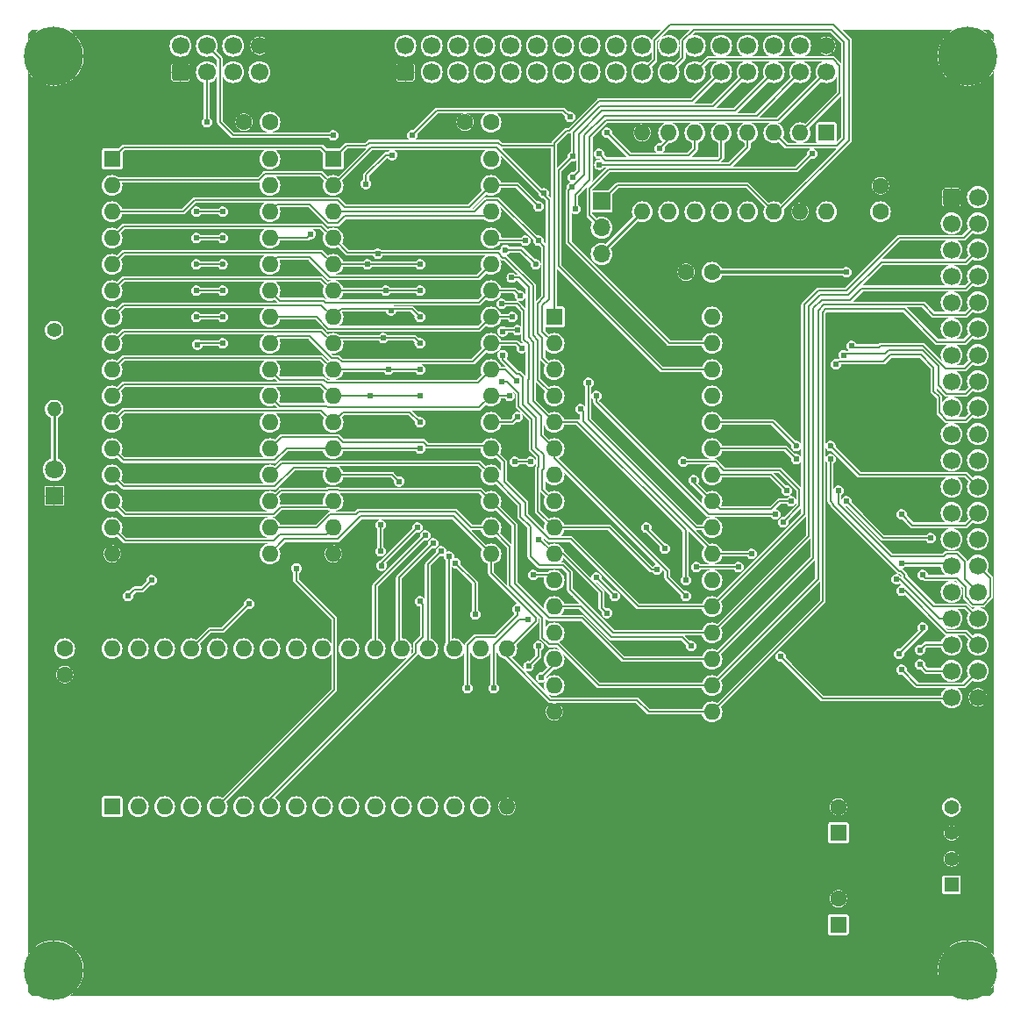
<source format=gbr>
%TF.GenerationSoftware,KiCad,Pcbnew,8.0.2*%
%TF.CreationDate,2024-06-19T15:00:54+02:00*%
%TF.ProjectId,rom_ram_board_v2,726f6d5f-7261-46d5-9f62-6f6172645f76,1.0*%
%TF.SameCoordinates,Original*%
%TF.FileFunction,Copper,L1,Top*%
%TF.FilePolarity,Positive*%
%FSLAX46Y46*%
G04 Gerber Fmt 4.6, Leading zero omitted, Abs format (unit mm)*
G04 Created by KiCad (PCBNEW 8.0.2) date 2024-06-19 15:00:54*
%MOMM*%
%LPD*%
G01*
G04 APERTURE LIST*
G04 Aperture macros list*
%AMRoundRect*
0 Rectangle with rounded corners*
0 $1 Rounding radius*
0 $2 $3 $4 $5 $6 $7 $8 $9 X,Y pos of 4 corners*
0 Add a 4 corners polygon primitive as box body*
4,1,4,$2,$3,$4,$5,$6,$7,$8,$9,$2,$3,0*
0 Add four circle primitives for the rounded corners*
1,1,$1+$1,$2,$3*
1,1,$1+$1,$4,$5*
1,1,$1+$1,$6,$7*
1,1,$1+$1,$8,$9*
0 Add four rect primitives between the rounded corners*
20,1,$1+$1,$2,$3,$4,$5,0*
20,1,$1+$1,$4,$5,$6,$7,0*
20,1,$1+$1,$6,$7,$8,$9,0*
20,1,$1+$1,$8,$9,$2,$3,0*%
G04 Aperture macros list end*
%TA.AperFunction,ComponentPad*%
%ADD10C,5.700000*%
%TD*%
%TA.AperFunction,ComponentPad*%
%ADD11C,1.600000*%
%TD*%
%TA.AperFunction,ComponentPad*%
%ADD12R,1.600000X1.600000*%
%TD*%
%TA.AperFunction,ComponentPad*%
%ADD13O,1.600000X1.600000*%
%TD*%
%TA.AperFunction,ComponentPad*%
%ADD14C,1.400000*%
%TD*%
%TA.AperFunction,ComponentPad*%
%ADD15O,1.400000X1.400000*%
%TD*%
%TA.AperFunction,ComponentPad*%
%ADD16RoundRect,0.250000X0.600000X-0.600000X0.600000X0.600000X-0.600000X0.600000X-0.600000X-0.600000X0*%
%TD*%
%TA.AperFunction,ComponentPad*%
%ADD17C,1.700000*%
%TD*%
%TA.AperFunction,ComponentPad*%
%ADD18R,1.800000X1.800000*%
%TD*%
%TA.AperFunction,ComponentPad*%
%ADD19C,1.800000*%
%TD*%
%TA.AperFunction,ComponentPad*%
%ADD20R,1.700000X1.700000*%
%TD*%
%TA.AperFunction,ComponentPad*%
%ADD21O,1.700000X1.700000*%
%TD*%
%TA.AperFunction,ComponentPad*%
%ADD22RoundRect,0.250000X-0.600000X-0.600000X0.600000X-0.600000X0.600000X0.600000X-0.600000X0.600000X0*%
%TD*%
%TA.AperFunction,ComponentPad*%
%ADD23R,1.408000X1.408000*%
%TD*%
%TA.AperFunction,ComponentPad*%
%ADD24C,1.408000*%
%TD*%
%TA.AperFunction,ViaPad*%
%ADD25C,0.610000*%
%TD*%
%TA.AperFunction,ViaPad*%
%ADD26C,0.600000*%
%TD*%
%TA.AperFunction,Conductor*%
%ADD27C,0.304800*%
%TD*%
%TA.AperFunction,Conductor*%
%ADD28C,0.152400*%
%TD*%
%TA.AperFunction,Conductor*%
%ADD29C,0.250000*%
%TD*%
G04 APERTURE END LIST*
D10*
%TO.P,H1,1,1*%
%TO.N,/GND*%
X28925000Y-28925000D03*
%TD*%
D11*
%TO.P,C3,1*%
%TO.N,/+5V*%
X71120000Y-35306000D03*
%TO.P,C3,2*%
%TO.N,/GND*%
X68620000Y-35306000D03*
%TD*%
D12*
%TO.P,U5,1,A18*%
%TO.N,/M_A18*%
X77216000Y-54102000D03*
D13*
%TO.P,U5,2,A16*%
%TO.N,/M_A16*%
X77216000Y-56642000D03*
%TO.P,U5,3,A14*%
%TO.N,/M_A14*%
X77216000Y-59182000D03*
%TO.P,U5,4,A12*%
%TO.N,/B_A12*%
X77216000Y-61722000D03*
%TO.P,U5,5,A7*%
%TO.N,/B_A7*%
X77216000Y-64262000D03*
%TO.P,U5,6,A6*%
%TO.N,/B_A6*%
X77216000Y-66802000D03*
%TO.P,U5,7,A5*%
%TO.N,/B_A5*%
X77216000Y-69342000D03*
%TO.P,U5,8,A4*%
%TO.N,/B_A4*%
X77216000Y-71882000D03*
%TO.P,U5,9,A3*%
%TO.N,/B_A3*%
X77216000Y-74422000D03*
%TO.P,U5,10,A2*%
%TO.N,/B_A2*%
X77216000Y-76962000D03*
%TO.P,U5,11,A1*%
%TO.N,/B_A1*%
X77216000Y-79502000D03*
%TO.P,U5,12,A0*%
%TO.N,/B_A0*%
X77216000Y-82042000D03*
%TO.P,U5,13,DQ0*%
%TO.N,/B_D0*%
X77216000Y-84582000D03*
%TO.P,U5,14,DQ1*%
%TO.N,/B_D1*%
X77216000Y-87122000D03*
%TO.P,U5,15,DQ2*%
%TO.N,/B_D2*%
X77216000Y-89662000D03*
%TO.P,U5,16,VSS*%
%TO.N,/GND*%
X77216000Y-92202000D03*
%TO.P,U5,17,DQ3*%
%TO.N,/B_D3*%
X92456000Y-92202000D03*
%TO.P,U5,18,DQ4*%
%TO.N,/B_D4*%
X92456000Y-89662000D03*
%TO.P,U5,19,DQ5*%
%TO.N,/B_D5*%
X92456000Y-87122000D03*
%TO.P,U5,20,DQ6*%
%TO.N,/B_D6*%
X92456000Y-84582000D03*
%TO.P,U5,21,DQ7*%
%TO.N,/B_D7*%
X92456000Y-82042000D03*
%TO.P,U5,22,CE#*%
%TO.N,/~{MEM_CS4}*%
X92456000Y-79502000D03*
%TO.P,U5,23,A10*%
%TO.N,/B_A10*%
X92456000Y-76962000D03*
%TO.P,U5,24,OE#*%
%TO.N,/~{MEMR}*%
X92456000Y-74422000D03*
%TO.P,U5,25,A11*%
%TO.N,/B_A11*%
X92456000Y-71882000D03*
%TO.P,U5,26,A9*%
%TO.N,/B_A9*%
X92456000Y-69342000D03*
%TO.P,U5,27,A8*%
%TO.N,/B_A8*%
X92456000Y-66802000D03*
%TO.P,U5,28,A13*%
%TO.N,/B_A13*%
X92456000Y-64262000D03*
%TO.P,U5,29,WE#*%
%TO.N,/~{MEMW}*%
X92456000Y-61722000D03*
%TO.P,U5,30,A17*%
%TO.N,/M_A17*%
X92456000Y-59182000D03*
%TO.P,U5,31,A15*%
%TO.N,/M_A15*%
X92456000Y-56642000D03*
%TO.P,U5,32,VCC*%
%TO.N,/+5V*%
X92456000Y-54102000D03*
%TD*%
D12*
%TO.P,CP1,1*%
%TO.N,/+5V*%
X104648000Y-112736000D03*
D11*
%TO.P,CP1,2*%
%TO.N,/GND*%
X104648000Y-110236000D03*
%TD*%
D12*
%TO.P,U3,1,A18*%
%TO.N,/M_A18*%
X55880000Y-38862000D03*
D13*
%TO.P,U3,2,A16*%
%TO.N,/M_A16*%
X55880000Y-41402000D03*
%TO.P,U3,3,A14*%
%TO.N,/M_A14*%
X55880000Y-43942000D03*
%TO.P,U3,4,A12*%
%TO.N,/B_A12*%
X55880000Y-46482000D03*
%TO.P,U3,5,A7*%
%TO.N,/B_A7*%
X55880000Y-49022000D03*
%TO.P,U3,6,A6*%
%TO.N,/B_A6*%
X55880000Y-51562000D03*
%TO.P,U3,7,A5*%
%TO.N,/B_A5*%
X55880000Y-54102000D03*
%TO.P,U3,8,A4*%
%TO.N,/B_A4*%
X55880000Y-56642000D03*
%TO.P,U3,9,A3*%
%TO.N,/B_A3*%
X55880000Y-59182000D03*
%TO.P,U3,10,A2*%
%TO.N,/B_A2*%
X55880000Y-61722000D03*
%TO.P,U3,11,A1*%
%TO.N,/B_A1*%
X55880000Y-64262000D03*
%TO.P,U3,12,A0*%
%TO.N,/B_A0*%
X55880000Y-66802000D03*
%TO.P,U3,13,DQ0*%
%TO.N,/B_D0*%
X55880000Y-69342000D03*
%TO.P,U3,14,DQ1*%
%TO.N,/B_D1*%
X55880000Y-71882000D03*
%TO.P,U3,15,DQ2*%
%TO.N,/B_D2*%
X55880000Y-74422000D03*
%TO.P,U3,16,VSS*%
%TO.N,/GND*%
X55880000Y-76962000D03*
%TO.P,U3,17,DQ3*%
%TO.N,/B_D3*%
X71120000Y-76962000D03*
%TO.P,U3,18,DQ4*%
%TO.N,/B_D4*%
X71120000Y-74422000D03*
%TO.P,U3,19,DQ5*%
%TO.N,/B_D5*%
X71120000Y-71882000D03*
%TO.P,U3,20,DQ6*%
%TO.N,/B_D6*%
X71120000Y-69342000D03*
%TO.P,U3,21,DQ7*%
%TO.N,/B_D7*%
X71120000Y-66802000D03*
%TO.P,U3,22,CE#*%
%TO.N,/~{MEM_CS2}*%
X71120000Y-64262000D03*
%TO.P,U3,23,A10*%
%TO.N,/B_A10*%
X71120000Y-61722000D03*
%TO.P,U3,24,OE#*%
%TO.N,/~{MEMR}*%
X71120000Y-59182000D03*
%TO.P,U3,25,A11*%
%TO.N,/B_A11*%
X71120000Y-56642000D03*
%TO.P,U3,26,A9*%
%TO.N,/B_A9*%
X71120000Y-54102000D03*
%TO.P,U3,27,A8*%
%TO.N,/B_A8*%
X71120000Y-51562000D03*
%TO.P,U3,28,A13*%
%TO.N,/B_A13*%
X71120000Y-49022000D03*
%TO.P,U3,29,WE#*%
%TO.N,/~{MEMW}*%
X71120000Y-46482000D03*
%TO.P,U3,30,A17*%
%TO.N,/M_A17*%
X71120000Y-43942000D03*
%TO.P,U3,31,A15*%
%TO.N,/M_A15*%
X71120000Y-41402000D03*
%TO.P,U3,32,VCC*%
%TO.N,/+5V*%
X71120000Y-38862000D03*
%TD*%
D14*
%TO.P,R1,1*%
%TO.N,/+5V*%
X28956000Y-55372000D03*
D15*
%TO.P,R1,2*%
%TO.N,Net-(D1-A)*%
X28956000Y-62992000D03*
%TD*%
D16*
%TO.P,J4,1,Pin_1*%
%TO.N,/GND*%
X41148000Y-30480000D03*
D17*
%TO.P,J4,2,Pin_2*%
%TO.N,unconnected-(J4-Pin_2-Pad2)*%
X41148000Y-27940000D03*
%TO.P,J4,3,Pin_3*%
%TO.N,/~{MEMR}*%
X43688000Y-30480000D03*
%TO.P,J4,4,Pin_4*%
%TO.N,/~{MEMW}*%
X43688000Y-27940000D03*
%TO.P,J4,5,Pin_5*%
%TO.N,/~{IOR}*%
X46228000Y-30480000D03*
%TO.P,J4,6,Pin_6*%
%TO.N,/~{IOW}*%
X46228000Y-27940000D03*
%TO.P,J4,7,Pin_7*%
%TO.N,/~{INTA}*%
X48768000Y-30480000D03*
%TO.P,J4,8,Pin_8*%
%TO.N,/GND*%
X48768000Y-27940000D03*
%TD*%
D10*
%TO.P,H2,1,1*%
%TO.N,/GND*%
X117125000Y-28925000D03*
%TD*%
D18*
%TO.P,D1,1,K*%
%TO.N,/GND*%
X28956000Y-71374000D03*
D19*
%TO.P,D1,2,A*%
%TO.N,Net-(D1-A)*%
X28956000Y-68834000D03*
%TD*%
D20*
%TO.P,J5,1,Pin_1*%
%TO.N,/M_A21*%
X81788000Y-42941000D03*
D21*
%TO.P,J5,2,Pin_2*%
%TO.N,/~{BANK_ENABLE}*%
X81788000Y-45481000D03*
%TO.P,J5,3,Pin_3*%
%TO.N,/~{MA_21}*%
X81788000Y-48021000D03*
%TD*%
D22*
%TO.P,J1,1,Pin_1*%
%TO.N,/GND*%
X115570000Y-42545000D03*
D17*
%TO.P,J1,2,Pin_2*%
%TO.N,/~{NMI}*%
X118110000Y-42545000D03*
%TO.P,J1,3,Pin_3*%
%TO.N,/~{RESET}*%
X115570000Y-45085000D03*
%TO.P,J1,4,Pin_4*%
%TO.N,/B_D7*%
X118110000Y-45085000D03*
%TO.P,J1,5,Pin_5*%
%TO.N,/BUS_CLK*%
X115570000Y-47625000D03*
%TO.P,J1,6,Pin_6*%
%TO.N,/B_D6*%
X118110000Y-47625000D03*
%TO.P,J1,7,Pin_7*%
%TO.N,/~{WAIT}*%
X115570000Y-50165000D03*
%TO.P,J1,8,Pin_8*%
%TO.N,/B_D5*%
X118110000Y-50165000D03*
%TO.P,J1,9,Pin_9*%
%TO.N,/CPU_CLK*%
X115570000Y-52705000D03*
%TO.P,J1,10,Pin_10*%
%TO.N,/B_D4*%
X118110000Y-52705000D03*
%TO.P,J1,11,Pin_11*%
%TO.N,/~{B_M1}*%
X115570000Y-55245000D03*
%TO.P,J1,12,Pin_12*%
%TO.N,/B_D3*%
X118110000Y-55245000D03*
%TO.P,J1,13,Pin_13*%
%TO.N,/~{B_IORQ}*%
X115570000Y-57785000D03*
%TO.P,J1,14,Pin_14*%
%TO.N,/B_D2*%
X118110000Y-57785000D03*
%TO.P,J1,15,Pin_15*%
%TO.N,/~{B_MREQ}*%
X115570000Y-60325000D03*
%TO.P,J1,16,Pin_16*%
%TO.N,/B_D1*%
X118110000Y-60325000D03*
%TO.P,J1,17,Pin_17*%
%TO.N,/~{B_WR}*%
X115570000Y-62865000D03*
%TO.P,J1,18,Pin_18*%
%TO.N,/B_D0*%
X118110000Y-62865000D03*
%TO.P,J1,19,Pin_19*%
%TO.N,/~{B_RD}*%
X115570000Y-65405000D03*
%TO.P,J1,20,Pin_20*%
%TO.N,/B_A15*%
X118110000Y-65405000D03*
%TO.P,J1,21,Pin_21*%
%TO.N,/~{B_BUSACK}*%
X115570000Y-67945000D03*
%TO.P,J1,22,Pin_22*%
%TO.N,/B_A14*%
X118110000Y-67945000D03*
%TO.P,J1,23,Pin_23*%
%TO.N,/~{B_RFSH}*%
X115570000Y-70485000D03*
%TO.P,J1,24,Pin_24*%
%TO.N,/B_A13*%
X118110000Y-70485000D03*
%TO.P,J1,25,Pin_25*%
%TO.N,/~{BUSREQ}*%
X115570000Y-73025000D03*
%TO.P,J1,26,Pin_26*%
%TO.N,/B_A12*%
X118110000Y-73025000D03*
%TO.P,J1,27,Pin_27*%
%TO.N,/~{INT}*%
X115570000Y-75565000D03*
%TO.P,J1,28,Pin_28*%
%TO.N,/B_A11*%
X118110000Y-75565000D03*
%TO.P,J1,29,Pin_29*%
%TO.N,/B_A5*%
X115570000Y-78105000D03*
%TO.P,J1,30,Pin_30*%
%TO.N,/B_A10*%
X118110000Y-78105000D03*
%TO.P,J1,31,Pin_31*%
%TO.N,/B_A4*%
X115570000Y-80645000D03*
%TO.P,J1,32,Pin_32*%
%TO.N,/B_A9*%
X118110000Y-80645000D03*
%TO.P,J1,33,Pin_33*%
%TO.N,/B_A3*%
X115570000Y-83185000D03*
%TO.P,J1,34,Pin_34*%
%TO.N,/B_A8*%
X118110000Y-83185000D03*
%TO.P,J1,35,Pin_35*%
%TO.N,/B_A2*%
X115570000Y-85725000D03*
%TO.P,J1,36,Pin_36*%
%TO.N,/B_A7*%
X118110000Y-85725000D03*
%TO.P,J1,37,Pin_37*%
%TO.N,/B_A1*%
X115570000Y-88265000D03*
%TO.P,J1,38,Pin_38*%
%TO.N,/B_A6*%
X118110000Y-88265000D03*
%TO.P,J1,39,Pin_39*%
%TO.N,/B_A0*%
X115570000Y-90805000D03*
%TO.P,J1,40,Pin_40*%
%TO.N,/GND*%
X118110000Y-90805000D03*
%TD*%
D11*
%TO.P,C5,1*%
%TO.N,/+5V*%
X92456000Y-49784000D03*
%TO.P,C5,2*%
%TO.N,/GND*%
X89956000Y-49784000D03*
%TD*%
D23*
%TO.P,J3,1,Pin_1*%
%TO.N,unconnected-(J3-Pin_1-Pad1)*%
X115570000Y-108906000D03*
D24*
%TO.P,J3,2,Pin_2*%
%TO.N,/GND*%
X115570000Y-106406000D03*
%TO.P,J3,3,Pin_3*%
X115570000Y-103906000D03*
%TO.P,J3,4,Pin_4*%
%TO.N,/+5V*%
X115570000Y-101406000D03*
%TD*%
D12*
%TO.P,U1,1,E*%
%TO.N,/~{BANK_ENABLE}*%
X103505000Y-36332000D03*
D13*
%TO.P,U1,2,A0*%
%TO.N,/M_A19*%
X100965000Y-36332000D03*
%TO.P,U1,3,A1*%
%TO.N,/M_A20*%
X98425000Y-36332000D03*
%TO.P,U1,4,O0*%
%TO.N,/~{MEM_CS1}*%
X95885000Y-36332000D03*
%TO.P,U1,5,O1*%
%TO.N,/~{MEM_CS2}*%
X93345000Y-36332000D03*
%TO.P,U1,6,O2*%
%TO.N,/~{MEM_CS3}*%
X90805000Y-36332000D03*
%TO.P,U1,7,O3*%
%TO.N,/~{MEM_CS4}*%
X88265000Y-36332000D03*
%TO.P,U1,8,GND*%
%TO.N,/GND*%
X85725000Y-36332000D03*
%TO.P,U1,9,O3*%
%TO.N,/~{MA_21}*%
X85725000Y-43952000D03*
%TO.P,U1,10,O2*%
%TO.N,unconnected-(U1B-O2-Pad10)*%
X88265000Y-43952000D03*
%TO.P,U1,11,O1*%
%TO.N,unconnected-(U1B-O1-Pad11)*%
X90805000Y-43952000D03*
%TO.P,U1,12,O0*%
%TO.N,unconnected-(U1B-O0-Pad12)*%
X93345000Y-43952000D03*
%TO.P,U1,13,A1*%
%TO.N,/+5V*%
X95885000Y-43952000D03*
%TO.P,U1,14,A0*%
%TO.N,/M_A21*%
X98425000Y-43952000D03*
%TO.P,U1,15,E*%
%TO.N,/GND*%
X100965000Y-43952000D03*
%TO.P,U1,16,VCC*%
%TO.N,/+5V*%
X103505000Y-43952000D03*
%TD*%
D11*
%TO.P,C4,1*%
%TO.N,/+5V*%
X29972000Y-86111000D03*
%TO.P,C4,2*%
%TO.N,/GND*%
X29972000Y-88611000D03*
%TD*%
%TO.P,C1,1*%
%TO.N,/+5V*%
X108712000Y-43952000D03*
%TO.P,C1,2*%
%TO.N,/GND*%
X108712000Y-41452000D03*
%TD*%
%TO.P,C2,1*%
%TO.N,/+5V*%
X49784000Y-35306000D03*
%TO.P,C2,2*%
%TO.N,/GND*%
X47284000Y-35306000D03*
%TD*%
D12*
%TO.P,CP2,1*%
%TO.N,/+5V*%
X104648000Y-103886000D03*
D11*
%TO.P,CP2,2*%
%TO.N,/GND*%
X104648000Y-101386000D03*
%TD*%
D12*
%TO.P,U2,1,A18*%
%TO.N,/M_A18*%
X34544000Y-38862000D03*
D13*
%TO.P,U2,2,A16*%
%TO.N,/M_A16*%
X34544000Y-41402000D03*
%TO.P,U2,3,A15*%
%TO.N,/M_A15*%
X34544000Y-43942000D03*
%TO.P,U2,4,A12*%
%TO.N,/B_A12*%
X34544000Y-46482000D03*
%TO.P,U2,5,A7*%
%TO.N,/B_A7*%
X34544000Y-49022000D03*
%TO.P,U2,6,A6*%
%TO.N,/B_A6*%
X34544000Y-51562000D03*
%TO.P,U2,7,A5*%
%TO.N,/B_A5*%
X34544000Y-54102000D03*
%TO.P,U2,8,A4*%
%TO.N,/B_A4*%
X34544000Y-56642000D03*
%TO.P,U2,9,A3*%
%TO.N,/B_A3*%
X34544000Y-59182000D03*
%TO.P,U2,10,A2*%
%TO.N,/B_A2*%
X34544000Y-61722000D03*
%TO.P,U2,11,A1*%
%TO.N,/B_A1*%
X34544000Y-64262000D03*
%TO.P,U2,12,A0*%
%TO.N,/B_A0*%
X34544000Y-66802000D03*
%TO.P,U2,13,D0*%
%TO.N,/B_D0*%
X34544000Y-69342000D03*
%TO.P,U2,14,D1*%
%TO.N,/B_D1*%
X34544000Y-71882000D03*
%TO.P,U2,15,D2*%
%TO.N,/B_D2*%
X34544000Y-74422000D03*
%TO.P,U2,16,GND*%
%TO.N,/GND*%
X34544000Y-76962000D03*
%TO.P,U2,17,D3*%
%TO.N,/B_D3*%
X49784000Y-76962000D03*
%TO.P,U2,18,D4*%
%TO.N,/B_D4*%
X49784000Y-74422000D03*
%TO.P,U2,19,D5*%
%TO.N,/B_D5*%
X49784000Y-71882000D03*
%TO.P,U2,20,D6*%
%TO.N,/B_D6*%
X49784000Y-69342000D03*
%TO.P,U2,21,D7*%
%TO.N,/B_D7*%
X49784000Y-66802000D03*
%TO.P,U2,22,CE*%
%TO.N,/~{MEM_CS1}*%
X49784000Y-64262000D03*
%TO.P,U2,23,A10*%
%TO.N,/B_A10*%
X49784000Y-61722000D03*
%TO.P,U2,24,OE*%
%TO.N,/~{MEMR}*%
X49784000Y-59182000D03*
%TO.P,U2,25,A11*%
%TO.N,/B_A11*%
X49784000Y-56642000D03*
%TO.P,U2,26,A9*%
%TO.N,/B_A9*%
X49784000Y-54102000D03*
%TO.P,U2,27,A8*%
%TO.N,/B_A8*%
X49784000Y-51562000D03*
%TO.P,U2,28,A13*%
%TO.N,/B_A13*%
X49784000Y-49022000D03*
%TO.P,U2,29,A14*%
%TO.N,/M_A14*%
X49784000Y-46482000D03*
%TO.P,U2,30,A17*%
%TO.N,/M_A17*%
X49784000Y-43942000D03*
%TO.P,U2,31,PGM*%
%TO.N,/+5V*%
X49784000Y-41402000D03*
%TO.P,U2,32,VCC*%
X49784000Y-38862000D03*
%TD*%
D10*
%TO.P,H4,1,1*%
%TO.N,/GND*%
X28925000Y-117125000D03*
%TD*%
D16*
%TO.P,J2,1,Pin_1*%
%TO.N,/GND*%
X62865000Y-30480000D03*
D17*
%TO.P,J2,2,Pin_2*%
%TO.N,/USER15*%
X62865000Y-27940000D03*
%TO.P,J2,3,Pin_3*%
%TO.N,/~{INT7}*%
X65405000Y-30480000D03*
%TO.P,J2,4,Pin_4*%
%TO.N,/USER14*%
X65405000Y-27940000D03*
%TO.P,J2,5,Pin_5*%
%TO.N,/~{INT6}*%
X67945000Y-30480000D03*
%TO.P,J2,6,Pin_6*%
%TO.N,/USER13*%
X67945000Y-27940000D03*
%TO.P,J2,7,Pin_7*%
%TO.N,/~{INT5}*%
X70485000Y-30480000D03*
%TO.P,J2,8,Pin_8*%
%TO.N,/USER12*%
X70485000Y-27940000D03*
%TO.P,J2,9,Pin_9*%
%TO.N,/~{INT4}*%
X73025000Y-30480000D03*
%TO.P,J2,10,Pin_10*%
%TO.N,/USER11*%
X73025000Y-27940000D03*
%TO.P,J2,11,Pin_11*%
%TO.N,/~{INT3}*%
X75565000Y-30480000D03*
%TO.P,J2,12,Pin_12*%
%TO.N,/USER10*%
X75565000Y-27940000D03*
%TO.P,J2,13,Pin_13*%
%TO.N,/~{INT2}*%
X78105000Y-30480000D03*
%TO.P,J2,14,Pin_14*%
%TO.N,/USER9*%
X78105000Y-27940000D03*
%TO.P,J2,15,Pin_15*%
%TO.N,/~{INT1}*%
X80645000Y-30480000D03*
%TO.P,J2,16,Pin_16*%
%TO.N,/USER8*%
X80645000Y-27940000D03*
%TO.P,J2,17,Pin_17*%
%TO.N,/~{INT0}*%
X83185000Y-30480000D03*
%TO.P,J2,18,Pin_18*%
%TO.N,/USER7*%
X83185000Y-27940000D03*
%TO.P,J2,19,Pin_19*%
%TO.N,/M_A21*%
X85725000Y-30480000D03*
%TO.P,J2,20,Pin_20*%
%TO.N,/USER6*%
X85725000Y-27940000D03*
%TO.P,J2,21,Pin_21*%
%TO.N,/M_A20*%
X88265000Y-30480000D03*
%TO.P,J2,22,Pin_22*%
%TO.N,/USER5*%
X88265000Y-27940000D03*
%TO.P,J2,23,Pin_23*%
%TO.N,/M_A19*%
X90805000Y-30480000D03*
%TO.P,J2,24,Pin_24*%
%TO.N,/USER4*%
X90805000Y-27940000D03*
%TO.P,J2,25,Pin_25*%
%TO.N,/M_A18*%
X93345000Y-30480000D03*
%TO.P,J2,26,Pin_26*%
%TO.N,/USER3*%
X93345000Y-27940000D03*
%TO.P,J2,27,Pin_27*%
%TO.N,/M_A17*%
X95885000Y-30480000D03*
%TO.P,J2,28,Pin_28*%
%TO.N,/USER2*%
X95885000Y-27940000D03*
%TO.P,J2,29,Pin_29*%
%TO.N,/M_A16*%
X98425000Y-30480000D03*
%TO.P,J2,30,Pin_30*%
%TO.N,/USER1*%
X98425000Y-27940000D03*
%TO.P,J2,31,Pin_31*%
%TO.N,/M_A15*%
X100965000Y-30480000D03*
%TO.P,J2,32,Pin_32*%
%TO.N,/USER0*%
X100965000Y-27940000D03*
%TO.P,J2,33,Pin_33*%
%TO.N,/M_A14*%
X103505000Y-30480000D03*
%TO.P,J2,34,Pin_34*%
%TO.N,/GND*%
X103505000Y-27940000D03*
%TD*%
D12*
%TO.P,U4,1,A18*%
%TO.N,/M_A18*%
X34544000Y-101351000D03*
D13*
%TO.P,U4,2,A16*%
%TO.N,/M_A16*%
X37084000Y-101351000D03*
%TO.P,U4,3,A14*%
%TO.N,/M_A14*%
X39624000Y-101351000D03*
%TO.P,U4,4,A12*%
%TO.N,/B_A12*%
X42164000Y-101351000D03*
%TO.P,U4,5,A7*%
%TO.N,/B_A7*%
X44704000Y-101351000D03*
%TO.P,U4,6,A6*%
%TO.N,/B_A6*%
X47244000Y-101351000D03*
%TO.P,U4,7,A5*%
%TO.N,/B_A5*%
X49784000Y-101351000D03*
%TO.P,U4,8,A4*%
%TO.N,/B_A4*%
X52324000Y-101351000D03*
%TO.P,U4,9,A3*%
%TO.N,/B_A3*%
X54864000Y-101351000D03*
%TO.P,U4,10,A2*%
%TO.N,/B_A2*%
X57404000Y-101351000D03*
%TO.P,U4,11,A1*%
%TO.N,/B_A1*%
X59944000Y-101351000D03*
%TO.P,U4,12,A0*%
%TO.N,/B_A0*%
X62484000Y-101351000D03*
%TO.P,U4,13,DQ0*%
%TO.N,/B_D0*%
X65024000Y-101351000D03*
%TO.P,U4,14,DQ1*%
%TO.N,/B_D1*%
X67564000Y-101351000D03*
%TO.P,U4,15,DQ2*%
%TO.N,/B_D2*%
X70104000Y-101351000D03*
%TO.P,U4,16,VSS*%
%TO.N,/GND*%
X72644000Y-101351000D03*
%TO.P,U4,17,DQ3*%
%TO.N,/B_D3*%
X72644000Y-86111000D03*
%TO.P,U4,18,DQ4*%
%TO.N,/B_D4*%
X70104000Y-86111000D03*
%TO.P,U4,19,DQ5*%
%TO.N,/B_D5*%
X67564000Y-86111000D03*
%TO.P,U4,20,DQ6*%
%TO.N,/B_D6*%
X65024000Y-86111000D03*
%TO.P,U4,21,DQ7*%
%TO.N,/B_D7*%
X62484000Y-86111000D03*
%TO.P,U4,22,CE#*%
%TO.N,/~{MEM_CS3}*%
X59944000Y-86111000D03*
%TO.P,U4,23,A10*%
%TO.N,/B_A10*%
X57404000Y-86111000D03*
%TO.P,U4,24,OE#*%
%TO.N,/~{MEMR}*%
X54864000Y-86111000D03*
%TO.P,U4,25,A11*%
%TO.N,/B_A11*%
X52324000Y-86111000D03*
%TO.P,U4,26,A9*%
%TO.N,/B_A9*%
X49784000Y-86111000D03*
%TO.P,U4,27,A8*%
%TO.N,/B_A8*%
X47244000Y-86111000D03*
%TO.P,U4,28,A13*%
%TO.N,/B_A13*%
X44704000Y-86111000D03*
%TO.P,U4,29,WE#*%
%TO.N,/~{MEMW}*%
X42164000Y-86111000D03*
%TO.P,U4,30,A17*%
%TO.N,/M_A17*%
X39624000Y-86111000D03*
%TO.P,U4,31,A15*%
%TO.N,/M_A15*%
X37084000Y-86111000D03*
%TO.P,U4,32,VCC*%
%TO.N,/+5V*%
X34544000Y-86111000D03*
%TD*%
D10*
%TO.P,H3,1,1*%
%TO.N,/GND*%
X117125000Y-117125000D03*
%TD*%
D25*
%TO.N,/+5V*%
X105410000Y-49784000D03*
%TO.N,/GND*%
X98552000Y-34290000D03*
X65278000Y-74168000D03*
X75438000Y-84582000D03*
X54102000Y-73660000D03*
X60706000Y-84074000D03*
X80010000Y-80518000D03*
X92964000Y-32258000D03*
X64262000Y-46736000D03*
X101600000Y-34290000D03*
X113284000Y-47752000D03*
X79502000Y-59182000D03*
X78740000Y-70612000D03*
X86106000Y-88392000D03*
X96266000Y-34036000D03*
X70104000Y-89916000D03*
X94234000Y-38100000D03*
X97536000Y-38608000D03*
X100330000Y-69088000D03*
X95758000Y-71628000D03*
X74111500Y-58801000D03*
X57150000Y-65532000D03*
X59690000Y-64262000D03*
X112776000Y-80010000D03*
X67818000Y-67310000D03*
X88900000Y-74803000D03*
X64791270Y-70127915D03*
X94488000Y-70358000D03*
X91948000Y-38100000D03*
X89408000Y-37592000D03*
X74676000Y-89916000D03*
X89408000Y-26670000D03*
X84582000Y-86106000D03*
X67564000Y-56388000D03*
X113284000Y-50038000D03*
X104140000Y-34290000D03*
X78486000Y-37084000D03*
X78740000Y-81280000D03*
X90424000Y-72644000D03*
X88138000Y-90678000D03*
X89154000Y-83312000D03*
X68072000Y-83566000D03*
X94742000Y-67564000D03*
X54356000Y-61976000D03*
X72136000Y-78486000D03*
X85598000Y-83312000D03*
X95250000Y-32258000D03*
X57912000Y-57404000D03*
X87884000Y-80264000D03*
X65532000Y-71882000D03*
X78232000Y-51181000D03*
X81280000Y-75946000D03*
X67564000Y-59182000D03*
X113792000Y-52324000D03*
X67818000Y-69342000D03*
X67564000Y-64262000D03*
X54102000Y-71628000D03*
X113792000Y-54864000D03*
X53594000Y-64262000D03*
X98552000Y-41148000D03*
X72898000Y-89916000D03*
X66548000Y-51562000D03*
X83185000Y-83566000D03*
X51562000Y-61468000D03*
X75184000Y-38354000D03*
X52070000Y-58928000D03*
X52070000Y-51562000D03*
X88138000Y-70104000D03*
X58674000Y-82550000D03*
X52070000Y-41402000D03*
X81280000Y-73152000D03*
X78994000Y-54483000D03*
%TO.N,/M_A18*%
X38354000Y-79502000D03*
X36068000Y-81026000D03*
%TO.N,/M_A17*%
X78994000Y-38608000D03*
X45212000Y-43942000D03*
X42672000Y-43942000D03*
%TO.N,/M_A16*%
X76200000Y-42164000D03*
X78994000Y-40640000D03*
%TO.N,/B_D7*%
X65532000Y-75946000D03*
%TO.N,/B_D6*%
X66294000Y-76708000D03*
%TO.N,/B_D5*%
X67056000Y-77216000D03*
%TO.N,/B_D4*%
X69596000Y-82804000D03*
X67691000Y-77851000D03*
%TO.N,/B_D2*%
X105918000Y-56896000D03*
%TO.N,/B_D1*%
X75946000Y-88900000D03*
X105156000Y-57785000D03*
%TO.N,/B_D0*%
X75692000Y-85852000D03*
X74739500Y-87820500D03*
X104394000Y-58674000D03*
X62230000Y-69977000D03*
D26*
%TO.N,/B_A13*%
X42672000Y-49022000D03*
X103886000Y-66548000D03*
X75438000Y-49022000D03*
X45212000Y-49022000D03*
X100584000Y-66548000D03*
X72517000Y-47625000D03*
D25*
%TO.N,/B_A12*%
X81280000Y-61722000D03*
X98552000Y-73152000D03*
X110744000Y-73152000D03*
X60198000Y-48006000D03*
%TO.N,/B_A11*%
X113538000Y-75438000D03*
X42799000Y-56769000D03*
X90678000Y-69850000D03*
X100076000Y-71882000D03*
X105410000Y-71882000D03*
X74094000Y-57127654D03*
X45212000Y-56642000D03*
%TO.N,/B_A10*%
X112776000Y-78994000D03*
X79756000Y-62992000D03*
X72898000Y-61722000D03*
X96266000Y-76962000D03*
%TO.N,/B_A9*%
X104648000Y-70866000D03*
X73152000Y-54102000D03*
X42672000Y-54102000D03*
X99695000Y-70866000D03*
X45212000Y-54102000D03*
%TO.N,/B_A8*%
X45212000Y-51562000D03*
X73914000Y-52070000D03*
X42672000Y-51562000D03*
X100584000Y-67818000D03*
X103886000Y-67818000D03*
%TO.N,/B_A7*%
X52324000Y-78359000D03*
X59182000Y-49022000D03*
X110744000Y-80518000D03*
X73124907Y-50319093D03*
X64262000Y-49022000D03*
X89916000Y-79502000D03*
%TO.N,/B_A6*%
X89916000Y-81026000D03*
X72136000Y-52832000D03*
X60960000Y-51562000D03*
X110744000Y-88138000D03*
X64262000Y-51562000D03*
%TO.N,/B_A5*%
X89662000Y-68072000D03*
X64008000Y-74422000D03*
X64262000Y-54102000D03*
X73660000Y-55372000D03*
X72259818Y-55502182D03*
X61468000Y-53456500D03*
X110744000Y-77845500D03*
X60579000Y-78105000D03*
X64262000Y-81534000D03*
X99314000Y-73914000D03*
%TO.N,/B_A4*%
X87884000Y-76454000D03*
X72263000Y-57785000D03*
X60706000Y-56134000D03*
X110490000Y-86614000D03*
X64262000Y-56642000D03*
X112776000Y-84074000D03*
X86106000Y-74422000D03*
%TO.N,/B_A3*%
X60452000Y-76708000D03*
X64262000Y-59182000D03*
X94996000Y-78232000D03*
X110269960Y-79408960D03*
X72131500Y-60325000D03*
X87122000Y-78486000D03*
X61214000Y-59182000D03*
X60452000Y-74168000D03*
X90932000Y-78232000D03*
%TO.N,/B_A2*%
X64262000Y-61722000D03*
X82296000Y-82677000D03*
X112522000Y-86233000D03*
X59436000Y-61722000D03*
X75692000Y-75565000D03*
%TO.N,/B_A1*%
X73660000Y-82296000D03*
X81280000Y-79248000D03*
X68834000Y-89916000D03*
X83058000Y-81026000D03*
X75184000Y-78994000D03*
X112522000Y-87630000D03*
X64262000Y-64262000D03*
%TO.N,/B_A0*%
X99060000Y-86868000D03*
X64262000Y-66802000D03*
X73406000Y-68072000D03*
X74676000Y-83312000D03*
X71374000Y-89916000D03*
X74930000Y-68072000D03*
X90424000Y-85852000D03*
%TO.N,/M_A15*%
X75692000Y-43434000D03*
X78946054Y-41582769D03*
%TO.N,/M_A14*%
X75692000Y-46736000D03*
X79248000Y-43688000D03*
X42672000Y-46482000D03*
X53715500Y-46101000D03*
X45212000Y-46482000D03*
%TO.N,/~{MEMR}*%
X43688000Y-35306000D03*
X73596500Y-60293932D03*
X80518000Y-60452000D03*
%TO.N,/~{MEMW}*%
X74422000Y-46736000D03*
X55880000Y-36576000D03*
X47752000Y-81788000D03*
%TO.N,/~{BANK_ENABLE}*%
X102108000Y-38354000D03*
%TO.N,/~{MEM_CS4}*%
X87376000Y-37846000D03*
%TO.N,/~{MEM_CS3}*%
X63500000Y-36576000D03*
X78740000Y-34798000D03*
X59055000Y-41275000D03*
X82296000Y-36322000D03*
X61595000Y-38481000D03*
X64770000Y-75184000D03*
%TO.N,/~{MEM_CS2}*%
X73660000Y-63754000D03*
X81534000Y-38354000D03*
%TO.N,/~{MEM_CS1}*%
X81592000Y-39428000D03*
%TD*%
D27*
%TO.N,/+5V*%
X105410000Y-49784000D02*
X92456000Y-49784000D01*
D28*
%TO.N,/M_A21*%
X86900000Y-27400000D02*
X86900000Y-29305000D01*
X98425000Y-43952000D02*
X95875000Y-41402000D01*
X98425000Y-43952000D02*
X98771396Y-43952000D01*
X86900000Y-29305000D02*
X85725000Y-30480000D01*
X104140000Y-25908000D02*
X88392000Y-25908000D01*
X95875000Y-41402000D02*
X83327000Y-41402000D01*
X98771396Y-43952000D02*
X105664000Y-37059396D01*
X105664000Y-37059396D02*
X105664000Y-27432000D01*
X88392000Y-25908000D02*
X86900000Y-27400000D01*
X83327000Y-41402000D02*
X81788000Y-42941000D01*
X105664000Y-27432000D02*
X104140000Y-25908000D01*
%TO.N,/M_A20*%
X99685000Y-37592000D02*
X98425000Y-36332000D01*
X105214000Y-27618396D02*
X105214000Y-36873000D01*
X89630000Y-27453299D02*
X90667299Y-26416000D01*
X90667299Y-26416000D02*
X104011604Y-26416000D01*
X88265000Y-30480000D02*
X89630000Y-29115000D01*
X105214000Y-36873000D02*
X104495000Y-37592000D01*
X104495000Y-37592000D02*
X99685000Y-37592000D01*
X89630000Y-29115000D02*
X89630000Y-27453299D01*
X104011604Y-26416000D02*
X105214000Y-27618396D01*
%TO.N,/M_A19*%
X92075000Y-29210000D02*
X104140000Y-29210000D01*
X90805000Y-30480000D02*
X92075000Y-29210000D01*
X104140000Y-29210000D02*
X104764000Y-29834000D01*
X104764000Y-32533000D02*
X100965000Y-36332000D01*
X104764000Y-29834000D02*
X104764000Y-32533000D01*
%TO.N,/M_A18*%
X71843396Y-37287000D02*
X72148396Y-37592000D01*
X36703000Y-80391000D02*
X37465000Y-80391000D01*
X77216000Y-37592000D02*
X77216000Y-54102000D01*
X59053604Y-37592000D02*
X59358604Y-37287000D01*
X90551000Y-33274000D02*
X93345000Y-30480000D01*
X37465000Y-80391000D02*
X38354000Y-79502000D01*
X59358604Y-37287000D02*
X71843396Y-37287000D01*
X57150000Y-37592000D02*
X59053604Y-37592000D01*
X72148396Y-37592000D02*
X77216000Y-37592000D01*
X35669000Y-37737000D02*
X54755000Y-37737000D01*
X55880000Y-38862000D02*
X57150000Y-37592000D01*
X78427500Y-36126500D02*
X78681500Y-36126500D01*
X77216000Y-37338000D02*
X78427500Y-36126500D01*
X81534000Y-33274000D02*
X90551000Y-33274000D01*
X54755000Y-37737000D02*
X55880000Y-38862000D01*
X36068000Y-81026000D02*
X36703000Y-80391000D01*
X34544000Y-38862000D02*
X35669000Y-37737000D01*
X78681500Y-36126500D02*
X81534000Y-33274000D01*
X77216000Y-37592000D02*
X77216000Y-37338000D01*
%TO.N,/M_A17*%
X79116000Y-36328396D02*
X81662396Y-33782000D01*
X53614009Y-43267000D02*
X55414009Y-45067000D01*
X92583000Y-33782000D02*
X95885000Y-30480000D01*
X45212000Y-43942000D02*
X42672000Y-43942000D01*
X56345991Y-45067000D02*
X57020991Y-44392000D01*
X78994000Y-38608000D02*
X79116000Y-38486000D01*
X77666000Y-49218000D02*
X87630000Y-59182000D01*
X70670000Y-44392000D02*
X71120000Y-43942000D01*
X79116000Y-38486000D02*
X79116000Y-36328396D01*
X81662396Y-33782000D02*
X92583000Y-33782000D01*
X87630000Y-59182000D02*
X92456000Y-59182000D01*
X55414009Y-45067000D02*
X56345991Y-45067000D01*
X49784000Y-43942000D02*
X50459000Y-43267000D01*
X50459000Y-43267000D02*
X53614009Y-43267000D01*
X78994000Y-38608000D02*
X77666000Y-39936000D01*
X57020991Y-44392000D02*
X70670000Y-44392000D01*
X77666000Y-39936000D02*
X77666000Y-49218000D01*
%TO.N,/M_A16*%
X76200000Y-42164000D02*
X76200000Y-42280000D01*
X81848792Y-34232000D02*
X94673000Y-34232000D01*
X76200000Y-42280000D02*
X76708000Y-42788000D01*
X76091000Y-55517000D02*
X77216000Y-56642000D01*
X48701009Y-40894000D02*
X49318009Y-40277000D01*
X49318009Y-40277000D02*
X54755000Y-40277000D01*
X71657000Y-37737000D02*
X76084000Y-42164000D01*
X34544000Y-41402000D02*
X35052000Y-40894000D01*
X79629000Y-36451792D02*
X81848792Y-34232000D01*
X55880000Y-41402000D02*
X59545000Y-37737000D01*
X76084000Y-42164000D02*
X76200000Y-42164000D01*
X76708000Y-42788000D02*
X76708000Y-52360000D01*
X79629000Y-40005000D02*
X79629000Y-36451792D01*
X54755000Y-40277000D02*
X55880000Y-41402000D01*
X78994000Y-40640000D02*
X79629000Y-40005000D01*
X35052000Y-40894000D02*
X48701009Y-40894000D01*
X76091000Y-52977000D02*
X76091000Y-55517000D01*
X76708000Y-52360000D02*
X76091000Y-52977000D01*
X59545000Y-37737000D02*
X71657000Y-37737000D01*
X94673000Y-34232000D02*
X98425000Y-30480000D01*
%TO.N,/B_D7*%
X85344000Y-82042000D02*
X78849000Y-75547000D01*
X110522000Y-46450000D02*
X105410000Y-51562000D01*
X62230000Y-85857000D02*
X62484000Y-86111000D01*
X65532000Y-75946000D02*
X62230000Y-79248000D01*
X118110000Y-45085000D02*
X116745000Y-46450000D01*
X74422000Y-73218991D02*
X74422000Y-72007604D01*
X64892000Y-66416000D02*
X64648000Y-66172000D01*
X71120000Y-66802000D02*
X70866000Y-66548000D01*
X64648000Y-66172000D02*
X56840991Y-66172000D01*
X78849000Y-75547000D02*
X76750009Y-75547000D01*
X72390000Y-68072000D02*
X71120000Y-66802000D01*
X70866000Y-66548000D02*
X64892000Y-66548000D01*
X72390000Y-69975604D02*
X72390000Y-68072000D01*
X56840991Y-66172000D02*
X56345991Y-65677000D01*
X62230000Y-79248000D02*
X62230000Y-85857000D01*
X74422000Y-72007604D02*
X72390000Y-69975604D01*
X101346000Y-52899604D02*
X101346000Y-73152000D01*
X102683604Y-51562000D02*
X101346000Y-52899604D01*
X56345991Y-65677000D02*
X50909000Y-65677000D01*
X92456000Y-82042000D02*
X85344000Y-82042000D01*
X76750009Y-75547000D02*
X74422000Y-73218991D01*
X116745000Y-46450000D02*
X110522000Y-46450000D01*
X50909000Y-65677000D02*
X49784000Y-66802000D01*
X101346000Y-73152000D02*
X92456000Y-82042000D01*
X105410000Y-51562000D02*
X102683604Y-51562000D01*
X64892000Y-66548000D02*
X64892000Y-66416000D01*
%TO.N,/B_D6*%
X73972000Y-72194000D02*
X71120000Y-69342000D01*
X74930000Y-77216000D02*
X74930000Y-74363387D01*
X105596396Y-52012000D02*
X102870000Y-52012000D01*
X108808396Y-48800000D02*
X105596396Y-52012000D01*
X101796000Y-53086000D02*
X101796000Y-75242000D01*
X74930000Y-74363387D02*
X73972000Y-73405387D01*
X69995000Y-68217000D02*
X50909000Y-68217000D01*
X101796000Y-75242000D02*
X92456000Y-84582000D01*
X92456000Y-84582000D02*
X82932396Y-84582000D01*
X78740000Y-80389604D02*
X78740000Y-78740000D01*
X65024000Y-77978000D02*
X65024000Y-86111000D01*
X66294000Y-76708000D02*
X65024000Y-77978000D01*
X75801000Y-78087000D02*
X74930000Y-77216000D01*
X118110000Y-47625000D02*
X116935000Y-48800000D01*
X116935000Y-48800000D02*
X108808396Y-48800000D01*
X78740000Y-78740000D02*
X78087000Y-78087000D01*
X102870000Y-52012000D02*
X101796000Y-53086000D01*
X50909000Y-68217000D02*
X49784000Y-69342000D01*
X82932396Y-84582000D02*
X78740000Y-80389604D01*
X78087000Y-78087000D02*
X75801000Y-78087000D01*
X73972000Y-73405387D02*
X73972000Y-72194000D01*
X71120000Y-69342000D02*
X69995000Y-68217000D01*
%TO.N,/B_D5*%
X102246000Y-53272396D02*
X102246000Y-77332000D01*
X70104000Y-70866000D02*
X56454991Y-70866000D01*
X71120000Y-71882000D02*
X70104000Y-70866000D01*
X56345991Y-70757000D02*
X55414009Y-70757000D01*
X118110000Y-50165000D02*
X116935000Y-51340000D01*
X102246000Y-77332000D02*
X92456000Y-87122000D01*
X92456000Y-87122000D02*
X83886991Y-87122000D01*
X56454991Y-70866000D02*
X56345991Y-70757000D01*
X76750009Y-83167000D02*
X73406000Y-79822991D01*
X67056000Y-77216000D02*
X67056000Y-85603000D01*
X50800000Y-70866000D02*
X49784000Y-71882000D01*
X106904792Y-51340000D02*
X105782792Y-52462000D01*
X73406000Y-74168000D02*
X71120000Y-71882000D01*
X83886991Y-87122000D02*
X79931991Y-83167000D01*
X105782792Y-52462000D02*
X103056396Y-52462000D01*
X55414009Y-70757000D02*
X55305009Y-70866000D01*
X103056396Y-52462000D02*
X102246000Y-53272396D01*
X79931991Y-83167000D02*
X76750009Y-83167000D01*
X116935000Y-51340000D02*
X106904792Y-51340000D01*
X73406000Y-79822991D02*
X73406000Y-74168000D01*
X55305009Y-70866000D02*
X50800000Y-70866000D01*
X67056000Y-85603000D02*
X67564000Y-86111000D01*
%TO.N,/B_D4*%
X69216396Y-74422000D02*
X67692396Y-72898000D01*
X118110000Y-52705000D02*
X116935000Y-53880000D01*
X112856000Y-52912000D02*
X103242792Y-52912000D01*
X71120000Y-74422000D02*
X72956000Y-76258000D01*
X77579000Y-85707000D02*
X81534000Y-89662000D01*
X55559009Y-73152000D02*
X54289009Y-74422000D01*
X54289009Y-74422000D02*
X49784000Y-74422000D01*
X113824000Y-53880000D02*
X112856000Y-52912000D01*
X69596000Y-79756000D02*
X69596000Y-82804000D01*
X58104595Y-73152000D02*
X55559009Y-73152000D01*
X102696000Y-79422000D02*
X92456000Y-89662000D01*
X67692396Y-72898000D02*
X58358595Y-72898000D01*
X72956000Y-80009387D02*
X76091000Y-83144387D01*
X67691000Y-77851000D02*
X69596000Y-79756000D01*
X116935000Y-53880000D02*
X113824000Y-53880000D01*
X76750009Y-85707000D02*
X77579000Y-85707000D01*
X71120000Y-74422000D02*
X69216396Y-74422000D01*
X76091000Y-85047991D02*
X76750009Y-85707000D01*
X102696000Y-53458792D02*
X102696000Y-79422000D01*
X81534000Y-89662000D02*
X92456000Y-89662000D01*
X76091000Y-83144387D02*
X76091000Y-85047991D01*
X103242792Y-52912000D02*
X102696000Y-53458792D01*
X58358595Y-72898000D02*
X58104595Y-73152000D01*
X72956000Y-76258000D02*
X72956000Y-80009387D01*
%TO.N,/B_D3*%
X85235000Y-91077000D02*
X76853000Y-91077000D01*
X103146000Y-81512000D02*
X92456000Y-92202000D01*
X92456000Y-92202000D02*
X86360000Y-92202000D01*
X72644000Y-86868000D02*
X72644000Y-86111000D01*
X103146000Y-53645188D02*
X103146000Y-81512000D01*
X71120000Y-76962000D02*
X71120000Y-78809783D01*
X118110000Y-55245000D02*
X116840000Y-56515000D01*
X51199000Y-75547000D02*
X49784000Y-76962000D01*
X75438000Y-83499942D02*
X72826942Y-86111000D01*
X72826942Y-86111000D02*
X72644000Y-86111000D01*
X86360000Y-92202000D02*
X85235000Y-91077000D01*
X111020000Y-53362000D02*
X103429188Y-53362000D01*
X116840000Y-56515000D02*
X114173000Y-56515000D01*
X103429188Y-53362000D02*
X103146000Y-53645188D01*
X71120000Y-78809783D02*
X75438000Y-83127783D01*
X114173000Y-56515000D02*
X111020000Y-53362000D01*
X67506000Y-73348000D02*
X58544991Y-73348000D01*
X75438000Y-83127783D02*
X75438000Y-83499942D01*
X76853000Y-91077000D02*
X72644000Y-86868000D01*
X71120000Y-76962000D02*
X67506000Y-73348000D01*
X56345991Y-75547000D02*
X51199000Y-75547000D01*
X58544991Y-73348000D02*
X56345991Y-75547000D01*
%TO.N,/B_D2*%
X108712000Y-56870000D02*
X112787955Y-56870000D01*
X50104991Y-75692000D02*
X35814000Y-75692000D01*
X105918000Y-56896000D02*
X106035000Y-57013000D01*
X112787955Y-56870000D02*
X114972955Y-59055000D01*
X114972955Y-59055000D02*
X116840000Y-59055000D01*
X55205000Y-75097000D02*
X50699991Y-75097000D01*
X50699991Y-75097000D02*
X50104991Y-75692000D01*
X55880000Y-74422000D02*
X55205000Y-75097000D01*
X116840000Y-59055000D02*
X118110000Y-57785000D01*
X106035000Y-57013000D02*
X108569000Y-57013000D01*
X35814000Y-75692000D02*
X34544000Y-74422000D01*
X108569000Y-57013000D02*
X108712000Y-56870000D01*
%TO.N,/B_D1*%
X109474000Y-57320000D02*
X112806903Y-57320000D01*
X55880000Y-71882000D02*
X55314000Y-72448000D01*
X55314000Y-72448000D02*
X50808991Y-72448000D01*
X50104991Y-73152000D02*
X35814000Y-73152000D01*
X105283000Y-57658000D02*
X109136000Y-57658000D01*
X114300000Y-58813097D02*
X114300000Y-60716701D01*
X105156000Y-57785000D02*
X105156000Y-57638000D01*
X115083299Y-61500000D02*
X116935000Y-61500000D01*
X112806903Y-57320000D02*
X114300000Y-58813097D01*
X116935000Y-61500000D02*
X118110000Y-60325000D01*
X35814000Y-73152000D02*
X34544000Y-71882000D01*
X105156000Y-57785000D02*
X105283000Y-57658000D01*
X109136000Y-57658000D02*
X109474000Y-57320000D01*
X77216000Y-87122000D02*
X77216000Y-87630000D01*
X77216000Y-87630000D02*
X75946000Y-88900000D01*
X50808991Y-72448000D02*
X50104991Y-73152000D01*
X114300000Y-60716701D02*
X115083299Y-61500000D01*
%TO.N,/B_D0*%
X115083299Y-64040000D02*
X116935000Y-64040000D01*
X112620507Y-57770000D02*
X113850000Y-58999493D01*
X55205000Y-68667000D02*
X52049991Y-68667000D01*
X104648000Y-58420000D02*
X109010396Y-58420000D01*
X109010396Y-58420000D02*
X109660396Y-57770000D01*
X52049991Y-68667000D02*
X50249991Y-70467000D01*
X104394000Y-58674000D02*
X104648000Y-58420000D01*
X75692000Y-86868000D02*
X75692000Y-85852000D01*
X114395000Y-61817000D02*
X114395000Y-63351702D01*
X61595000Y-69342000D02*
X55880000Y-69342000D01*
X113850000Y-61272000D02*
X114395000Y-61817000D01*
X113850000Y-58999493D02*
X113850000Y-61272000D01*
X74739500Y-87820500D02*
X75692000Y-86868000D01*
X116935000Y-64040000D02*
X118110000Y-62865000D01*
X55880000Y-69342000D02*
X55205000Y-68667000D01*
X114395000Y-63351702D02*
X115083299Y-64040000D01*
X35669000Y-70467000D02*
X34544000Y-69342000D01*
X62230000Y-69977000D02*
X61595000Y-69342000D01*
X50249991Y-70467000D02*
X35669000Y-70467000D01*
X109660396Y-57770000D02*
X112620507Y-57770000D01*
%TO.N,/B_A13*%
X106712000Y-69310000D02*
X116935000Y-69310000D01*
X103886000Y-66548000D02*
X106680000Y-69342000D01*
X98298000Y-64262000D02*
X100584000Y-66548000D01*
X55559009Y-50292000D02*
X69850000Y-50292000D01*
X50459000Y-48347000D02*
X53614009Y-48347000D01*
X72517000Y-47625000D02*
X74041000Y-47625000D01*
X74041000Y-47625000D02*
X75438000Y-49022000D01*
X92456000Y-64262000D02*
X98298000Y-64262000D01*
X53614009Y-48347000D02*
X55559009Y-50292000D01*
X69850000Y-50292000D02*
X71120000Y-49022000D01*
X106680000Y-69342000D02*
X106712000Y-69310000D01*
X45212000Y-49022000D02*
X42672000Y-49022000D01*
X49784000Y-49022000D02*
X50459000Y-48347000D01*
X116935000Y-69310000D02*
X118110000Y-70485000D01*
%TO.N,/B_A12*%
X92135009Y-73152000D02*
X98552000Y-73152000D01*
X75191000Y-51061000D02*
X75191000Y-55889792D01*
X75641000Y-60147000D02*
X77216000Y-61722000D01*
X111792000Y-74200000D02*
X116935000Y-74200000D01*
X75191000Y-55889792D02*
X75641000Y-56339792D01*
X72507000Y-48377000D02*
X75191000Y-51061000D01*
X110744000Y-73152000D02*
X111792000Y-74200000D01*
X54755000Y-45357000D02*
X55880000Y-46482000D01*
X71775558Y-47897000D02*
X72255558Y-48377000D01*
X81280000Y-62296991D02*
X92135009Y-73152000D01*
X81280000Y-61722000D02*
X81280000Y-62296991D01*
X75641000Y-56339792D02*
X75641000Y-60147000D01*
X57295000Y-47897000D02*
X71775558Y-47897000D01*
X72255558Y-48377000D02*
X72507000Y-48377000D01*
X116935000Y-74200000D02*
X118110000Y-73025000D01*
X55880000Y-46482000D02*
X57295000Y-47897000D01*
X35669000Y-45357000D02*
X54755000Y-45357000D01*
X34544000Y-46482000D02*
X35669000Y-45357000D01*
%TO.N,/B_A11*%
X93218000Y-72644000D02*
X98176116Y-72644000D01*
X92456000Y-71882000D02*
X93218000Y-72644000D01*
X53614009Y-55967000D02*
X55704009Y-58057000D01*
X55704009Y-58057000D02*
X56345991Y-58057000D01*
X98176116Y-72644000D02*
X98938116Y-71882000D01*
X90678000Y-70104000D02*
X92456000Y-71882000D01*
X56345991Y-58057000D02*
X56708991Y-58420000D01*
X69342000Y-58420000D02*
X71120000Y-56642000D01*
X108966000Y-75438000D02*
X113538000Y-75438000D01*
X56708991Y-58420000D02*
X69342000Y-58420000D01*
X73608346Y-56642000D02*
X71120000Y-56642000D01*
X49784000Y-56642000D02*
X50459000Y-55967000D01*
X98938116Y-71882000D02*
X100076000Y-71882000D01*
X42926000Y-56642000D02*
X42799000Y-56769000D01*
X45212000Y-56642000D02*
X42926000Y-56642000D01*
X105410000Y-71882000D02*
X108966000Y-75438000D01*
X90678000Y-69850000D02*
X90678000Y-70104000D01*
X50459000Y-55967000D02*
X53614009Y-55967000D01*
X74094000Y-57127654D02*
X73608346Y-56642000D01*
%TO.N,/B_A10*%
X117623299Y-81820000D02*
X118596701Y-81820000D01*
X92456000Y-76962000D02*
X96266000Y-76962000D01*
X55254009Y-62687000D02*
X55414009Y-62847000D01*
X92456000Y-76582396D02*
X92456000Y-76962000D01*
X80010000Y-64136396D02*
X92456000Y-76582396D01*
X112776000Y-78994000D02*
X113062000Y-79280000D01*
X113062000Y-79280000D02*
X116056701Y-79280000D01*
X118596701Y-81820000D02*
X119285000Y-81131701D01*
X69995000Y-62847000D02*
X71120000Y-61722000D01*
X119285000Y-81131701D02*
X119285000Y-79280000D01*
X71120000Y-61722000D02*
X72898000Y-61722000D01*
X116056701Y-79280000D02*
X116935000Y-80158299D01*
X49784000Y-61722000D02*
X50749000Y-62687000D01*
X50749000Y-62687000D02*
X55254009Y-62687000D01*
X79756000Y-62992000D02*
X80010000Y-63246000D01*
X116935000Y-81131701D02*
X117623299Y-81820000D01*
X80010000Y-63246000D02*
X80010000Y-64136396D01*
X116935000Y-80158299D02*
X116935000Y-81131701D01*
X119285000Y-79280000D02*
X118110000Y-78105000D01*
X55414009Y-62847000D02*
X69995000Y-62847000D01*
%TO.N,/B_A9*%
X116056701Y-76930000D02*
X116840000Y-77713299D01*
X114797299Y-77216000D02*
X115083299Y-76930000D01*
X109734512Y-77216000D02*
X114797299Y-77216000D01*
X115083299Y-76930000D02*
X116056701Y-76930000D01*
X55432009Y-55245000D02*
X69977000Y-55245000D01*
X104648000Y-70866000D02*
X104648000Y-72129488D01*
X71120000Y-54102000D02*
X73152000Y-54102000D01*
X116840000Y-77713299D02*
X116840000Y-79375000D01*
X104648000Y-72129488D02*
X109734512Y-77216000D01*
X54289009Y-54102000D02*
X55432009Y-55245000D01*
X99695000Y-70866000D02*
X98171000Y-69342000D01*
X98171000Y-69342000D02*
X92456000Y-69342000D01*
X69977000Y-55245000D02*
X71120000Y-54102000D01*
X116840000Y-79375000D02*
X118110000Y-80645000D01*
X49784000Y-54102000D02*
X54289009Y-54102000D01*
X45212000Y-54102000D02*
X42672000Y-54102000D01*
%TO.N,/B_A8*%
X69977000Y-52705000D02*
X71120000Y-51562000D01*
X111055919Y-79236604D02*
X113829315Y-82010000D01*
X103886000Y-67818000D02*
X103886000Y-71882000D01*
X73914000Y-52070000D02*
X73406000Y-51562000D01*
X49784000Y-51562000D02*
X50749000Y-52527000D01*
X104198000Y-72315884D02*
X110485116Y-78603000D01*
X104198000Y-72194000D02*
X104198000Y-72315884D01*
X116935000Y-82010000D02*
X118110000Y-83185000D01*
X110485116Y-78603000D02*
X110669803Y-78603000D01*
X55119396Y-52705000D02*
X69977000Y-52705000D01*
X113829315Y-82010000D02*
X116935000Y-82010000D01*
X99568000Y-66802000D02*
X100584000Y-67818000D01*
X45212000Y-51562000D02*
X42672000Y-51562000D01*
X50749000Y-52527000D02*
X54941396Y-52527000D01*
X73406000Y-51562000D02*
X71120000Y-51562000D01*
X92456000Y-66802000D02*
X99568000Y-66802000D01*
X111055919Y-78989116D02*
X111055919Y-79236604D01*
X103886000Y-71882000D02*
X104198000Y-72194000D01*
X54941396Y-52527000D02*
X55119396Y-52705000D01*
X110669803Y-78603000D02*
X111055919Y-78989116D01*
%TO.N,/B_A7*%
X34544000Y-49022000D02*
X35669000Y-47897000D01*
X75191000Y-56526188D02*
X75191000Y-60319396D01*
X116935000Y-84550000D02*
X118110000Y-85725000D01*
X55989000Y-83203000D02*
X55989000Y-90066000D01*
X73812697Y-50319093D02*
X74741000Y-51247396D01*
X54755000Y-47897000D02*
X55880000Y-49022000D01*
X52324000Y-79538000D02*
X55989000Y-83203000D01*
X74741000Y-56076188D02*
X75191000Y-56526188D01*
X77216000Y-64262000D02*
X79560000Y-64262000D01*
X89916000Y-74678792D02*
X89916000Y-79502000D01*
X79560000Y-64262000D02*
X79560000Y-64322792D01*
X110744000Y-80518000D02*
X111064523Y-80518000D01*
X55880000Y-49022000D02*
X64262000Y-49022000D01*
X75184000Y-60326396D02*
X75184000Y-62230000D01*
X52324000Y-78359000D02*
X52324000Y-79538000D01*
X74741000Y-51247396D02*
X74741000Y-56076188D01*
X35669000Y-47897000D02*
X54755000Y-47897000D01*
X115096523Y-84550000D02*
X116935000Y-84550000D01*
X111064523Y-80518000D02*
X115096523Y-84550000D01*
X73124907Y-50319093D02*
X73812697Y-50319093D01*
X79560000Y-64322792D02*
X89916000Y-74678792D01*
X55989000Y-90066000D02*
X44704000Y-101351000D01*
X75191000Y-60319396D02*
X75184000Y-60326396D01*
X75184000Y-62230000D02*
X77216000Y-64262000D01*
%TO.N,/B_A6*%
X110744000Y-88138000D02*
X112236000Y-89630000D01*
X112236000Y-89630000D02*
X116745000Y-89630000D01*
X34544000Y-51562000D02*
X35669000Y-50437000D01*
X73660000Y-52832000D02*
X74291000Y-53463000D01*
X35669000Y-50437000D02*
X54755000Y-50437000D01*
X54755000Y-50437000D02*
X55880000Y-51562000D01*
X75946000Y-63628396D02*
X75946000Y-65532000D01*
X77216000Y-66802000D02*
X77216000Y-67685884D01*
X88138000Y-78607884D02*
X88138000Y-79248000D01*
X75946000Y-65532000D02*
X77216000Y-66802000D01*
X116745000Y-89630000D02*
X118110000Y-88265000D01*
X74676000Y-60198000D02*
X74676000Y-62358396D01*
X74741000Y-60133000D02*
X74676000Y-60198000D01*
X77216000Y-67685884D02*
X88138000Y-78607884D01*
X74291000Y-56262584D02*
X74741000Y-56712584D01*
X55880000Y-51562000D02*
X64262000Y-51562000D01*
X74291000Y-53463000D02*
X74291000Y-56262584D01*
X72136000Y-52832000D02*
X73660000Y-52832000D01*
X74676000Y-62358396D02*
X75946000Y-63628396D01*
X88138000Y-79248000D02*
X89916000Y-81026000D01*
X74741000Y-56712584D02*
X74741000Y-60133000D01*
%TO.N,/B_A5*%
X64262000Y-54102000D02*
X64008000Y-54102000D01*
X98985884Y-68892000D02*
X100329884Y-70236000D01*
X115385000Y-77920000D02*
X115570000Y-78105000D01*
X72259818Y-55502182D02*
X72390000Y-55372000D01*
X34544000Y-54102000D02*
X35669000Y-52977000D01*
X49784000Y-100584000D02*
X63845005Y-86522995D01*
X55880000Y-54102000D02*
X56642000Y-53340000D01*
X60579000Y-78105000D02*
X60579000Y-77851000D01*
X93596991Y-68892000D02*
X98985884Y-68892000D01*
X110818500Y-77920000D02*
X115385000Y-77920000D01*
X100336955Y-70236000D02*
X100896000Y-70795045D01*
X63500000Y-53340000D02*
X64262000Y-54102000D01*
X89662000Y-68072000D02*
X92776991Y-68072000D01*
X49784000Y-101351000D02*
X49784000Y-100584000D01*
X63845005Y-85699004D02*
X64574000Y-84970009D01*
X110744000Y-77845500D02*
X110818500Y-77920000D01*
X54755000Y-52977000D02*
X55880000Y-54102000D01*
X100329884Y-70236000D02*
X100336955Y-70236000D01*
X72390000Y-55372000D02*
X73660000Y-55372000D01*
X100896000Y-72332000D02*
X99314000Y-73914000D01*
X64574000Y-84970009D02*
X64574000Y-81846000D01*
X35669000Y-52977000D02*
X54755000Y-52977000D01*
X63845005Y-86522995D02*
X63845005Y-85699004D01*
X64574000Y-81846000D02*
X64262000Y-81534000D01*
X100896000Y-70795045D02*
X100896000Y-72332000D01*
X56642000Y-53340000D02*
X63500000Y-53340000D01*
X92776991Y-68072000D02*
X93596991Y-68892000D01*
X60579000Y-77851000D02*
X64008000Y-74422000D01*
%TO.N,/B_A4*%
X76091000Y-70757000D02*
X77216000Y-71882000D01*
X76091000Y-68876009D02*
X76091000Y-70757000D01*
X76200000Y-67376991D02*
X76200000Y-68767009D01*
X60706000Y-56134000D02*
X63754000Y-56134000D01*
X74226000Y-62544792D02*
X75496000Y-63814792D01*
X74226000Y-59938616D02*
X74226000Y-62544792D01*
X35669000Y-55517000D02*
X54755000Y-55517000D01*
X112776000Y-84328000D02*
X112776000Y-84074000D01*
X55880000Y-56642000D02*
X56388000Y-56134000D01*
X72263000Y-58223104D02*
X73612896Y-59573000D01*
X110490000Y-86614000D02*
X112776000Y-84328000D01*
X54755000Y-55517000D02*
X55880000Y-56642000D01*
X56388000Y-56134000D02*
X60706000Y-56134000D01*
X63754000Y-56134000D02*
X64262000Y-56642000D01*
X72263000Y-57785000D02*
X72263000Y-58223104D01*
X73612896Y-59573000D02*
X73860384Y-59573000D01*
X34544000Y-56642000D02*
X35669000Y-55517000D01*
X75496000Y-63814792D02*
X75496000Y-66672991D01*
X86106000Y-74422000D02*
X86106000Y-74549000D01*
X86106000Y-74549000D02*
X87884000Y-76327000D01*
X76200000Y-68767009D02*
X76091000Y-68876009D01*
X64262000Y-56642000D02*
X64008000Y-56642000D01*
X73860384Y-59573000D02*
X74226000Y-59938616D01*
X75496000Y-66672991D02*
X76200000Y-67376991D01*
X87884000Y-76327000D02*
X87884000Y-76454000D01*
%TO.N,/B_A3*%
X60452000Y-76708000D02*
X60452000Y-74168000D01*
X55880000Y-59182000D02*
X64262000Y-59182000D01*
X87122000Y-78486000D02*
X86614000Y-78486000D01*
X72644000Y-60325000D02*
X73776000Y-61457000D01*
X75046000Y-66859387D02*
X75750000Y-67563387D01*
X73776000Y-62731188D02*
X75046000Y-64001188D01*
X110269960Y-79408960D02*
X110591879Y-79408960D01*
X110591879Y-79408960D02*
X114367919Y-83185000D01*
X86614000Y-78486000D02*
X82550000Y-74422000D01*
X54755000Y-58057000D02*
X55880000Y-59182000D01*
X34544000Y-59182000D02*
X35669000Y-58057000D01*
X75750000Y-68580613D02*
X75641000Y-68689613D01*
X75641000Y-68689613D02*
X75641000Y-72847000D01*
X114367919Y-83185000D02*
X115570000Y-83185000D01*
X82550000Y-74422000D02*
X77216000Y-74422000D01*
X75750000Y-67563387D02*
X75750000Y-68580613D01*
X75046000Y-64001188D02*
X75046000Y-66859387D01*
X72131500Y-60325000D02*
X72644000Y-60325000D01*
X73776000Y-61457000D02*
X73776000Y-62731188D01*
X90932000Y-78232000D02*
X94996000Y-78232000D01*
X75641000Y-72847000D02*
X77216000Y-74422000D01*
X35669000Y-58057000D02*
X54755000Y-58057000D01*
%TO.N,/B_A2*%
X112522000Y-86233000D02*
X113030000Y-85725000D01*
X55880000Y-61722000D02*
X59436000Y-61722000D01*
X81788000Y-80658792D02*
X78091208Y-76962000D01*
X75692000Y-75565000D02*
X75819000Y-75565000D01*
X54755000Y-60597000D02*
X55880000Y-61722000D01*
X81788000Y-82169000D02*
X81788000Y-80658792D01*
X35669000Y-60597000D02*
X54755000Y-60597000D01*
X59436000Y-61722000D02*
X64262000Y-61722000D01*
X34544000Y-61722000D02*
X35669000Y-60597000D01*
X82296000Y-82677000D02*
X81788000Y-82169000D01*
X113030000Y-85725000D02*
X115570000Y-85725000D01*
X78091208Y-76962000D02*
X77216000Y-76962000D01*
X75819000Y-75565000D02*
X77216000Y-76962000D01*
%TO.N,/B_A1*%
X73660000Y-82867613D02*
X71541613Y-84986000D01*
X54755000Y-63137000D02*
X55880000Y-64262000D01*
X55880000Y-64262000D02*
X56845000Y-63297000D01*
X69638009Y-84986000D02*
X68834000Y-85790009D01*
X115570000Y-88265000D02*
X113157000Y-88265000D01*
X56845000Y-63297000D02*
X63297000Y-63297000D01*
X68834000Y-85790009D02*
X68834000Y-89916000D01*
X71541613Y-84986000D02*
X69638009Y-84986000D01*
X34544000Y-64262000D02*
X35669000Y-63137000D01*
X76708000Y-78994000D02*
X77216000Y-79502000D01*
X113157000Y-88265000D02*
X112522000Y-87630000D01*
X83058000Y-81026000D02*
X81280000Y-79248000D01*
X63297000Y-63297000D02*
X64262000Y-64262000D01*
X73660000Y-82296000D02*
X73660000Y-82867613D01*
X35669000Y-63137000D02*
X54755000Y-63137000D01*
X75184000Y-78994000D02*
X76708000Y-78994000D01*
%TO.N,/B_A0*%
X35669000Y-67927000D02*
X50249991Y-67927000D01*
X71374000Y-85790009D02*
X71374000Y-89916000D01*
X34544000Y-66802000D02*
X35669000Y-67927000D01*
X55880000Y-66802000D02*
X64262000Y-66802000D01*
X79756000Y-82042000D02*
X82746000Y-85032000D01*
X51374991Y-66802000D02*
X55880000Y-66802000D01*
X89604000Y-85032000D02*
X90424000Y-85852000D01*
X99060000Y-86868000D02*
X103124000Y-90932000D01*
X77216000Y-82042000D02*
X79756000Y-82042000D01*
X50249991Y-67927000D02*
X51374991Y-66802000D01*
X73852009Y-83312000D02*
X71374000Y-85790009D01*
X73406000Y-68072000D02*
X74930000Y-68072000D01*
X115443000Y-90932000D02*
X115570000Y-90805000D01*
X103124000Y-90932000D02*
X115443000Y-90932000D01*
X82746000Y-85032000D02*
X89604000Y-85032000D01*
X74676000Y-83312000D02*
X73852009Y-83312000D01*
%TO.N,/M_A15*%
X78623000Y-43422045D02*
X78618000Y-43427045D01*
X41402000Y-43942000D02*
X42527000Y-42817000D01*
X78623000Y-41905823D02*
X78623000Y-43422045D01*
X34544000Y-43942000D02*
X41402000Y-43942000D01*
X57020991Y-43492000D02*
X69030000Y-43492000D01*
X82035188Y-34682000D02*
X96763000Y-34682000D01*
X69030000Y-43492000D02*
X71120000Y-41402000D01*
X71120000Y-41402000D02*
X73660000Y-41402000D01*
X78946054Y-41582769D02*
X80137000Y-40391823D01*
X78946054Y-41582769D02*
X78623000Y-41905823D01*
X73660000Y-41402000D02*
X75692000Y-43434000D01*
X42527000Y-42817000D02*
X56345991Y-42817000D01*
X96763000Y-34682000D02*
X100965000Y-30480000D01*
X88334000Y-56642000D02*
X92456000Y-56642000D01*
X78618000Y-43427045D02*
X78618000Y-46926000D01*
X80137000Y-40391823D02*
X80137000Y-36580188D01*
X80137000Y-36580188D02*
X82035188Y-34682000D01*
X56345991Y-42817000D02*
X57020991Y-43492000D01*
X78618000Y-46926000D02*
X88334000Y-56642000D01*
%TO.N,/M_A14*%
X76258000Y-52173604D02*
X75641000Y-52790604D01*
X75641000Y-55703396D02*
X76091000Y-56153396D01*
X70654009Y-42817000D02*
X71773000Y-42817000D01*
X76091000Y-58057000D02*
X77216000Y-59182000D01*
X69529009Y-43942000D02*
X70654009Y-42817000D01*
X98853000Y-35132000D02*
X103505000Y-30480000D01*
X80645000Y-36708584D02*
X82221584Y-35132000D01*
X79248000Y-42291000D02*
X80645000Y-40894000D01*
X53715500Y-46101000D02*
X53334500Y-46482000D01*
X80645000Y-40894000D02*
X80645000Y-36708584D01*
X55880000Y-43942000D02*
X69529009Y-43942000D01*
X53334500Y-46482000D02*
X49784000Y-46482000D01*
X71773000Y-42817000D02*
X75692000Y-46736000D01*
X76258000Y-47302000D02*
X76258000Y-52173604D01*
X79248000Y-43688000D02*
X79248000Y-42291000D01*
X75692000Y-46736000D02*
X76258000Y-47302000D01*
X75641000Y-52790604D02*
X75641000Y-55703396D01*
X76091000Y-56153396D02*
X76091000Y-58057000D01*
X82221584Y-35132000D02*
X98853000Y-35132000D01*
X45212000Y-46482000D02*
X42672000Y-46482000D01*
D29*
%TO.N,Net-(D1-A)*%
X28956000Y-62992000D02*
X28956000Y-68834000D01*
D28*
%TO.N,/~{MEMR}*%
X90932000Y-74422000D02*
X92456000Y-74422000D01*
X54964009Y-60147000D02*
X55269009Y-60452000D01*
X73596500Y-60293932D02*
X72484568Y-59182000D01*
X80518000Y-60452000D02*
X80518000Y-64008000D01*
X43688000Y-30480000D02*
X43688000Y-35306000D01*
X49784000Y-59182000D02*
X50749000Y-60147000D01*
X55269009Y-60452000D02*
X69850000Y-60452000D01*
X72484568Y-59182000D02*
X71120000Y-59182000D01*
X69850000Y-60452000D02*
X71120000Y-59182000D01*
X80518000Y-64008000D02*
X90932000Y-74422000D01*
X50749000Y-60147000D02*
X54964009Y-60147000D01*
%TO.N,/~{MEMW}*%
X45212000Y-84328000D02*
X43947000Y-84328000D01*
X43947000Y-84328000D02*
X42164000Y-86111000D01*
X71374000Y-46736000D02*
X71120000Y-46482000D01*
X74422000Y-46736000D02*
X71374000Y-46736000D01*
X44958000Y-29210000D02*
X44958000Y-35306000D01*
X43688000Y-27940000D02*
X44958000Y-29210000D01*
X47752000Y-81788000D02*
X45212000Y-84328000D01*
X44958000Y-35306000D02*
X46228000Y-36576000D01*
X46228000Y-36576000D02*
X55880000Y-36576000D01*
%TO.N,/~{BANK_ENABLE}*%
X82501000Y-39878000D02*
X100584000Y-39878000D01*
X80613000Y-44306000D02*
X80613000Y-41766000D01*
X81788000Y-45481000D02*
X80613000Y-44306000D01*
X80613000Y-41766000D02*
X82501000Y-39878000D01*
X100584000Y-39878000D02*
X102108000Y-38354000D01*
D29*
%TO.N,/~{MA_21}*%
X81788000Y-47889000D02*
X81788000Y-48021000D01*
X85725000Y-43952000D02*
X81788000Y-47889000D01*
D28*
%TO.N,/~{MEM_CS4}*%
X88265000Y-36957000D02*
X87376000Y-37846000D01*
X88265000Y-36332000D02*
X88265000Y-36957000D01*
%TO.N,/~{MEM_CS3}*%
X60960000Y-38481000D02*
X59055000Y-40386000D01*
X84502000Y-38528000D02*
X90170000Y-38528000D01*
X65895000Y-34181000D02*
X78123000Y-34181000D01*
X61595000Y-38481000D02*
X60960000Y-38481000D01*
X90170000Y-38528000D02*
X90805000Y-37893000D01*
X78123000Y-34181000D02*
X78740000Y-34798000D01*
X59944000Y-86111000D02*
X59944000Y-80010000D01*
X90805000Y-37893000D02*
X90805000Y-36332000D01*
X63500000Y-36576000D02*
X65895000Y-34181000D01*
X82296000Y-36322000D02*
X84502000Y-38528000D01*
X59055000Y-40386000D02*
X59055000Y-41275000D01*
X59944000Y-80010000D02*
X64770000Y-75184000D01*
%TO.N,/~{MEM_CS2}*%
X93345000Y-38735000D02*
X93345000Y-36332000D01*
X82158000Y-38978000D02*
X93102000Y-38978000D01*
X73660000Y-63754000D02*
X73152000Y-64262000D01*
X81534000Y-38354000D02*
X82158000Y-38978000D01*
X73152000Y-64262000D02*
X71120000Y-64262000D01*
X93102000Y-38978000D02*
X93345000Y-38735000D01*
%TO.N,/~{MEM_CS1}*%
X95885000Y-37719000D02*
X95885000Y-36332000D01*
X81592000Y-39428000D02*
X94176000Y-39428000D01*
X94176000Y-39428000D02*
X95885000Y-37719000D01*
%TD*%
%TA.AperFunction,Conductor*%
%TO.N,/GND*%
G36*
X27814840Y-118277582D02*
G01*
X26908266Y-119184157D01*
X26908266Y-119184160D01*
X26945268Y-119223380D01*
X27202271Y-119439031D01*
X27459635Y-119608303D01*
X27465653Y-119617169D01*
X27463639Y-119627693D01*
X27454773Y-119633711D01*
X27451942Y-119634000D01*
X26821798Y-119634000D01*
X26811899Y-119629899D01*
X26420101Y-119238101D01*
X26416000Y-119228202D01*
X26416000Y-118591533D01*
X26420101Y-118581634D01*
X26430000Y-118577533D01*
X26439899Y-118581634D01*
X26442124Y-118584533D01*
X26514711Y-118710259D01*
X26514712Y-118710262D01*
X26715054Y-118979366D01*
X26715063Y-118979377D01*
X26867072Y-119140498D01*
X26867075Y-119140498D01*
X27772415Y-118235157D01*
X27814840Y-118277582D01*
G37*
%TD.AperFunction*%
%TA.AperFunction,Conductor*%
G36*
X87468788Y-26420101D02*
G01*
X87472889Y-26430000D01*
X87468788Y-26439899D01*
X87215987Y-26692700D01*
X86678588Y-27230098D01*
X86678582Y-27230105D01*
X86642158Y-27293192D01*
X86642156Y-27293198D01*
X86627304Y-27348627D01*
X86620781Y-27357127D01*
X86610157Y-27358526D01*
X86602959Y-27353884D01*
X86602682Y-27353547D01*
X86553151Y-27293192D01*
X86471410Y-27193589D01*
X86311452Y-27062316D01*
X86311449Y-27062314D01*
X86236803Y-27022415D01*
X86128954Y-26964768D01*
X86128951Y-26964767D01*
X86128949Y-26964766D01*
X85930940Y-26904701D01*
X85930936Y-26904700D01*
X85725000Y-26884417D01*
X85519063Y-26904700D01*
X85519059Y-26904701D01*
X85321050Y-26964766D01*
X85138550Y-27062314D01*
X85138547Y-27062316D01*
X84978589Y-27193589D01*
X84847316Y-27353547D01*
X84847314Y-27353550D01*
X84749766Y-27536050D01*
X84689701Y-27734059D01*
X84689700Y-27734063D01*
X84669417Y-27940000D01*
X84689700Y-28145936D01*
X84689701Y-28145940D01*
X84749766Y-28343949D01*
X84749768Y-28343954D01*
X84801106Y-28440000D01*
X84847314Y-28526449D01*
X84847316Y-28526452D01*
X84978589Y-28686410D01*
X85138547Y-28817683D01*
X85138550Y-28817685D01*
X85321046Y-28915232D01*
X85367090Y-28929199D01*
X85493108Y-28967426D01*
X85519066Y-28975300D01*
X85725000Y-28995583D01*
X85930934Y-28975300D01*
X86128954Y-28915232D01*
X86311450Y-28817685D01*
X86471410Y-28686410D01*
X86598478Y-28531575D01*
X86607928Y-28526524D01*
X86618181Y-28529635D01*
X86623233Y-28539085D01*
X86623300Y-28540457D01*
X86623300Y-29184587D01*
X86619199Y-29194486D01*
X86619199Y-29194487D01*
X86253573Y-29560112D01*
X86243674Y-29564212D01*
X86237075Y-29562559D01*
X86128951Y-29504766D01*
X85930940Y-29444701D01*
X85930936Y-29444700D01*
X85725000Y-29424417D01*
X85519063Y-29444700D01*
X85519059Y-29444701D01*
X85321050Y-29504766D01*
X85138550Y-29602314D01*
X85138547Y-29602316D01*
X84978589Y-29733589D01*
X84847316Y-29893547D01*
X84847314Y-29893550D01*
X84749766Y-30076050D01*
X84689701Y-30274059D01*
X84689700Y-30274063D01*
X84669417Y-30480000D01*
X84689700Y-30685936D01*
X84689701Y-30685940D01*
X84749766Y-30883949D01*
X84749768Y-30883954D01*
X84801106Y-30980000D01*
X84847314Y-31066449D01*
X84847316Y-31066452D01*
X84978589Y-31226410D01*
X85138547Y-31357683D01*
X85138550Y-31357685D01*
X85321046Y-31455232D01*
X85438362Y-31490819D01*
X85482526Y-31504216D01*
X85519066Y-31515300D01*
X85725000Y-31535583D01*
X85930934Y-31515300D01*
X86128954Y-31455232D01*
X86311450Y-31357685D01*
X86471410Y-31226410D01*
X86602685Y-31066450D01*
X86700232Y-30883954D01*
X86760300Y-30685934D01*
X86780583Y-30480000D01*
X86760300Y-30274066D01*
X86700232Y-30076046D01*
X86642438Y-29967922D01*
X86641389Y-29957260D01*
X86644885Y-29951426D01*
X87121415Y-29474898D01*
X87157844Y-29411803D01*
X87176700Y-29341428D01*
X87176700Y-29268572D01*
X87176700Y-27520411D01*
X87180799Y-27510513D01*
X87412591Y-27278721D01*
X87422488Y-27274622D01*
X87432387Y-27278722D01*
X87436488Y-27288622D01*
X87433310Y-27297503D01*
X87387316Y-27353547D01*
X87387314Y-27353550D01*
X87289766Y-27536050D01*
X87229701Y-27734059D01*
X87229700Y-27734063D01*
X87209417Y-27940000D01*
X87229700Y-28145936D01*
X87229701Y-28145940D01*
X87289766Y-28343949D01*
X87289768Y-28343954D01*
X87341106Y-28440000D01*
X87387314Y-28526449D01*
X87387316Y-28526452D01*
X87518589Y-28686410D01*
X87678547Y-28817683D01*
X87678550Y-28817685D01*
X87861046Y-28915232D01*
X87907090Y-28929199D01*
X88033108Y-28967426D01*
X88059066Y-28975300D01*
X88265000Y-28995583D01*
X88470934Y-28975300D01*
X88668954Y-28915232D01*
X88851450Y-28817685D01*
X89011410Y-28686410D01*
X89142685Y-28526450D01*
X89240232Y-28343954D01*
X89300300Y-28145934D01*
X89320583Y-27940000D01*
X89300300Y-27734066D01*
X89240232Y-27536046D01*
X89142685Y-27353550D01*
X89136896Y-27346496D01*
X89011410Y-27193589D01*
X88851452Y-27062316D01*
X88851449Y-27062314D01*
X88776803Y-27022415D01*
X88668954Y-26964768D01*
X88668951Y-26964767D01*
X88668949Y-26964766D01*
X88470940Y-26904701D01*
X88470936Y-26904700D01*
X88265000Y-26884417D01*
X88059063Y-26904700D01*
X88059059Y-26904701D01*
X87861050Y-26964766D01*
X87678550Y-27062314D01*
X87678547Y-27062316D01*
X87622503Y-27108310D01*
X87612250Y-27111421D01*
X87602800Y-27106369D01*
X87599689Y-27096116D01*
X87603721Y-27087591D01*
X88271213Y-26420099D01*
X88281111Y-26416000D01*
X90242188Y-26416000D01*
X90252087Y-26420101D01*
X90256188Y-26430000D01*
X90252087Y-26439899D01*
X89999286Y-26692700D01*
X89408588Y-27283397D01*
X89408582Y-27283404D01*
X89372157Y-27346492D01*
X89372157Y-27346494D01*
X89372156Y-27346497D01*
X89353300Y-27416870D01*
X89353300Y-28994587D01*
X89349199Y-29004486D01*
X89349199Y-29004487D01*
X88793573Y-29560112D01*
X88783674Y-29564212D01*
X88777075Y-29562559D01*
X88668951Y-29504766D01*
X88470940Y-29444701D01*
X88470936Y-29444700D01*
X88265000Y-29424417D01*
X88059063Y-29444700D01*
X88059059Y-29444701D01*
X87861050Y-29504766D01*
X87678550Y-29602314D01*
X87678547Y-29602316D01*
X87518589Y-29733589D01*
X87387316Y-29893547D01*
X87387314Y-29893550D01*
X87289766Y-30076050D01*
X87229701Y-30274059D01*
X87229700Y-30274063D01*
X87209417Y-30480000D01*
X87229700Y-30685936D01*
X87229701Y-30685940D01*
X87289766Y-30883949D01*
X87289768Y-30883954D01*
X87341106Y-30980000D01*
X87387314Y-31066449D01*
X87387316Y-31066452D01*
X87518589Y-31226410D01*
X87678547Y-31357683D01*
X87678550Y-31357685D01*
X87861046Y-31455232D01*
X87978362Y-31490819D01*
X88022526Y-31504216D01*
X88059066Y-31515300D01*
X88265000Y-31535583D01*
X88470934Y-31515300D01*
X88668954Y-31455232D01*
X88851450Y-31357685D01*
X89011410Y-31226410D01*
X89142685Y-31066450D01*
X89240232Y-30883954D01*
X89300300Y-30685934D01*
X89320583Y-30480000D01*
X89300300Y-30274066D01*
X89240232Y-30076046D01*
X89182438Y-29967922D01*
X89181389Y-29957260D01*
X89184885Y-29951426D01*
X89851415Y-29284898D01*
X89887844Y-29221802D01*
X89906700Y-29151428D01*
X89906700Y-29078572D01*
X89906700Y-28540457D01*
X89910801Y-28530558D01*
X89920700Y-28526457D01*
X89930599Y-28530558D01*
X89931522Y-28531576D01*
X90058589Y-28686410D01*
X90218547Y-28817683D01*
X90218550Y-28817685D01*
X90401046Y-28915232D01*
X90447090Y-28929199D01*
X90573108Y-28967426D01*
X90599066Y-28975300D01*
X90805000Y-28995583D01*
X91010934Y-28975300D01*
X91208954Y-28915232D01*
X91391450Y-28817685D01*
X91551410Y-28686410D01*
X91682685Y-28526450D01*
X91780232Y-28343954D01*
X91840300Y-28145934D01*
X91860583Y-27940000D01*
X91840300Y-27734066D01*
X91780232Y-27536046D01*
X91682685Y-27353550D01*
X91676896Y-27346496D01*
X91551410Y-27193589D01*
X91391452Y-27062316D01*
X91391449Y-27062314D01*
X91316803Y-27022415D01*
X91208954Y-26964768D01*
X91208951Y-26964767D01*
X91208949Y-26964766D01*
X91010940Y-26904701D01*
X91010936Y-26904700D01*
X90873644Y-26891178D01*
X90805000Y-26884417D01*
X90804999Y-26884417D01*
X90605664Y-26904050D01*
X90595410Y-26900939D01*
X90590359Y-26891489D01*
X90593470Y-26881235D01*
X90594381Y-26880229D01*
X90777812Y-26696800D01*
X90787711Y-26692700D01*
X103891193Y-26692700D01*
X103901092Y-26696801D01*
X104933199Y-27728908D01*
X104937300Y-27738807D01*
X104937300Y-29582188D01*
X104933199Y-29592087D01*
X104923300Y-29596188D01*
X104913401Y-29592087D01*
X104309905Y-28988591D01*
X104309894Y-28988582D01*
X104246807Y-28952158D01*
X104246805Y-28952157D01*
X104246803Y-28952156D01*
X104176428Y-28933300D01*
X101391042Y-28933300D01*
X101381143Y-28929199D01*
X101377042Y-28919300D01*
X101381143Y-28909401D01*
X101384439Y-28906954D01*
X101551450Y-28817685D01*
X101711410Y-28686410D01*
X101842685Y-28526450D01*
X101940232Y-28343954D01*
X102000300Y-28145934D01*
X102020583Y-27940000D01*
X102020583Y-27939996D01*
X102620153Y-27939996D01*
X102620153Y-27940003D01*
X102639487Y-28123966D01*
X102639488Y-28123968D01*
X102696652Y-28299899D01*
X102696654Y-28299904D01*
X102789145Y-28460102D01*
X102861790Y-28540781D01*
X103130232Y-28272338D01*
X103172659Y-28314765D01*
X102901994Y-28585430D01*
X102901994Y-28585431D01*
X102912924Y-28597571D01*
X103062577Y-28706300D01*
X103231567Y-28781539D01*
X103231573Y-28781541D01*
X103412503Y-28819999D01*
X103412509Y-28820000D01*
X103597491Y-28820000D01*
X103597496Y-28819999D01*
X103778426Y-28781541D01*
X103778432Y-28781539D01*
X103947422Y-28706300D01*
X104097076Y-28597570D01*
X104097079Y-28597567D01*
X104108005Y-28585432D01*
X103837339Y-28314766D01*
X103879766Y-28272339D01*
X104148208Y-28540781D01*
X104220854Y-28460102D01*
X104313345Y-28299904D01*
X104313347Y-28299899D01*
X104370511Y-28123968D01*
X104370512Y-28123966D01*
X104389847Y-27940003D01*
X104389847Y-27939996D01*
X104370512Y-27756033D01*
X104370511Y-27756031D01*
X104313347Y-27580100D01*
X104313345Y-27580095D01*
X104220854Y-27419897D01*
X104148208Y-27339216D01*
X103879765Y-27607659D01*
X103837338Y-27565232D01*
X104108004Y-27294567D01*
X104097075Y-27282428D01*
X103947422Y-27173699D01*
X103778432Y-27098460D01*
X103778426Y-27098458D01*
X103597496Y-27060000D01*
X103412503Y-27060000D01*
X103231573Y-27098458D01*
X103231567Y-27098460D01*
X103062578Y-27173699D01*
X102912924Y-27282429D01*
X102912920Y-27282433D01*
X102901994Y-27294567D01*
X102901994Y-27294568D01*
X103172660Y-27565234D01*
X103130234Y-27607660D01*
X102861790Y-27339216D01*
X102789144Y-27419899D01*
X102789141Y-27419902D01*
X102696654Y-27580095D01*
X102696652Y-27580100D01*
X102639488Y-27756031D01*
X102639487Y-27756033D01*
X102620153Y-27939996D01*
X102020583Y-27939996D01*
X102000300Y-27734066D01*
X101940232Y-27536046D01*
X101842685Y-27353550D01*
X101836896Y-27346496D01*
X101711410Y-27193589D01*
X101551452Y-27062316D01*
X101551449Y-27062314D01*
X101476803Y-27022415D01*
X101368954Y-26964768D01*
X101368951Y-26964767D01*
X101368949Y-26964766D01*
X101170940Y-26904701D01*
X101170936Y-26904700D01*
X100965000Y-26884417D01*
X100759063Y-26904700D01*
X100759059Y-26904701D01*
X100561050Y-26964766D01*
X100378550Y-27062314D01*
X100378547Y-27062316D01*
X100218589Y-27193589D01*
X100087316Y-27353547D01*
X100087314Y-27353550D01*
X99989766Y-27536050D01*
X99929701Y-27734059D01*
X99929700Y-27734063D01*
X99909417Y-27940000D01*
X99929700Y-28145936D01*
X99929701Y-28145940D01*
X99989766Y-28343949D01*
X99989768Y-28343954D01*
X100041106Y-28440000D01*
X100087314Y-28526449D01*
X100087316Y-28526452D01*
X100218589Y-28686410D01*
X100378547Y-28817683D01*
X100378550Y-28817685D01*
X100545558Y-28906953D01*
X100552355Y-28915236D01*
X100551305Y-28925900D01*
X100543022Y-28932697D01*
X100538958Y-28933300D01*
X98851042Y-28933300D01*
X98841143Y-28929199D01*
X98837042Y-28919300D01*
X98841143Y-28909401D01*
X98844439Y-28906954D01*
X99011450Y-28817685D01*
X99171410Y-28686410D01*
X99302685Y-28526450D01*
X99400232Y-28343954D01*
X99460300Y-28145934D01*
X99480583Y-27940000D01*
X99460300Y-27734066D01*
X99400232Y-27536046D01*
X99302685Y-27353550D01*
X99296896Y-27346496D01*
X99171410Y-27193589D01*
X99011452Y-27062316D01*
X99011449Y-27062314D01*
X98936803Y-27022415D01*
X98828954Y-26964768D01*
X98828951Y-26964767D01*
X98828949Y-26964766D01*
X98630940Y-26904701D01*
X98630936Y-26904700D01*
X98425000Y-26884417D01*
X98219063Y-26904700D01*
X98219059Y-26904701D01*
X98021050Y-26964766D01*
X97838550Y-27062314D01*
X97838547Y-27062316D01*
X97678589Y-27193589D01*
X97547316Y-27353547D01*
X97547314Y-27353550D01*
X97449766Y-27536050D01*
X97389701Y-27734059D01*
X97389700Y-27734063D01*
X97369417Y-27940000D01*
X97389700Y-28145936D01*
X97389701Y-28145940D01*
X97449766Y-28343949D01*
X97449768Y-28343954D01*
X97501106Y-28440000D01*
X97547314Y-28526449D01*
X97547316Y-28526452D01*
X97678589Y-28686410D01*
X97838547Y-28817683D01*
X97838550Y-28817685D01*
X98005558Y-28906953D01*
X98012355Y-28915236D01*
X98011305Y-28925900D01*
X98003022Y-28932697D01*
X97998958Y-28933300D01*
X96311042Y-28933300D01*
X96301143Y-28929199D01*
X96297042Y-28919300D01*
X96301143Y-28909401D01*
X96304439Y-28906954D01*
X96471450Y-28817685D01*
X96631410Y-28686410D01*
X96762685Y-28526450D01*
X96860232Y-28343954D01*
X96920300Y-28145934D01*
X96940583Y-27940000D01*
X96920300Y-27734066D01*
X96860232Y-27536046D01*
X96762685Y-27353550D01*
X96756896Y-27346496D01*
X96631410Y-27193589D01*
X96471452Y-27062316D01*
X96471449Y-27062314D01*
X96396803Y-27022415D01*
X96288954Y-26964768D01*
X96288951Y-26964767D01*
X96288949Y-26964766D01*
X96090940Y-26904701D01*
X96090936Y-26904700D01*
X95885000Y-26884417D01*
X95679063Y-26904700D01*
X95679059Y-26904701D01*
X95481050Y-26964766D01*
X95298550Y-27062314D01*
X95298547Y-27062316D01*
X95138589Y-27193589D01*
X95007316Y-27353547D01*
X95007314Y-27353550D01*
X94909766Y-27536050D01*
X94849701Y-27734059D01*
X94849700Y-27734063D01*
X94829417Y-27940000D01*
X94849700Y-28145936D01*
X94849701Y-28145940D01*
X94909766Y-28343949D01*
X94909768Y-28343954D01*
X94961106Y-28440000D01*
X95007314Y-28526449D01*
X95007316Y-28526452D01*
X95138589Y-28686410D01*
X95298547Y-28817683D01*
X95298550Y-28817685D01*
X95465558Y-28906953D01*
X95472355Y-28915236D01*
X95471305Y-28925900D01*
X95463022Y-28932697D01*
X95458958Y-28933300D01*
X93771042Y-28933300D01*
X93761143Y-28929199D01*
X93757042Y-28919300D01*
X93761143Y-28909401D01*
X93764439Y-28906954D01*
X93931450Y-28817685D01*
X94091410Y-28686410D01*
X94222685Y-28526450D01*
X94320232Y-28343954D01*
X94380300Y-28145934D01*
X94400583Y-27940000D01*
X94380300Y-27734066D01*
X94320232Y-27536046D01*
X94222685Y-27353550D01*
X94216896Y-27346496D01*
X94091410Y-27193589D01*
X93931452Y-27062316D01*
X93931449Y-27062314D01*
X93856803Y-27022415D01*
X93748954Y-26964768D01*
X93748951Y-26964767D01*
X93748949Y-26964766D01*
X93550940Y-26904701D01*
X93550936Y-26904700D01*
X93345000Y-26884417D01*
X93139063Y-26904700D01*
X93139059Y-26904701D01*
X92941050Y-26964766D01*
X92758550Y-27062314D01*
X92758547Y-27062316D01*
X92598589Y-27193589D01*
X92467316Y-27353547D01*
X92467314Y-27353550D01*
X92369766Y-27536050D01*
X92309701Y-27734059D01*
X92309700Y-27734063D01*
X92289417Y-27940000D01*
X92309700Y-28145936D01*
X92309701Y-28145940D01*
X92369766Y-28343949D01*
X92369768Y-28343954D01*
X92421106Y-28440000D01*
X92467314Y-28526449D01*
X92467316Y-28526452D01*
X92598589Y-28686410D01*
X92758547Y-28817683D01*
X92758550Y-28817685D01*
X92925558Y-28906953D01*
X92932355Y-28915236D01*
X92931305Y-28925900D01*
X92923022Y-28932697D01*
X92918958Y-28933300D01*
X92038571Y-28933300D01*
X91968200Y-28952155D01*
X91968192Y-28952158D01*
X91905105Y-28988582D01*
X91905098Y-28988588D01*
X91333573Y-29560112D01*
X91323674Y-29564212D01*
X91317075Y-29562559D01*
X91208951Y-29504766D01*
X91010940Y-29444701D01*
X91010936Y-29444700D01*
X90805000Y-29424417D01*
X90599063Y-29444700D01*
X90599059Y-29444701D01*
X90401050Y-29504766D01*
X90218550Y-29602314D01*
X90218547Y-29602316D01*
X90058589Y-29733589D01*
X89927316Y-29893547D01*
X89927314Y-29893550D01*
X89829766Y-30076050D01*
X89769701Y-30274059D01*
X89769700Y-30274063D01*
X89749417Y-30480000D01*
X89769700Y-30685936D01*
X89769701Y-30685940D01*
X89829766Y-30883949D01*
X89829768Y-30883954D01*
X89881106Y-30980000D01*
X89927314Y-31066449D01*
X89927316Y-31066452D01*
X90058589Y-31226410D01*
X90218547Y-31357683D01*
X90218550Y-31357685D01*
X90401046Y-31455232D01*
X90518362Y-31490819D01*
X90562526Y-31504216D01*
X90599066Y-31515300D01*
X90805000Y-31535583D01*
X91010934Y-31515300D01*
X91208954Y-31455232D01*
X91391450Y-31357685D01*
X91551410Y-31226410D01*
X91682685Y-31066450D01*
X91780232Y-30883954D01*
X91840300Y-30685934D01*
X91860583Y-30480000D01*
X91840300Y-30274066D01*
X91780232Y-30076046D01*
X91722438Y-29967922D01*
X91721389Y-29957260D01*
X91724885Y-29951426D01*
X92185513Y-29490800D01*
X92195412Y-29486700D01*
X92918958Y-29486700D01*
X92928857Y-29490801D01*
X92932958Y-29500700D01*
X92928857Y-29510599D01*
X92925560Y-29513045D01*
X92876653Y-29539187D01*
X92758550Y-29602314D01*
X92758547Y-29602316D01*
X92598589Y-29733589D01*
X92467316Y-29893547D01*
X92467314Y-29893550D01*
X92369766Y-30076050D01*
X92309701Y-30274059D01*
X92309700Y-30274063D01*
X92289417Y-30480000D01*
X92309700Y-30685936D01*
X92309701Y-30685940D01*
X92369766Y-30883951D01*
X92427559Y-30992076D01*
X92428609Y-31002739D01*
X92425111Y-31008574D01*
X90440488Y-32993199D01*
X90430589Y-32997300D01*
X81497571Y-32997300D01*
X81427200Y-33016155D01*
X81427192Y-33016158D01*
X81364105Y-33052582D01*
X81364094Y-33052591D01*
X78570988Y-35845699D01*
X78561089Y-35849800D01*
X78391071Y-35849800D01*
X78320700Y-35868655D01*
X78320692Y-35868658D01*
X78257605Y-35905082D01*
X78257594Y-35905091D01*
X76994591Y-37168094D01*
X76994582Y-37168105D01*
X76958155Y-37231198D01*
X76958154Y-37231199D01*
X76952965Y-37250572D01*
X76939300Y-37301571D01*
X76939180Y-37302485D01*
X76938828Y-37302438D01*
X76935199Y-37311199D01*
X76925300Y-37315300D01*
X72268807Y-37315300D01*
X72258908Y-37311199D01*
X72013294Y-37065585D01*
X72013292Y-37065584D01*
X72013290Y-37065582D01*
X71950203Y-37029158D01*
X71950201Y-37029157D01*
X71950199Y-37029156D01*
X71879824Y-37010300D01*
X63806897Y-37010300D01*
X63796998Y-37006199D01*
X63792897Y-36996300D01*
X63796998Y-36986401D01*
X63799328Y-36984523D01*
X63834431Y-36961963D01*
X63834430Y-36961963D01*
X63834436Y-36961960D01*
X63929626Y-36852104D01*
X63990011Y-36719880D01*
X63990012Y-36719876D01*
X64010698Y-36576003D01*
X64010698Y-36575997D01*
X63996687Y-36478558D01*
X63999336Y-36468175D01*
X64000638Y-36466673D01*
X66005512Y-34461801D01*
X66015411Y-34457700D01*
X68485655Y-34457700D01*
X68495554Y-34461801D01*
X68499655Y-34471700D01*
X68495554Y-34481599D01*
X68488566Y-34485394D01*
X68362109Y-34512273D01*
X68362102Y-34512275D01*
X68202711Y-34583240D01*
X68061564Y-34685790D01*
X68061560Y-34685794D01*
X68052396Y-34695970D01*
X68052396Y-34695971D01*
X68358369Y-35001944D01*
X68315944Y-35044369D01*
X68012194Y-34740619D01*
X67944817Y-34815450D01*
X67944814Y-34815453D01*
X67857583Y-34966543D01*
X67857580Y-34966549D01*
X67803664Y-35132484D01*
X67803663Y-35132486D01*
X67785428Y-35305996D01*
X67785428Y-35306003D01*
X67803663Y-35479513D01*
X67803664Y-35479515D01*
X67857580Y-35645450D01*
X67857583Y-35645456D01*
X67944814Y-35796546D01*
X67944816Y-35796549D01*
X68012194Y-35871378D01*
X68315943Y-35567629D01*
X68358369Y-35610055D01*
X68052396Y-35916028D01*
X68061560Y-35926205D01*
X68061564Y-35926209D01*
X68202711Y-36028759D01*
X68362102Y-36099724D01*
X68362109Y-36099726D01*
X68532758Y-36135999D01*
X68532764Y-36136000D01*
X68707236Y-36136000D01*
X68707241Y-36135999D01*
X68877890Y-36099726D01*
X68877897Y-36099724D01*
X69037288Y-36028759D01*
X69178435Y-35926210D01*
X69187603Y-35916028D01*
X68881630Y-35610055D01*
X68924055Y-35567630D01*
X69227804Y-35871379D01*
X69295183Y-35796549D01*
X69295185Y-35796546D01*
X69382416Y-35645456D01*
X69382419Y-35645450D01*
X69436335Y-35479515D01*
X69436336Y-35479513D01*
X69454572Y-35306003D01*
X69454572Y-35305996D01*
X69436336Y-35132486D01*
X69436335Y-35132484D01*
X69382419Y-34966549D01*
X69382416Y-34966543D01*
X69295185Y-34815453D01*
X69295183Y-34815450D01*
X69227804Y-34740620D01*
X68924055Y-35044369D01*
X68881629Y-35001943D01*
X69187602Y-34695970D01*
X69178439Y-34685794D01*
X69178435Y-34685790D01*
X69037288Y-34583240D01*
X68877897Y-34512275D01*
X68877890Y-34512273D01*
X68751434Y-34485394D01*
X68742604Y-34479325D01*
X68740651Y-34468789D01*
X68746720Y-34459959D01*
X68754345Y-34457700D01*
X70537432Y-34457700D01*
X70547331Y-34461801D01*
X70551432Y-34471700D01*
X70547331Y-34481599D01*
X70546314Y-34482522D01*
X70409117Y-34595117D01*
X70284089Y-34747463D01*
X70233932Y-34841300D01*
X70191844Y-34920043D01*
X70191184Y-34921277D01*
X70133977Y-35109861D01*
X70133976Y-35109865D01*
X70114659Y-35306000D01*
X70133976Y-35502134D01*
X70133977Y-35502138D01*
X70171575Y-35626080D01*
X70191186Y-35690727D01*
X70284090Y-35864538D01*
X70409117Y-36016883D01*
X70561462Y-36141910D01*
X70735273Y-36234814D01*
X70923868Y-36292024D01*
X71120000Y-36311341D01*
X71316132Y-36292024D01*
X71504727Y-36234814D01*
X71678538Y-36141910D01*
X71830883Y-36016883D01*
X71955910Y-35864538D01*
X72048814Y-35690727D01*
X72106024Y-35502132D01*
X72125341Y-35306000D01*
X72106024Y-35109868D01*
X72048814Y-34921273D01*
X71955910Y-34747462D01*
X71830883Y-34595117D01*
X71693685Y-34482521D01*
X71688635Y-34473072D01*
X71691746Y-34462818D01*
X71701196Y-34457767D01*
X71702568Y-34457700D01*
X78002589Y-34457700D01*
X78012488Y-34461801D01*
X78239352Y-34688665D01*
X78243453Y-34698564D01*
X78243311Y-34700556D01*
X78229302Y-34798003D01*
X78249987Y-34941876D01*
X78249988Y-34941878D01*
X78310372Y-35074101D01*
X78310373Y-35074102D01*
X78310374Y-35074104D01*
X78405564Y-35183960D01*
X78513520Y-35253339D01*
X78527848Y-35262547D01*
X78667316Y-35303499D01*
X78667317Y-35303499D01*
X78667320Y-35303500D01*
X78667323Y-35303500D01*
X78812677Y-35303500D01*
X78812680Y-35303500D01*
X78952152Y-35262547D01*
X79074436Y-35183960D01*
X79169626Y-35074104D01*
X79230011Y-34941880D01*
X79231251Y-34933259D01*
X79250698Y-34798003D01*
X79250698Y-34797996D01*
X79230012Y-34654123D01*
X79230011Y-34654121D01*
X79169627Y-34521898D01*
X79169626Y-34521897D01*
X79169626Y-34521896D01*
X79074436Y-34412040D01*
X78995848Y-34361534D01*
X78952151Y-34333452D01*
X78812683Y-34292500D01*
X78812680Y-34292500D01*
X78667320Y-34292500D01*
X78655240Y-34296047D01*
X78643203Y-34299581D01*
X78632549Y-34298435D01*
X78629362Y-34296049D01*
X78292898Y-33959585D01*
X78292896Y-33959584D01*
X78292894Y-33959582D01*
X78229807Y-33923158D01*
X78229805Y-33923157D01*
X78229803Y-33923156D01*
X78159428Y-33904300D01*
X65858572Y-33904300D01*
X65858571Y-33904300D01*
X65788201Y-33923155D01*
X65788193Y-33923158D01*
X65738416Y-33951898D01*
X65725105Y-33959582D01*
X65725094Y-33959591D01*
X63610638Y-36074047D01*
X63600739Y-36078148D01*
X63596796Y-36077581D01*
X63592303Y-36076261D01*
X63572683Y-36070500D01*
X63572680Y-36070500D01*
X63427320Y-36070500D01*
X63427316Y-36070500D01*
X63287848Y-36111452D01*
X63165564Y-36190040D01*
X63165561Y-36190043D01*
X63070372Y-36299898D01*
X63009988Y-36432121D01*
X63009987Y-36432123D01*
X62989302Y-36575996D01*
X62989302Y-36576003D01*
X63009987Y-36719876D01*
X63009988Y-36719878D01*
X63070372Y-36852101D01*
X63070373Y-36852102D01*
X63070374Y-36852104D01*
X63165564Y-36961960D01*
X63165566Y-36961961D01*
X63165568Y-36961963D01*
X63200672Y-36984523D01*
X63206783Y-36993324D01*
X63204880Y-37003869D01*
X63196079Y-37009980D01*
X63193103Y-37010300D01*
X59322175Y-37010300D01*
X59251804Y-37029155D01*
X59251796Y-37029158D01*
X59188709Y-37065582D01*
X59188702Y-37065588D01*
X59115872Y-37138419D01*
X58943091Y-37311199D01*
X58933193Y-37315300D01*
X57113571Y-37315300D01*
X57043200Y-37334155D01*
X57043192Y-37334158D01*
X56980105Y-37370582D01*
X56980098Y-37370588D01*
X56842789Y-37507898D01*
X56493287Y-37857399D01*
X56483389Y-37861500D01*
X55276611Y-37861500D01*
X55266712Y-37857399D01*
X54924898Y-37515585D01*
X54924896Y-37515584D01*
X54924894Y-37515582D01*
X54861807Y-37479158D01*
X54861805Y-37479157D01*
X54861803Y-37479156D01*
X54791428Y-37460300D01*
X35632572Y-37460300D01*
X35632571Y-37460300D01*
X35562201Y-37479155D01*
X35562193Y-37479158D01*
X35512416Y-37507898D01*
X35499105Y-37515582D01*
X35499098Y-37515588D01*
X35410300Y-37604387D01*
X35157287Y-37857399D01*
X35147389Y-37861500D01*
X33724252Y-37861500D01*
X33665768Y-37873133D01*
X33665765Y-37873134D01*
X33599447Y-37917447D01*
X33555134Y-37983765D01*
X33555133Y-37983768D01*
X33551943Y-37999807D01*
X33543500Y-38042252D01*
X33543500Y-39681748D01*
X33548073Y-39704736D01*
X33555133Y-39740231D01*
X33555134Y-39740234D01*
X33599447Y-39806552D01*
X33665765Y-39850865D01*
X33665767Y-39850865D01*
X33665769Y-39850867D01*
X33724252Y-39862500D01*
X35363748Y-39862500D01*
X35422231Y-39850867D01*
X35488552Y-39806552D01*
X35532867Y-39740231D01*
X35544500Y-39681748D01*
X35544500Y-38258611D01*
X35548601Y-38248712D01*
X35779512Y-38017801D01*
X35789411Y-38013700D01*
X49201432Y-38013700D01*
X49211331Y-38017801D01*
X49215432Y-38027700D01*
X49211331Y-38037599D01*
X49210317Y-38038518D01*
X49180612Y-38062898D01*
X49073117Y-38151117D01*
X48948089Y-38303463D01*
X48921075Y-38354003D01*
X48862217Y-38464120D01*
X48855184Y-38477277D01*
X48797977Y-38665861D01*
X48797976Y-38665865D01*
X48778659Y-38862000D01*
X48797976Y-39058134D01*
X48797977Y-39058138D01*
X48855184Y-39246722D01*
X48855186Y-39246727D01*
X48948090Y-39420538D01*
X49073117Y-39572883D01*
X49225462Y-39697910D01*
X49399273Y-39790814D01*
X49587868Y-39848024D01*
X49784000Y-39867341D01*
X49980132Y-39848024D01*
X50168727Y-39790814D01*
X50342538Y-39697910D01*
X50494883Y-39572883D01*
X50619910Y-39420538D01*
X50712814Y-39246727D01*
X50770024Y-39058132D01*
X50789341Y-38862000D01*
X50770024Y-38665868D01*
X50712814Y-38477273D01*
X50619910Y-38303462D01*
X50494883Y-38151117D01*
X50357685Y-38038521D01*
X50352635Y-38029072D01*
X50355746Y-38018818D01*
X50365196Y-38013767D01*
X50366568Y-38013700D01*
X54634589Y-38013700D01*
X54644488Y-38017801D01*
X54875399Y-38248712D01*
X54879500Y-38258611D01*
X54879500Y-39681748D01*
X54884073Y-39704736D01*
X54891133Y-39740231D01*
X54891134Y-39740234D01*
X54935447Y-39806552D01*
X55001765Y-39850865D01*
X55001767Y-39850865D01*
X55001769Y-39850867D01*
X55060252Y-39862500D01*
X56699748Y-39862500D01*
X56758231Y-39850867D01*
X56824552Y-39806552D01*
X56868867Y-39740231D01*
X56880500Y-39681748D01*
X56880500Y-38258611D01*
X56884601Y-38248712D01*
X57260512Y-37872801D01*
X57270411Y-37868700D01*
X58988189Y-37868700D01*
X58998088Y-37872801D01*
X59002189Y-37882700D01*
X58998088Y-37892599D01*
X56371627Y-40519058D01*
X56361728Y-40523159D01*
X56355129Y-40521506D01*
X56264724Y-40473184D01*
X56076138Y-40415977D01*
X56076134Y-40415976D01*
X55880000Y-40396659D01*
X55683865Y-40415976D01*
X55683861Y-40415977D01*
X55495275Y-40473184D01*
X55404869Y-40521506D01*
X55394206Y-40522556D01*
X55388372Y-40519059D01*
X54924898Y-40055585D01*
X54924896Y-40055584D01*
X54924894Y-40055582D01*
X54861807Y-40019158D01*
X54861805Y-40019157D01*
X54861803Y-40019156D01*
X54791428Y-40000300D01*
X49354437Y-40000300D01*
X49281581Y-40000300D01*
X49281580Y-40000300D01*
X49211209Y-40019155D01*
X49211201Y-40019158D01*
X49148114Y-40055582D01*
X49148107Y-40055588D01*
X49004885Y-40198811D01*
X48590496Y-40613199D01*
X48580598Y-40617300D01*
X35169947Y-40617300D01*
X35161066Y-40614122D01*
X35102540Y-40566091D01*
X35102537Y-40566089D01*
X35014547Y-40519058D01*
X34928727Y-40473186D01*
X34928724Y-40473185D01*
X34928722Y-40473184D01*
X34740138Y-40415977D01*
X34740134Y-40415976D01*
X34544000Y-40396659D01*
X34347865Y-40415976D01*
X34347861Y-40415977D01*
X34159277Y-40473184D01*
X33985463Y-40566089D01*
X33833117Y-40691117D01*
X33708089Y-40843463D01*
X33615184Y-41017277D01*
X33557977Y-41205861D01*
X33557976Y-41205865D01*
X33538659Y-41402000D01*
X33557976Y-41598134D01*
X33557977Y-41598138D01*
X33614365Y-41784021D01*
X33615186Y-41786727D01*
X33708090Y-41960538D01*
X33833117Y-42112883D01*
X33985462Y-42237910D01*
X34159273Y-42330814D01*
X34347868Y-42388024D01*
X34544000Y-42407341D01*
X34740132Y-42388024D01*
X34928727Y-42330814D01*
X35102538Y-42237910D01*
X35254883Y-42112883D01*
X35379910Y-41960538D01*
X35472814Y-41786727D01*
X35530024Y-41598132D01*
X35549341Y-41402000D01*
X35530024Y-41205868D01*
X35524836Y-41188764D01*
X35525886Y-41178100D01*
X35534169Y-41171303D01*
X35538233Y-41170700D01*
X48737434Y-41170700D01*
X48737437Y-41170700D01*
X48790612Y-41156452D01*
X48801233Y-41157851D01*
X48807756Y-41166352D01*
X48807630Y-41174039D01*
X48797977Y-41205861D01*
X48797976Y-41205865D01*
X48778659Y-41402000D01*
X48797976Y-41598134D01*
X48797977Y-41598138D01*
X48854365Y-41784021D01*
X48855186Y-41786727D01*
X48948090Y-41960538D01*
X49073117Y-42112883D01*
X49225462Y-42237910D01*
X49399273Y-42330814D01*
X49587868Y-42388024D01*
X49784000Y-42407341D01*
X49980132Y-42388024D01*
X50168727Y-42330814D01*
X50342538Y-42237910D01*
X50494883Y-42112883D01*
X50619910Y-41960538D01*
X50712814Y-41786727D01*
X50770024Y-41598132D01*
X50789341Y-41402000D01*
X50770024Y-41205868D01*
X50762354Y-41180585D01*
X50726958Y-41063899D01*
X50712814Y-41017273D01*
X50619910Y-40843462D01*
X50494883Y-40691117D01*
X50357685Y-40578521D01*
X50352635Y-40569072D01*
X50355746Y-40558818D01*
X50365196Y-40553767D01*
X50366568Y-40553700D01*
X54634589Y-40553700D01*
X54644488Y-40557801D01*
X54997058Y-40910371D01*
X55001159Y-40920270D01*
X54999506Y-40926869D01*
X54951184Y-41017275D01*
X54893977Y-41205861D01*
X54893976Y-41205865D01*
X54874659Y-41402000D01*
X54893976Y-41598134D01*
X54893977Y-41598138D01*
X54950365Y-41784021D01*
X54951186Y-41786727D01*
X55044090Y-41960538D01*
X55169117Y-42112883D01*
X55321462Y-42237910D01*
X55495273Y-42330814D01*
X55683868Y-42388024D01*
X55880000Y-42407341D01*
X56076132Y-42388024D01*
X56264727Y-42330814D01*
X56438538Y-42237910D01*
X56590883Y-42112883D01*
X56715910Y-41960538D01*
X56808814Y-41786727D01*
X56866024Y-41598132D01*
X56885341Y-41402000D01*
X56866024Y-41205868D01*
X56858354Y-41180585D01*
X56822958Y-41063899D01*
X56808814Y-41017273D01*
X56760491Y-40926869D01*
X56759442Y-40916206D01*
X56762938Y-40910373D01*
X59655512Y-38017801D01*
X59665411Y-38013700D01*
X61339452Y-38013700D01*
X61349351Y-38017801D01*
X61353452Y-38027700D01*
X61349351Y-38037599D01*
X61347023Y-38039475D01*
X61287241Y-38077896D01*
X61260564Y-38095040D01*
X61260561Y-38095043D01*
X61170077Y-38199468D01*
X61160495Y-38204264D01*
X61159496Y-38204300D01*
X60923571Y-38204300D01*
X60853200Y-38223155D01*
X60853192Y-38223158D01*
X60790105Y-38259582D01*
X60790094Y-38259591D01*
X58833591Y-40216094D01*
X58833582Y-40216105D01*
X58797156Y-40279196D01*
X58797154Y-40279202D01*
X58795596Y-40285019D01*
X58795596Y-40285020D01*
X58778300Y-40349571D01*
X58778300Y-40844290D01*
X58774199Y-40854189D01*
X58771869Y-40856067D01*
X58720568Y-40889036D01*
X58720561Y-40889043D01*
X58625372Y-40998898D01*
X58564988Y-41131121D01*
X58564987Y-41131123D01*
X58544302Y-41274996D01*
X58544302Y-41275003D01*
X58564987Y-41418876D01*
X58564988Y-41418878D01*
X58625372Y-41551101D01*
X58625373Y-41551102D01*
X58625374Y-41551104D01*
X58720564Y-41660960D01*
X58827325Y-41729571D01*
X58842848Y-41739547D01*
X58982316Y-41780499D01*
X58982317Y-41780499D01*
X58982320Y-41780500D01*
X58982323Y-41780500D01*
X59127677Y-41780500D01*
X59127680Y-41780500D01*
X59267152Y-41739547D01*
X59389436Y-41660960D01*
X59484626Y-41551104D01*
X59545011Y-41418880D01*
X59561145Y-41306667D01*
X59565698Y-41275003D01*
X59565698Y-41274996D01*
X59545012Y-41131123D01*
X59545011Y-41131121D01*
X59539120Y-41118222D01*
X59485498Y-41000806D01*
X59484627Y-40998898D01*
X59484626Y-40998897D01*
X59484626Y-40998896D01*
X59389436Y-40889040D01*
X59389433Y-40889038D01*
X59389431Y-40889036D01*
X59338131Y-40856067D01*
X59332020Y-40847266D01*
X59331700Y-40844290D01*
X59331700Y-40506411D01*
X59335801Y-40496512D01*
X61070512Y-38761801D01*
X61080411Y-38757700D01*
X61159496Y-38757700D01*
X61169395Y-38761801D01*
X61170076Y-38762531D01*
X61260564Y-38866960D01*
X61353903Y-38926945D01*
X61382848Y-38945547D01*
X61522316Y-38986499D01*
X61522317Y-38986499D01*
X61522320Y-38986500D01*
X61522323Y-38986500D01*
X61667677Y-38986500D01*
X61667680Y-38986500D01*
X61807152Y-38945547D01*
X61929436Y-38866960D01*
X62024626Y-38757104D01*
X62085011Y-38624880D01*
X62085012Y-38624876D01*
X62105698Y-38481003D01*
X62105698Y-38480996D01*
X62085012Y-38337123D01*
X62085011Y-38337121D01*
X62049604Y-38259591D01*
X62024626Y-38204896D01*
X61929436Y-38095040D01*
X61842978Y-38039477D01*
X61836868Y-38030676D01*
X61838770Y-38020131D01*
X61847572Y-38014020D01*
X61850548Y-38013700D01*
X70537432Y-38013700D01*
X70547331Y-38017801D01*
X70551432Y-38027700D01*
X70547331Y-38037599D01*
X70546317Y-38038518D01*
X70516612Y-38062898D01*
X70409117Y-38151117D01*
X70284089Y-38303463D01*
X70257075Y-38354003D01*
X70198217Y-38464120D01*
X70191184Y-38477277D01*
X70133977Y-38665861D01*
X70133976Y-38665865D01*
X70114659Y-38862000D01*
X70133976Y-39058134D01*
X70133977Y-39058138D01*
X70191184Y-39246722D01*
X70191186Y-39246727D01*
X70284090Y-39420538D01*
X70409117Y-39572883D01*
X70561462Y-39697910D01*
X70735273Y-39790814D01*
X70923868Y-39848024D01*
X71120000Y-39867341D01*
X71316132Y-39848024D01*
X71504727Y-39790814D01*
X71678538Y-39697910D01*
X71830883Y-39572883D01*
X71955910Y-39420538D01*
X72048814Y-39246727D01*
X72106024Y-39058132D01*
X72125341Y-38862000D01*
X72106024Y-38665868D01*
X72083698Y-38592269D01*
X72084748Y-38581607D01*
X72093031Y-38574809D01*
X72103694Y-38575859D01*
X72106994Y-38578307D01*
X75685437Y-42156750D01*
X75689395Y-42164656D01*
X75709988Y-42307877D01*
X75709988Y-42307878D01*
X75770372Y-42440101D01*
X75770373Y-42440102D01*
X75770374Y-42440104D01*
X75865564Y-42549960D01*
X75949789Y-42604088D01*
X75987848Y-42628547D01*
X76127316Y-42669499D01*
X76127317Y-42669499D01*
X76127320Y-42669500D01*
X76192389Y-42669500D01*
X76202288Y-42673601D01*
X76427199Y-42898512D01*
X76431300Y-42908411D01*
X76431300Y-47050189D01*
X76427199Y-47060088D01*
X76417300Y-47064189D01*
X76407401Y-47060088D01*
X76192645Y-46845332D01*
X76188544Y-46835433D01*
X76188687Y-46833440D01*
X76191269Y-46815488D01*
X76202022Y-46740700D01*
X76202698Y-46736002D01*
X76202698Y-46735996D01*
X76182012Y-46592123D01*
X76182011Y-46592121D01*
X76180905Y-46589700D01*
X76121626Y-46459896D01*
X76026436Y-46350040D01*
X75926578Y-46285865D01*
X75904151Y-46271452D01*
X75764683Y-46230500D01*
X75764680Y-46230500D01*
X75619320Y-46230500D01*
X75607240Y-46234047D01*
X75595203Y-46237581D01*
X75584549Y-46236435D01*
X75581360Y-46234047D01*
X71942905Y-42595591D01*
X71942894Y-42595582D01*
X71879807Y-42559158D01*
X71879805Y-42559157D01*
X71879803Y-42559156D01*
X71809428Y-42540300D01*
X70617581Y-42540300D01*
X70617580Y-42540300D01*
X70547210Y-42559155D01*
X70547202Y-42559158D01*
X70504852Y-42583610D01*
X70492875Y-42590524D01*
X70484108Y-42595586D01*
X69418497Y-43661199D01*
X69408598Y-43665300D01*
X69281811Y-43665300D01*
X69271912Y-43661199D01*
X69267811Y-43651300D01*
X69271910Y-43641402D01*
X70628373Y-42284938D01*
X70638270Y-42280839D01*
X70644869Y-42282491D01*
X70735273Y-42330814D01*
X70923868Y-42388024D01*
X71120000Y-42407341D01*
X71316132Y-42388024D01*
X71504727Y-42330814D01*
X71678538Y-42237910D01*
X71830883Y-42112883D01*
X71955910Y-41960538D01*
X72048814Y-41786727D01*
X72077519Y-41692101D01*
X72078570Y-41688636D01*
X72085367Y-41680353D01*
X72091967Y-41678700D01*
X73539589Y-41678700D01*
X73549488Y-41682801D01*
X75191352Y-43324665D01*
X75195453Y-43334564D01*
X75195311Y-43336556D01*
X75181302Y-43434003D01*
X75201987Y-43577876D01*
X75201988Y-43577878D01*
X75262372Y-43710101D01*
X75262373Y-43710102D01*
X75262374Y-43710104D01*
X75357564Y-43819960D01*
X75479848Y-43898547D01*
X75619316Y-43939499D01*
X75619317Y-43939499D01*
X75619320Y-43939500D01*
X75619323Y-43939500D01*
X75764677Y-43939500D01*
X75764680Y-43939500D01*
X75904152Y-43898547D01*
X76026436Y-43819960D01*
X76121626Y-43710104D01*
X76182011Y-43577880D01*
X76182012Y-43577876D01*
X76202698Y-43434003D01*
X76202698Y-43433996D01*
X76182012Y-43290123D01*
X76182011Y-43290121D01*
X76179814Y-43285311D01*
X76121626Y-43157896D01*
X76026436Y-43048040D01*
X75947848Y-42997534D01*
X75904151Y-42969452D01*
X75764683Y-42928500D01*
X75764680Y-42928500D01*
X75619320Y-42928500D01*
X75607240Y-42932047D01*
X75595203Y-42935581D01*
X75584549Y-42934435D01*
X75581360Y-42932047D01*
X73829905Y-41180591D01*
X73829894Y-41180582D01*
X73766807Y-41144158D01*
X73766805Y-41144157D01*
X73766803Y-41144156D01*
X73696428Y-41125300D01*
X72091967Y-41125300D01*
X72082068Y-41121199D01*
X72078570Y-41115364D01*
X72048815Y-41017277D01*
X72048814Y-41017273D01*
X71955910Y-40843462D01*
X71830883Y-40691117D01*
X71678538Y-40566090D01*
X71504727Y-40473186D01*
X71504724Y-40473185D01*
X71504722Y-40473184D01*
X71316138Y-40415977D01*
X71316134Y-40415976D01*
X71120000Y-40396659D01*
X70923865Y-40415976D01*
X70923861Y-40415977D01*
X70735277Y-40473184D01*
X70561463Y-40566089D01*
X70409117Y-40691117D01*
X70284089Y-40843463D01*
X70191184Y-41017277D01*
X70133977Y-41205861D01*
X70133976Y-41205865D01*
X70114659Y-41402000D01*
X70133976Y-41598134D01*
X70133977Y-41598138D01*
X70191184Y-41786724D01*
X70239506Y-41877129D01*
X70240556Y-41887792D01*
X70237058Y-41893627D01*
X68919487Y-43211199D01*
X68909589Y-43215300D01*
X57141402Y-43215300D01*
X57131503Y-43211199D01*
X56515889Y-42595585D01*
X56515887Y-42595584D01*
X56515885Y-42595582D01*
X56452798Y-42559158D01*
X56452796Y-42559157D01*
X56452794Y-42559156D01*
X56382419Y-42540300D01*
X42490572Y-42540300D01*
X42490571Y-42540300D01*
X42420201Y-42559155D01*
X42420193Y-42559158D01*
X42377843Y-42583610D01*
X42365866Y-42590524D01*
X42357099Y-42595586D01*
X41291488Y-43661199D01*
X41281589Y-43665300D01*
X35515967Y-43665300D01*
X35506068Y-43661199D01*
X35502570Y-43655364D01*
X35479799Y-43580299D01*
X35472814Y-43557273D01*
X35379910Y-43383462D01*
X35254883Y-43231117D01*
X35102538Y-43106090D01*
X34928727Y-43013186D01*
X34928724Y-43013185D01*
X34928722Y-43013184D01*
X34740138Y-42955977D01*
X34740134Y-42955976D01*
X34544000Y-42936659D01*
X34347865Y-42955976D01*
X34347861Y-42955977D01*
X34159277Y-43013184D01*
X33985463Y-43106089D01*
X33833117Y-43231117D01*
X33708089Y-43383463D01*
X33636434Y-43517520D01*
X33615844Y-43556043D01*
X33615184Y-43557277D01*
X33557977Y-43745861D01*
X33557976Y-43745865D01*
X33538659Y-43942000D01*
X33557976Y-44138134D01*
X33557977Y-44138138D01*
X33615184Y-44326722D01*
X33615186Y-44326727D01*
X33708090Y-44500538D01*
X33833117Y-44652883D01*
X33985462Y-44777910D01*
X34159273Y-44870814D01*
X34347868Y-44928024D01*
X34544000Y-44947341D01*
X34740132Y-44928024D01*
X34928727Y-44870814D01*
X35102538Y-44777910D01*
X35254883Y-44652883D01*
X35379910Y-44500538D01*
X35472814Y-44326727D01*
X35502570Y-44228636D01*
X35509367Y-44220353D01*
X35515967Y-44218700D01*
X41438425Y-44218700D01*
X41438428Y-44218700D01*
X41508803Y-44199844D01*
X41571898Y-44163415D01*
X41793317Y-43941996D01*
X42161302Y-43941996D01*
X42161302Y-43942003D01*
X42181987Y-44085876D01*
X42181988Y-44085878D01*
X42242372Y-44218101D01*
X42242373Y-44218102D01*
X42242374Y-44218104D01*
X42337564Y-44327960D01*
X42438485Y-44392818D01*
X42459848Y-44406547D01*
X42599316Y-44447499D01*
X42599317Y-44447499D01*
X42599320Y-44447500D01*
X42599323Y-44447500D01*
X42744677Y-44447500D01*
X42744680Y-44447500D01*
X42884152Y-44406547D01*
X43006436Y-44327960D01*
X43096923Y-44223531D01*
X43106505Y-44218736D01*
X43107504Y-44218700D01*
X44776496Y-44218700D01*
X44786395Y-44222801D01*
X44787076Y-44223531D01*
X44877564Y-44327960D01*
X44978485Y-44392818D01*
X44999848Y-44406547D01*
X45139316Y-44447499D01*
X45139317Y-44447499D01*
X45139320Y-44447500D01*
X45139323Y-44447500D01*
X45284677Y-44447500D01*
X45284680Y-44447500D01*
X45424152Y-44406547D01*
X45546436Y-44327960D01*
X45641626Y-44218104D01*
X45702011Y-44085880D01*
X45703725Y-44073959D01*
X45722698Y-43942003D01*
X45722698Y-43941996D01*
X45702012Y-43798123D01*
X45702011Y-43798121D01*
X45682713Y-43755865D01*
X45641626Y-43665896D01*
X45546436Y-43556040D01*
X45467848Y-43505534D01*
X45424151Y-43477452D01*
X45284683Y-43436500D01*
X45284680Y-43436500D01*
X45139320Y-43436500D01*
X45139316Y-43436500D01*
X44999848Y-43477452D01*
X44877564Y-43556040D01*
X44877561Y-43556043D01*
X44787077Y-43660468D01*
X44777495Y-43665264D01*
X44776496Y-43665300D01*
X43107504Y-43665300D01*
X43097605Y-43661199D01*
X43096923Y-43660468D01*
X43055396Y-43612543D01*
X43006436Y-43556040D01*
X42927848Y-43505534D01*
X42884151Y-43477452D01*
X42744683Y-43436500D01*
X42744680Y-43436500D01*
X42599320Y-43436500D01*
X42599316Y-43436500D01*
X42459848Y-43477452D01*
X42337564Y-43556040D01*
X42337561Y-43556043D01*
X42242372Y-43665898D01*
X42181988Y-43798121D01*
X42181987Y-43798123D01*
X42161302Y-43941996D01*
X41793317Y-43941996D01*
X42637512Y-43097801D01*
X42647411Y-43093700D01*
X49201432Y-43093700D01*
X49211331Y-43097801D01*
X49215432Y-43107700D01*
X49211331Y-43117599D01*
X49210317Y-43118518D01*
X49085603Y-43220870D01*
X49073117Y-43231117D01*
X48948089Y-43383463D01*
X48876434Y-43517520D01*
X48855844Y-43556043D01*
X48855184Y-43557277D01*
X48797977Y-43745861D01*
X48797976Y-43745865D01*
X48778659Y-43942000D01*
X48797976Y-44138134D01*
X48797977Y-44138138D01*
X48855184Y-44326722D01*
X48855186Y-44326727D01*
X48948090Y-44500538D01*
X49073117Y-44652883D01*
X49225462Y-44777910D01*
X49399273Y-44870814D01*
X49587868Y-44928024D01*
X49784000Y-44947341D01*
X49980132Y-44928024D01*
X50168727Y-44870814D01*
X50342538Y-44777910D01*
X50494883Y-44652883D01*
X50619910Y-44500538D01*
X50712814Y-44326727D01*
X50770024Y-44138132D01*
X50789341Y-43942000D01*
X50770024Y-43745868D01*
X50752469Y-43687996D01*
X50714177Y-43561764D01*
X50715227Y-43551100D01*
X50723510Y-43544303D01*
X50727574Y-43543700D01*
X53493598Y-43543700D01*
X53503497Y-43547801D01*
X55192594Y-45236898D01*
X55230755Y-45275059D01*
X55244113Y-45288417D01*
X55299750Y-45320538D01*
X55307207Y-45324844D01*
X55377581Y-45343700D01*
X55377584Y-45343700D01*
X56382416Y-45343700D01*
X56382419Y-45343700D01*
X56452794Y-45324844D01*
X56515889Y-45288415D01*
X57131503Y-44672800D01*
X57141402Y-44668700D01*
X70423380Y-44668700D01*
X70432261Y-44671878D01*
X70561459Y-44777908D01*
X70561462Y-44777910D01*
X70735273Y-44870814D01*
X70923868Y-44928024D01*
X71120000Y-44947341D01*
X71316132Y-44928024D01*
X71504727Y-44870814D01*
X71678538Y-44777910D01*
X71830883Y-44652883D01*
X71955910Y-44500538D01*
X72048814Y-44326727D01*
X72106024Y-44138132D01*
X72125341Y-43942000D01*
X72106024Y-43745868D01*
X72048814Y-43557273D01*
X72009310Y-43483368D01*
X72008261Y-43472705D01*
X72015058Y-43464422D01*
X72025722Y-43463372D01*
X72031557Y-43466870D01*
X75191352Y-46626665D01*
X75195453Y-46636564D01*
X75195311Y-46638556D01*
X75185987Y-46703415D01*
X75182050Y-46730801D01*
X75181302Y-46736003D01*
X75201987Y-46879876D01*
X75201988Y-46879878D01*
X75262372Y-47012101D01*
X75262373Y-47012102D01*
X75262374Y-47012104D01*
X75357564Y-47121960D01*
X75467921Y-47192882D01*
X75479848Y-47200547D01*
X75619316Y-47241499D01*
X75619317Y-47241499D01*
X75619320Y-47241500D01*
X75619323Y-47241500D01*
X75764677Y-47241500D01*
X75764680Y-47241500D01*
X75788796Y-47234418D01*
X75799449Y-47235563D01*
X75802639Y-47237952D01*
X75977199Y-47412512D01*
X75981300Y-47422411D01*
X75981300Y-52053193D01*
X75977199Y-52063092D01*
X75491599Y-52548692D01*
X75481700Y-52552793D01*
X75471801Y-52548692D01*
X75467700Y-52538793D01*
X75467700Y-51024575D01*
X75467700Y-51024572D01*
X75456290Y-50981989D01*
X75448844Y-50954197D01*
X75412415Y-50891102D01*
X75412412Y-50891099D01*
X75412408Y-50891094D01*
X72676905Y-48155591D01*
X72676894Y-48155582D01*
X72641023Y-48134872D01*
X72634500Y-48126371D01*
X72635899Y-48115748D01*
X72644078Y-48109315D01*
X72727053Y-48084953D01*
X72848128Y-48007143D01*
X72935307Y-47906531D01*
X72944889Y-47901736D01*
X72945888Y-47901700D01*
X73920589Y-47901700D01*
X73930488Y-47905801D01*
X74941768Y-48917081D01*
X74945869Y-48926980D01*
X74945727Y-48928972D01*
X74932353Y-49021999D01*
X74932353Y-49022000D01*
X74937284Y-49056298D01*
X74952835Y-49164458D01*
X75012621Y-49295370D01*
X75012622Y-49295371D01*
X75012623Y-49295373D01*
X75106872Y-49404143D01*
X75227947Y-49481953D01*
X75366039Y-49522500D01*
X75366040Y-49522500D01*
X75509960Y-49522500D01*
X75509961Y-49522500D01*
X75648053Y-49481953D01*
X75769128Y-49404143D01*
X75863377Y-49295373D01*
X75923165Y-49164457D01*
X75943647Y-49022000D01*
X75923165Y-48879543D01*
X75863377Y-48748627D01*
X75769128Y-48639857D01*
X75691317Y-48589851D01*
X75648052Y-48562046D01*
X75538736Y-48529949D01*
X75509961Y-48521500D01*
X75366039Y-48521500D01*
X75345231Y-48527609D01*
X75334577Y-48526463D01*
X75331388Y-48524075D01*
X74210905Y-47403591D01*
X74210894Y-47403582D01*
X74147807Y-47367158D01*
X74147805Y-47367157D01*
X74147803Y-47367156D01*
X74077428Y-47348300D01*
X72945888Y-47348300D01*
X72935989Y-47344199D01*
X72935307Y-47343468D01*
X72913161Y-47317910D01*
X72848128Y-47242857D01*
X72770317Y-47192851D01*
X72727052Y-47165046D01*
X72629507Y-47136405D01*
X72588961Y-47124500D01*
X72445039Y-47124500D01*
X72413696Y-47133703D01*
X72306947Y-47165046D01*
X72185872Y-47242857D01*
X72185869Y-47242860D01*
X72091621Y-47351629D01*
X72031835Y-47482541D01*
X72011353Y-47625000D01*
X72024926Y-47719406D01*
X72022275Y-47729788D01*
X72013060Y-47735256D01*
X72002678Y-47732605D01*
X72001169Y-47731297D01*
X71945463Y-47675591D01*
X71945452Y-47675582D01*
X71882365Y-47639158D01*
X71882363Y-47639157D01*
X71882361Y-47639156D01*
X71811986Y-47620300D01*
X60536951Y-47620300D01*
X60529383Y-47618078D01*
X60451114Y-47567778D01*
X60410151Y-47541452D01*
X60270683Y-47500500D01*
X60270680Y-47500500D01*
X60125320Y-47500500D01*
X60125316Y-47500500D01*
X59985848Y-47541452D01*
X59914993Y-47586988D01*
X59866616Y-47618078D01*
X59859049Y-47620300D01*
X57415411Y-47620300D01*
X57405512Y-47616199D01*
X56762940Y-46973627D01*
X56758839Y-46963728D01*
X56760491Y-46957130D01*
X56808814Y-46866727D01*
X56866024Y-46678132D01*
X56885341Y-46482000D01*
X70114659Y-46482000D01*
X70133976Y-46678134D01*
X70133977Y-46678138D01*
X70191184Y-46866722D01*
X70191186Y-46866727D01*
X70284090Y-47040538D01*
X70409117Y-47192883D01*
X70561462Y-47317910D01*
X70735273Y-47410814D01*
X70923868Y-47468024D01*
X71120000Y-47487341D01*
X71316132Y-47468024D01*
X71504727Y-47410814D01*
X71678538Y-47317910D01*
X71830883Y-47192883D01*
X71955910Y-47040538D01*
X71966835Y-47020100D01*
X71975118Y-47013303D01*
X71979182Y-47012700D01*
X73986496Y-47012700D01*
X73996395Y-47016801D01*
X73997076Y-47017531D01*
X74087564Y-47121960D01*
X74197921Y-47192882D01*
X74209848Y-47200547D01*
X74349316Y-47241499D01*
X74349317Y-47241499D01*
X74349320Y-47241500D01*
X74349323Y-47241500D01*
X74494677Y-47241500D01*
X74494680Y-47241500D01*
X74634152Y-47200547D01*
X74756436Y-47121960D01*
X74851626Y-47012104D01*
X74912011Y-46879880D01*
X74912012Y-46879876D01*
X74932698Y-46736003D01*
X74932698Y-46735996D01*
X74912012Y-46592123D01*
X74912011Y-46592121D01*
X74910905Y-46589700D01*
X74851626Y-46459896D01*
X74756436Y-46350040D01*
X74656578Y-46285865D01*
X74634151Y-46271452D01*
X74494683Y-46230500D01*
X74494680Y-46230500D01*
X74349320Y-46230500D01*
X74349316Y-46230500D01*
X74209848Y-46271452D01*
X74087564Y-46350040D01*
X74087561Y-46350043D01*
X73997077Y-46454468D01*
X73987495Y-46459264D01*
X73986496Y-46459300D01*
X72135794Y-46459300D01*
X72125895Y-46455199D01*
X72121861Y-46446672D01*
X72106024Y-46285868D01*
X72048814Y-46097273D01*
X71955910Y-45923462D01*
X71830883Y-45771117D01*
X71678538Y-45646090D01*
X71504727Y-45553186D01*
X71504724Y-45553185D01*
X71504722Y-45553184D01*
X71316138Y-45495977D01*
X71316134Y-45495976D01*
X71120000Y-45476659D01*
X70923865Y-45495976D01*
X70923861Y-45495977D01*
X70735277Y-45553184D01*
X70561463Y-45646089D01*
X70409117Y-45771117D01*
X70284089Y-45923463D01*
X70248326Y-45990371D01*
X70191844Y-46096043D01*
X70191184Y-46097277D01*
X70133977Y-46285861D01*
X70133976Y-46285865D01*
X70114659Y-46482000D01*
X56885341Y-46482000D01*
X56866024Y-46285868D01*
X56808814Y-46097273D01*
X56715910Y-45923462D01*
X56590883Y-45771117D01*
X56438538Y-45646090D01*
X56264727Y-45553186D01*
X56264724Y-45553185D01*
X56264722Y-45553184D01*
X56076138Y-45495977D01*
X56076134Y-45495976D01*
X55880000Y-45476659D01*
X55683865Y-45495976D01*
X55683861Y-45495977D01*
X55495275Y-45553184D01*
X55404869Y-45601506D01*
X55394206Y-45602556D01*
X55388372Y-45599059D01*
X54924898Y-45135585D01*
X54924896Y-45135584D01*
X54924894Y-45135582D01*
X54861807Y-45099158D01*
X54861805Y-45099157D01*
X54861803Y-45099156D01*
X54791428Y-45080300D01*
X35632572Y-45080300D01*
X35632571Y-45080300D01*
X35562201Y-45099155D01*
X35562193Y-45099158D01*
X35519843Y-45123610D01*
X35506693Y-45131202D01*
X35499101Y-45135585D01*
X35035626Y-45599059D01*
X35025727Y-45603159D01*
X35019127Y-45601506D01*
X35010837Y-45597075D01*
X34928727Y-45553186D01*
X34928724Y-45553185D01*
X34928722Y-45553184D01*
X34740138Y-45495977D01*
X34740134Y-45495976D01*
X34544000Y-45476659D01*
X34347865Y-45495976D01*
X34347861Y-45495977D01*
X34159277Y-45553184D01*
X33985463Y-45646089D01*
X33833117Y-45771117D01*
X33708089Y-45923463D01*
X33672326Y-45990371D01*
X33615844Y-46096043D01*
X33615184Y-46097277D01*
X33557977Y-46285861D01*
X33557976Y-46285865D01*
X33538659Y-46482000D01*
X33557976Y-46678134D01*
X33557977Y-46678138D01*
X33615184Y-46866722D01*
X33615186Y-46866727D01*
X33708090Y-47040538D01*
X33833117Y-47192883D01*
X33985462Y-47317910D01*
X34159273Y-47410814D01*
X34347868Y-47468024D01*
X34544000Y-47487341D01*
X34740132Y-47468024D01*
X34928727Y-47410814D01*
X35102538Y-47317910D01*
X35254883Y-47192883D01*
X35379910Y-47040538D01*
X35472814Y-46866727D01*
X35530024Y-46678132D01*
X35549341Y-46482000D01*
X35549341Y-46481996D01*
X42161302Y-46481996D01*
X42161302Y-46482003D01*
X42181987Y-46625876D01*
X42181988Y-46625878D01*
X42242372Y-46758101D01*
X42242373Y-46758102D01*
X42242374Y-46758104D01*
X42337564Y-46867960D01*
X42459848Y-46946547D01*
X42599316Y-46987499D01*
X42599317Y-46987499D01*
X42599320Y-46987500D01*
X42599323Y-46987500D01*
X42744677Y-46987500D01*
X42744680Y-46987500D01*
X42884152Y-46946547D01*
X43006436Y-46867960D01*
X43096923Y-46763531D01*
X43106505Y-46758736D01*
X43107504Y-46758700D01*
X44776496Y-46758700D01*
X44786395Y-46762801D01*
X44787076Y-46763531D01*
X44877564Y-46867960D01*
X44999848Y-46946547D01*
X45139316Y-46987499D01*
X45139317Y-46987499D01*
X45139320Y-46987500D01*
X45139323Y-46987500D01*
X45284677Y-46987500D01*
X45284680Y-46987500D01*
X45424152Y-46946547D01*
X45546436Y-46867960D01*
X45641626Y-46758104D01*
X45702011Y-46625880D01*
X45702012Y-46625876D01*
X45722698Y-46482003D01*
X45722698Y-46481996D01*
X45702012Y-46338123D01*
X45702011Y-46338121D01*
X45671564Y-46271452D01*
X45641626Y-46205896D01*
X45546436Y-46096040D01*
X45467848Y-46045534D01*
X45424151Y-46017452D01*
X45284683Y-45976500D01*
X45284680Y-45976500D01*
X45139320Y-45976500D01*
X45139316Y-45976500D01*
X44999848Y-46017452D01*
X44877564Y-46096040D01*
X44877561Y-46096043D01*
X44787077Y-46200468D01*
X44777495Y-46205264D01*
X44776496Y-46205300D01*
X43107504Y-46205300D01*
X43097605Y-46201199D01*
X43096923Y-46200468D01*
X43069828Y-46169199D01*
X43006436Y-46096040D01*
X42927848Y-46045534D01*
X42884151Y-46017452D01*
X42744683Y-45976500D01*
X42744680Y-45976500D01*
X42599320Y-45976500D01*
X42599316Y-45976500D01*
X42459848Y-46017452D01*
X42337564Y-46096040D01*
X42337561Y-46096043D01*
X42242372Y-46205898D01*
X42181988Y-46338121D01*
X42181987Y-46338123D01*
X42161302Y-46481996D01*
X35549341Y-46481996D01*
X35530024Y-46285868D01*
X35472814Y-46097273D01*
X35424491Y-46006869D01*
X35423442Y-45996207D01*
X35426938Y-45990373D01*
X35779513Y-45637800D01*
X35789412Y-45633700D01*
X49201432Y-45633700D01*
X49211331Y-45637801D01*
X49215432Y-45647700D01*
X49211331Y-45657599D01*
X49210317Y-45658518D01*
X49141447Y-45715040D01*
X49073117Y-45771117D01*
X48948089Y-45923463D01*
X48912326Y-45990371D01*
X48855844Y-46096043D01*
X48855184Y-46097277D01*
X48797977Y-46285861D01*
X48797976Y-46285865D01*
X48778659Y-46482000D01*
X48797976Y-46678134D01*
X48797977Y-46678138D01*
X48855184Y-46866722D01*
X48855186Y-46866727D01*
X48948090Y-47040538D01*
X49073117Y-47192883D01*
X49225462Y-47317910D01*
X49399273Y-47410814D01*
X49587868Y-47468024D01*
X49784000Y-47487341D01*
X49980132Y-47468024D01*
X50168727Y-47410814D01*
X50342538Y-47317910D01*
X50494883Y-47192883D01*
X50619910Y-47040538D01*
X50712814Y-46866727D01*
X50742570Y-46768636D01*
X50749367Y-46760353D01*
X50755967Y-46758700D01*
X53370925Y-46758700D01*
X53370928Y-46758700D01*
X53441303Y-46739844D01*
X53504398Y-46703415D01*
X53604860Y-46602951D01*
X53614759Y-46598851D01*
X53618701Y-46599417D01*
X53642820Y-46606500D01*
X53642823Y-46606500D01*
X53788177Y-46606500D01*
X53788180Y-46606500D01*
X53927652Y-46565547D01*
X54049936Y-46486960D01*
X54145126Y-46377104D01*
X54205511Y-46244880D01*
X54206224Y-46239921D01*
X54226198Y-46101003D01*
X54226198Y-46100996D01*
X54205512Y-45957123D01*
X54205511Y-45957121D01*
X54145127Y-45824898D01*
X54145126Y-45824897D01*
X54145126Y-45824896D01*
X54049936Y-45715040D01*
X53963478Y-45659477D01*
X53957368Y-45650676D01*
X53959270Y-45640131D01*
X53968072Y-45634020D01*
X53971048Y-45633700D01*
X54634589Y-45633700D01*
X54644488Y-45637801D01*
X54997058Y-45990371D01*
X55001159Y-46000270D01*
X54999506Y-46006869D01*
X54951184Y-46097275D01*
X54893977Y-46285861D01*
X54893976Y-46285865D01*
X54874659Y-46482000D01*
X54893976Y-46678134D01*
X54893977Y-46678138D01*
X54951184Y-46866722D01*
X54951186Y-46866727D01*
X55044090Y-47040538D01*
X55169117Y-47192883D01*
X55321462Y-47317910D01*
X55495273Y-47410814D01*
X55683868Y-47468024D01*
X55880000Y-47487341D01*
X56076132Y-47468024D01*
X56264727Y-47410814D01*
X56355129Y-47362491D01*
X56365792Y-47361442D01*
X56371625Y-47364938D01*
X57125102Y-48118415D01*
X57125104Y-48118416D01*
X57125105Y-48118417D01*
X57157421Y-48137075D01*
X57188197Y-48154844D01*
X57258572Y-48173700D01*
X57331428Y-48173700D01*
X59709870Y-48173700D01*
X59719769Y-48177801D01*
X59722603Y-48181882D01*
X59730203Y-48198522D01*
X59768372Y-48282101D01*
X59768373Y-48282102D01*
X59768374Y-48282104D01*
X59863564Y-48391960D01*
X59974824Y-48463462D01*
X59985848Y-48470547D01*
X60125316Y-48511499D01*
X60125317Y-48511499D01*
X60125320Y-48511500D01*
X60125323Y-48511500D01*
X60270677Y-48511500D01*
X60270680Y-48511500D01*
X60410152Y-48470547D01*
X60532436Y-48391960D01*
X60627626Y-48282104D01*
X60673395Y-48181883D01*
X60681238Y-48174583D01*
X60686130Y-48173700D01*
X70537432Y-48173700D01*
X70547331Y-48177801D01*
X70551432Y-48187700D01*
X70547331Y-48197599D01*
X70546317Y-48198518D01*
X70444473Y-48282101D01*
X70409117Y-48311117D01*
X70284089Y-48463463D01*
X70243035Y-48540270D01*
X70191844Y-48636043D01*
X70191184Y-48637277D01*
X70133977Y-48825861D01*
X70133976Y-48825865D01*
X70114659Y-49022000D01*
X70133976Y-49218134D01*
X70133977Y-49218138D01*
X70190402Y-49404143D01*
X70191186Y-49406727D01*
X70224905Y-49469811D01*
X70239506Y-49497127D01*
X70240556Y-49507791D01*
X70237059Y-49513626D01*
X69739488Y-50011199D01*
X69729588Y-50015300D01*
X56146527Y-50015300D01*
X56136628Y-50011199D01*
X56132527Y-50001300D01*
X56136628Y-49991401D01*
X56142463Y-49987903D01*
X56196234Y-49971591D01*
X56264727Y-49950814D01*
X56438538Y-49857910D01*
X56590883Y-49732883D01*
X56715910Y-49580538D01*
X56808814Y-49406727D01*
X56838570Y-49308636D01*
X56845367Y-49300353D01*
X56851967Y-49298700D01*
X58746496Y-49298700D01*
X58756395Y-49302801D01*
X58757076Y-49303531D01*
X58847564Y-49407960D01*
X58962700Y-49481953D01*
X58969848Y-49486547D01*
X59109316Y-49527499D01*
X59109317Y-49527499D01*
X59109320Y-49527500D01*
X59109323Y-49527500D01*
X59254677Y-49527500D01*
X59254680Y-49527500D01*
X59394152Y-49486547D01*
X59516436Y-49407960D01*
X59606923Y-49303531D01*
X59616505Y-49298736D01*
X59617504Y-49298700D01*
X63826496Y-49298700D01*
X63836395Y-49302801D01*
X63837076Y-49303531D01*
X63927564Y-49407960D01*
X64042700Y-49481953D01*
X64049848Y-49486547D01*
X64189316Y-49527499D01*
X64189317Y-49527499D01*
X64189320Y-49527500D01*
X64189323Y-49527500D01*
X64334677Y-49527500D01*
X64334680Y-49527500D01*
X64474152Y-49486547D01*
X64596436Y-49407960D01*
X64691626Y-49298104D01*
X64752011Y-49165880D01*
X64752012Y-49165876D01*
X64772698Y-49022003D01*
X64772698Y-49021996D01*
X64752012Y-48878123D01*
X64752011Y-48878121D01*
X64691627Y-48745898D01*
X64691626Y-48745897D01*
X64691626Y-48745896D01*
X64596436Y-48636040D01*
X64517848Y-48585534D01*
X64474151Y-48557452D01*
X64334683Y-48516500D01*
X64334680Y-48516500D01*
X64189320Y-48516500D01*
X64189316Y-48516500D01*
X64049848Y-48557452D01*
X63927564Y-48636040D01*
X63927561Y-48636043D01*
X63837077Y-48740468D01*
X63827495Y-48745264D01*
X63826496Y-48745300D01*
X59617504Y-48745300D01*
X59607605Y-48741199D01*
X59606923Y-48740468D01*
X59602500Y-48735364D01*
X59516436Y-48636040D01*
X59437848Y-48585534D01*
X59394151Y-48557452D01*
X59254683Y-48516500D01*
X59254680Y-48516500D01*
X59109320Y-48516500D01*
X59109316Y-48516500D01*
X58969848Y-48557452D01*
X58847564Y-48636040D01*
X58847561Y-48636043D01*
X58757077Y-48740468D01*
X58747495Y-48745264D01*
X58746496Y-48745300D01*
X56851967Y-48745300D01*
X56842068Y-48741199D01*
X56838570Y-48735364D01*
X56815799Y-48660299D01*
X56808814Y-48637273D01*
X56715910Y-48463462D01*
X56590883Y-48311117D01*
X56438538Y-48186090D01*
X56264727Y-48093186D01*
X56264724Y-48093185D01*
X56264722Y-48093184D01*
X56076138Y-48035977D01*
X56076134Y-48035976D01*
X55880000Y-48016659D01*
X55683865Y-48035976D01*
X55683861Y-48035977D01*
X55495275Y-48093184D01*
X55404869Y-48141506D01*
X55394206Y-48142556D01*
X55388372Y-48139059D01*
X54924898Y-47675585D01*
X54924896Y-47675584D01*
X54924894Y-47675582D01*
X54861807Y-47639158D01*
X54861805Y-47639157D01*
X54861803Y-47639156D01*
X54791428Y-47620300D01*
X35632572Y-47620300D01*
X35632571Y-47620300D01*
X35562201Y-47639155D01*
X35562193Y-47639158D01*
X35519843Y-47663610D01*
X35506693Y-47671202D01*
X35499101Y-47675585D01*
X35035626Y-48139059D01*
X35025727Y-48143159D01*
X35019127Y-48141506D01*
X35006716Y-48134872D01*
X34928727Y-48093186D01*
X34928724Y-48093185D01*
X34928722Y-48093184D01*
X34740138Y-48035977D01*
X34740134Y-48035976D01*
X34544000Y-48016659D01*
X34347865Y-48035976D01*
X34347861Y-48035977D01*
X34159277Y-48093184D01*
X33985463Y-48186089D01*
X33833117Y-48311117D01*
X33708089Y-48463463D01*
X33667035Y-48540270D01*
X33615844Y-48636043D01*
X33615184Y-48637277D01*
X33557977Y-48825861D01*
X33557976Y-48825865D01*
X33538659Y-49022000D01*
X33557976Y-49218134D01*
X33557977Y-49218138D01*
X33614402Y-49404143D01*
X33615186Y-49406727D01*
X33708090Y-49580538D01*
X33833117Y-49732883D01*
X33985462Y-49857910D01*
X34159273Y-49950814D01*
X34347868Y-50008024D01*
X34544000Y-50027341D01*
X34740132Y-50008024D01*
X34928727Y-49950814D01*
X35102538Y-49857910D01*
X35254883Y-49732883D01*
X35379910Y-49580538D01*
X35472814Y-49406727D01*
X35530024Y-49218132D01*
X35549341Y-49022000D01*
X42166353Y-49022000D01*
X42186835Y-49164458D01*
X42246621Y-49295370D01*
X42246622Y-49295371D01*
X42246623Y-49295373D01*
X42340872Y-49404143D01*
X42461947Y-49481953D01*
X42600039Y-49522500D01*
X42600040Y-49522500D01*
X42743960Y-49522500D01*
X42743961Y-49522500D01*
X42882053Y-49481953D01*
X43003128Y-49404143D01*
X43090307Y-49303531D01*
X43099889Y-49298736D01*
X43100888Y-49298700D01*
X44783112Y-49298700D01*
X44793011Y-49302801D01*
X44793691Y-49303530D01*
X44880872Y-49404143D01*
X45001947Y-49481953D01*
X45140039Y-49522500D01*
X45140040Y-49522500D01*
X45283960Y-49522500D01*
X45283961Y-49522500D01*
X45422053Y-49481953D01*
X45543128Y-49404143D01*
X45637377Y-49295373D01*
X45697165Y-49164457D01*
X45717647Y-49022000D01*
X45697165Y-48879543D01*
X45637377Y-48748627D01*
X45543128Y-48639857D01*
X45465317Y-48589851D01*
X45422052Y-48562046D01*
X45312736Y-48529949D01*
X45283961Y-48521500D01*
X45140039Y-48521500D01*
X45111264Y-48529949D01*
X45001947Y-48562046D01*
X44880872Y-48639857D01*
X44880869Y-48639860D01*
X44793693Y-48740468D01*
X44784111Y-48745264D01*
X44783112Y-48745300D01*
X43100888Y-48745300D01*
X43090989Y-48741199D01*
X43090307Y-48740468D01*
X43038416Y-48680582D01*
X43003128Y-48639857D01*
X42925317Y-48589851D01*
X42882052Y-48562046D01*
X42772736Y-48529949D01*
X42743961Y-48521500D01*
X42600039Y-48521500D01*
X42571264Y-48529949D01*
X42461947Y-48562046D01*
X42340872Y-48639857D01*
X42340869Y-48639860D01*
X42246621Y-48748629D01*
X42186835Y-48879541D01*
X42166353Y-49022000D01*
X35549341Y-49022000D01*
X35530024Y-48825868D01*
X35472814Y-48637273D01*
X35424491Y-48546869D01*
X35423442Y-48536207D01*
X35426938Y-48530373D01*
X35779513Y-48177800D01*
X35789412Y-48173700D01*
X49201432Y-48173700D01*
X49211331Y-48177801D01*
X49215432Y-48187700D01*
X49211331Y-48197599D01*
X49210317Y-48198518D01*
X49108473Y-48282101D01*
X49073117Y-48311117D01*
X48948089Y-48463463D01*
X48907035Y-48540270D01*
X48855844Y-48636043D01*
X48855184Y-48637277D01*
X48797977Y-48825861D01*
X48797976Y-48825865D01*
X48778659Y-49022000D01*
X48797976Y-49218134D01*
X48797977Y-49218138D01*
X48854402Y-49404143D01*
X48855186Y-49406727D01*
X48948090Y-49580538D01*
X49073117Y-49732883D01*
X49225462Y-49857910D01*
X49399273Y-49950814D01*
X49587868Y-50008024D01*
X49784000Y-50027341D01*
X49980132Y-50008024D01*
X50168727Y-49950814D01*
X50342538Y-49857910D01*
X50494883Y-49732883D01*
X50619910Y-49580538D01*
X50712814Y-49406727D01*
X50770024Y-49218132D01*
X50789341Y-49022000D01*
X50770024Y-48825868D01*
X50770022Y-48825861D01*
X50714177Y-48641764D01*
X50715227Y-48631100D01*
X50723510Y-48624303D01*
X50727574Y-48623700D01*
X53493598Y-48623700D01*
X53503497Y-48627801D01*
X55337594Y-50461898D01*
X55370578Y-50494882D01*
X55389113Y-50513417D01*
X55444750Y-50545538D01*
X55452207Y-50549844D01*
X55522581Y-50568700D01*
X55595437Y-50568700D01*
X55613473Y-50568700D01*
X55623372Y-50572801D01*
X55627473Y-50582700D01*
X55623372Y-50592599D01*
X55617537Y-50596097D01*
X55495275Y-50633184D01*
X55404869Y-50681506D01*
X55394206Y-50682556D01*
X55388372Y-50679059D01*
X54924898Y-50215585D01*
X54924895Y-50215583D01*
X54924894Y-50215582D01*
X54861807Y-50179158D01*
X54861805Y-50179157D01*
X54861803Y-50179156D01*
X54791428Y-50160300D01*
X35632572Y-50160300D01*
X35632571Y-50160300D01*
X35562201Y-50179155D01*
X35562193Y-50179158D01*
X35504809Y-50212290D01*
X35503501Y-50213044D01*
X35499103Y-50215583D01*
X35035626Y-50679059D01*
X35025727Y-50683159D01*
X35019127Y-50681506D01*
X35010837Y-50677075D01*
X34928727Y-50633186D01*
X34928724Y-50633185D01*
X34928722Y-50633184D01*
X34740138Y-50575977D01*
X34740134Y-50575976D01*
X34544000Y-50556659D01*
X34347865Y-50575976D01*
X34347861Y-50575977D01*
X34159277Y-50633184D01*
X33985463Y-50726089D01*
X33833117Y-50851117D01*
X33708089Y-51003463D01*
X33676106Y-51063300D01*
X33615844Y-51176043D01*
X33615184Y-51177277D01*
X33557977Y-51365861D01*
X33557976Y-51365865D01*
X33538659Y-51562000D01*
X33557976Y-51758134D01*
X33557977Y-51758138D01*
X33615184Y-51946722D01*
X33615186Y-51946727D01*
X33708090Y-52120538D01*
X33833117Y-52272883D01*
X33985462Y-52397910D01*
X34159273Y-52490814D01*
X34231675Y-52512777D01*
X34334312Y-52543912D01*
X34347868Y-52548024D01*
X34544000Y-52567341D01*
X34740132Y-52548024D01*
X34928727Y-52490814D01*
X35102538Y-52397910D01*
X35254883Y-52272883D01*
X35379910Y-52120538D01*
X35472814Y-51946727D01*
X35530024Y-51758132D01*
X35549341Y-51562000D01*
X35549341Y-51561996D01*
X42161302Y-51561996D01*
X42161302Y-51562003D01*
X42181987Y-51705876D01*
X42181988Y-51705878D01*
X42242372Y-51838101D01*
X42242373Y-51838102D01*
X42242374Y-51838104D01*
X42337564Y-51947960D01*
X42459848Y-52026547D01*
X42599316Y-52067499D01*
X42599317Y-52067499D01*
X42599320Y-52067500D01*
X42599323Y-52067500D01*
X42744677Y-52067500D01*
X42744680Y-52067500D01*
X42884152Y-52026547D01*
X43006436Y-51947960D01*
X43096923Y-51843531D01*
X43106505Y-51838736D01*
X43107504Y-51838700D01*
X44776496Y-51838700D01*
X44786395Y-51842801D01*
X44787076Y-51843531D01*
X44877564Y-51947960D01*
X44999848Y-52026547D01*
X45139316Y-52067499D01*
X45139317Y-52067499D01*
X45139320Y-52067500D01*
X45139323Y-52067500D01*
X45284677Y-52067500D01*
X45284680Y-52067500D01*
X45424152Y-52026547D01*
X45546436Y-51947960D01*
X45641626Y-51838104D01*
X45702011Y-51705880D01*
X45705151Y-51684043D01*
X45722698Y-51562003D01*
X45722698Y-51561996D01*
X45702012Y-51418123D01*
X45702011Y-51418121D01*
X45679033Y-51367807D01*
X45641626Y-51285896D01*
X45546436Y-51176040D01*
X45467848Y-51125534D01*
X45424151Y-51097452D01*
X45284683Y-51056500D01*
X45284680Y-51056500D01*
X45139320Y-51056500D01*
X45139316Y-51056500D01*
X44999848Y-51097452D01*
X44877564Y-51176040D01*
X44877561Y-51176043D01*
X44787077Y-51280468D01*
X44777495Y-51285264D01*
X44776496Y-51285300D01*
X43107504Y-51285300D01*
X43097605Y-51281199D01*
X43096923Y-51280468D01*
X43092500Y-51275364D01*
X43006436Y-51176040D01*
X42927848Y-51125534D01*
X42884151Y-51097452D01*
X42744683Y-51056500D01*
X42744680Y-51056500D01*
X42599320Y-51056500D01*
X42599316Y-51056500D01*
X42459848Y-51097452D01*
X42337564Y-51176040D01*
X42337561Y-51176043D01*
X42242372Y-51285898D01*
X42181988Y-51418121D01*
X42181987Y-51418123D01*
X42161302Y-51561996D01*
X35549341Y-51561996D01*
X35530024Y-51365868D01*
X35522354Y-51340585D01*
X35479799Y-51200299D01*
X35472814Y-51177273D01*
X35424491Y-51086869D01*
X35423442Y-51076207D01*
X35426938Y-51070373D01*
X35779513Y-50717800D01*
X35789412Y-50713700D01*
X49201432Y-50713700D01*
X49211331Y-50717801D01*
X49215432Y-50727700D01*
X49211331Y-50737599D01*
X49210317Y-50738518D01*
X49171931Y-50770022D01*
X49073117Y-50851117D01*
X48948089Y-51003463D01*
X48916106Y-51063300D01*
X48855844Y-51176043D01*
X48855184Y-51177277D01*
X48797977Y-51365861D01*
X48797976Y-51365865D01*
X48778659Y-51562000D01*
X48797976Y-51758134D01*
X48797977Y-51758138D01*
X48855184Y-51946722D01*
X48855186Y-51946727D01*
X48948090Y-52120538D01*
X49073117Y-52272883D01*
X49225462Y-52397910D01*
X49399273Y-52490814D01*
X49471675Y-52512777D01*
X49574312Y-52543912D01*
X49587868Y-52548024D01*
X49784000Y-52567341D01*
X49980132Y-52548024D01*
X50168727Y-52490814D01*
X50259129Y-52442491D01*
X50269792Y-52441442D01*
X50275627Y-52444940D01*
X50507088Y-52676401D01*
X50511189Y-52686300D01*
X50507088Y-52696199D01*
X50497189Y-52700300D01*
X35632571Y-52700300D01*
X35562201Y-52719155D01*
X35562193Y-52719158D01*
X35522455Y-52742102D01*
X35507649Y-52750650D01*
X35499101Y-52755585D01*
X35035626Y-53219059D01*
X35025727Y-53223159D01*
X35019127Y-53221506D01*
X35012491Y-53217959D01*
X34928727Y-53173186D01*
X34928724Y-53173185D01*
X34928722Y-53173184D01*
X34740138Y-53115977D01*
X34740134Y-53115976D01*
X34544000Y-53096659D01*
X34347865Y-53115976D01*
X34347861Y-53115977D01*
X34159277Y-53173184D01*
X33985463Y-53266089D01*
X33833117Y-53391117D01*
X33708089Y-53543463D01*
X33663508Y-53626869D01*
X33615844Y-53716043D01*
X33615184Y-53717277D01*
X33557977Y-53905861D01*
X33557976Y-53905865D01*
X33538659Y-54102000D01*
X33557976Y-54298134D01*
X33557977Y-54298138D01*
X33615184Y-54486722D01*
X33615186Y-54486727D01*
X33708090Y-54660538D01*
X33833117Y-54812883D01*
X33985462Y-54937910D01*
X34159273Y-55030814D01*
X34347868Y-55088024D01*
X34544000Y-55107341D01*
X34740132Y-55088024D01*
X34928727Y-55030814D01*
X35102538Y-54937910D01*
X35254883Y-54812883D01*
X35379910Y-54660538D01*
X35472814Y-54486727D01*
X35530024Y-54298132D01*
X35549341Y-54102000D01*
X35549341Y-54101996D01*
X42161302Y-54101996D01*
X42161302Y-54102003D01*
X42181987Y-54245876D01*
X42181988Y-54245878D01*
X42242372Y-54378101D01*
X42242373Y-54378102D01*
X42242374Y-54378104D01*
X42337564Y-54487960D01*
X42459848Y-54566547D01*
X42599316Y-54607499D01*
X42599317Y-54607499D01*
X42599320Y-54607500D01*
X42599323Y-54607500D01*
X42744677Y-54607500D01*
X42744680Y-54607500D01*
X42884152Y-54566547D01*
X43006436Y-54487960D01*
X43096923Y-54383531D01*
X43106505Y-54378736D01*
X43107504Y-54378700D01*
X44776496Y-54378700D01*
X44786395Y-54382801D01*
X44787076Y-54383531D01*
X44877564Y-54487960D01*
X44999848Y-54566547D01*
X45139316Y-54607499D01*
X45139317Y-54607499D01*
X45139320Y-54607500D01*
X45139323Y-54607500D01*
X45284677Y-54607500D01*
X45284680Y-54607500D01*
X45424152Y-54566547D01*
X45546436Y-54487960D01*
X45641626Y-54378104D01*
X45702011Y-54245880D01*
X45707213Y-54209700D01*
X45722698Y-54102003D01*
X45722698Y-54101996D01*
X45702012Y-53958123D01*
X45702011Y-53958121D01*
X45641627Y-53825898D01*
X45641626Y-53825897D01*
X45641626Y-53825896D01*
X45546436Y-53716040D01*
X45432474Y-53642801D01*
X45424151Y-53637452D01*
X45284683Y-53596500D01*
X45284680Y-53596500D01*
X45139320Y-53596500D01*
X45139316Y-53596500D01*
X44999848Y-53637452D01*
X44877564Y-53716040D01*
X44877561Y-53716043D01*
X44787077Y-53820468D01*
X44777495Y-53825264D01*
X44776496Y-53825300D01*
X43107504Y-53825300D01*
X43097605Y-53821199D01*
X43096923Y-53820468D01*
X43049379Y-53765599D01*
X43006436Y-53716040D01*
X42892474Y-53642801D01*
X42884151Y-53637452D01*
X42744683Y-53596500D01*
X42744680Y-53596500D01*
X42599320Y-53596500D01*
X42599316Y-53596500D01*
X42459848Y-53637452D01*
X42337564Y-53716040D01*
X42337561Y-53716043D01*
X42242372Y-53825898D01*
X42181988Y-53958121D01*
X42181987Y-53958123D01*
X42161302Y-54101996D01*
X35549341Y-54101996D01*
X35530024Y-53905868D01*
X35522354Y-53880585D01*
X35502570Y-53815364D01*
X35472814Y-53717273D01*
X35424491Y-53626869D01*
X35423442Y-53616207D01*
X35426938Y-53610373D01*
X35779513Y-53257800D01*
X35789412Y-53253700D01*
X49201432Y-53253700D01*
X49211331Y-53257801D01*
X49215432Y-53267700D01*
X49211331Y-53277599D01*
X49210317Y-53278518D01*
X49138449Y-53337500D01*
X49073117Y-53391117D01*
X48948089Y-53543463D01*
X48903508Y-53626869D01*
X48855844Y-53716043D01*
X48855184Y-53717277D01*
X48797977Y-53905861D01*
X48797976Y-53905865D01*
X48778659Y-54102000D01*
X48797976Y-54298134D01*
X48797977Y-54298138D01*
X48855184Y-54486722D01*
X48855186Y-54486727D01*
X48948090Y-54660538D01*
X49073117Y-54812883D01*
X49225462Y-54937910D01*
X49399273Y-55030814D01*
X49587868Y-55088024D01*
X49784000Y-55107341D01*
X49980132Y-55088024D01*
X50168727Y-55030814D01*
X50342538Y-54937910D01*
X50494883Y-54812883D01*
X50619910Y-54660538D01*
X50712814Y-54486727D01*
X50742570Y-54388636D01*
X50749367Y-54380353D01*
X50755967Y-54378700D01*
X54168598Y-54378700D01*
X54178497Y-54382801D01*
X55262103Y-55466408D01*
X55262107Y-55466411D01*
X55262111Y-55466415D01*
X55325206Y-55502844D01*
X55395581Y-55521700D01*
X55395584Y-55521700D01*
X70013425Y-55521700D01*
X70013428Y-55521700D01*
X70083803Y-55502844D01*
X70146898Y-55466415D01*
X70628372Y-54984939D01*
X70638271Y-54980839D01*
X70644868Y-54982491D01*
X70735273Y-55030814D01*
X70923868Y-55088024D01*
X71120000Y-55107341D01*
X71316132Y-55088024D01*
X71504727Y-55030814D01*
X71678538Y-54937910D01*
X71830883Y-54812883D01*
X71955910Y-54660538D01*
X72048814Y-54486727D01*
X72078570Y-54388636D01*
X72085367Y-54380353D01*
X72091967Y-54378700D01*
X72716496Y-54378700D01*
X72726395Y-54382801D01*
X72727076Y-54383531D01*
X72817564Y-54487960D01*
X72939848Y-54566547D01*
X73079316Y-54607499D01*
X73079317Y-54607499D01*
X73079320Y-54607500D01*
X73079323Y-54607500D01*
X73224677Y-54607500D01*
X73224680Y-54607500D01*
X73364152Y-54566547D01*
X73486436Y-54487960D01*
X73581626Y-54378104D01*
X73642011Y-54245880D01*
X73647213Y-54209700D01*
X73662698Y-54102003D01*
X73662698Y-54101996D01*
X73642012Y-53958123D01*
X73642011Y-53958121D01*
X73581627Y-53825898D01*
X73581626Y-53825897D01*
X73581626Y-53825896D01*
X73486436Y-53716040D01*
X73372474Y-53642801D01*
X73364151Y-53637452D01*
X73224683Y-53596500D01*
X73224680Y-53596500D01*
X73079320Y-53596500D01*
X73079316Y-53596500D01*
X72939848Y-53637452D01*
X72817564Y-53716040D01*
X72817561Y-53716043D01*
X72727077Y-53820468D01*
X72717495Y-53825264D01*
X72716496Y-53825300D01*
X72091967Y-53825300D01*
X72082068Y-53821199D01*
X72078570Y-53815364D01*
X72055799Y-53740299D01*
X72048814Y-53717273D01*
X71955910Y-53543462D01*
X71830883Y-53391117D01*
X71678538Y-53266090D01*
X71504727Y-53173186D01*
X71504724Y-53173185D01*
X71504722Y-53173184D01*
X71316138Y-53115977D01*
X71316134Y-53115976D01*
X71120000Y-53096659D01*
X70923865Y-53115976D01*
X70923861Y-53115977D01*
X70735277Y-53173184D01*
X70561463Y-53266089D01*
X70409117Y-53391117D01*
X70284089Y-53543463D01*
X70239508Y-53626869D01*
X70191844Y-53716043D01*
X70191184Y-53717277D01*
X70133977Y-53905861D01*
X70133976Y-53905865D01*
X70114659Y-54102000D01*
X70133976Y-54298134D01*
X70133977Y-54298138D01*
X70191184Y-54486722D01*
X70191186Y-54486727D01*
X70233851Y-54566547D01*
X70239506Y-54577127D01*
X70240556Y-54587791D01*
X70237059Y-54593626D01*
X69866488Y-54964199D01*
X69856588Y-54968300D01*
X56437574Y-54968300D01*
X56427675Y-54964199D01*
X56423574Y-54954300D01*
X56427675Y-54944401D01*
X56430974Y-54941953D01*
X56438538Y-54937910D01*
X56590883Y-54812883D01*
X56715910Y-54660538D01*
X56808814Y-54486727D01*
X56866024Y-54298132D01*
X56885341Y-54102000D01*
X56866024Y-53905868D01*
X56858354Y-53880585D01*
X56838570Y-53815364D01*
X56808814Y-53717273D01*
X56766066Y-53637299D01*
X56765017Y-53626636D01*
X56771814Y-53618353D01*
X56778414Y-53616700D01*
X60976445Y-53616700D01*
X60986344Y-53620801D01*
X60989178Y-53624882D01*
X60994920Y-53637453D01*
X61038372Y-53732601D01*
X61038373Y-53732602D01*
X61038374Y-53732604D01*
X61133564Y-53842460D01*
X61232229Y-53905868D01*
X61255848Y-53921047D01*
X61395316Y-53961999D01*
X61395317Y-53961999D01*
X61395320Y-53962000D01*
X61395323Y-53962000D01*
X61540677Y-53962000D01*
X61540680Y-53962000D01*
X61680152Y-53921047D01*
X61802436Y-53842460D01*
X61897626Y-53732604D01*
X61946820Y-53624883D01*
X61954662Y-53617583D01*
X61959555Y-53616700D01*
X63379589Y-53616700D01*
X63389488Y-53620801D01*
X63747585Y-53978898D01*
X63751686Y-53988797D01*
X63750229Y-53994241D01*
X63750505Y-53994356D01*
X63750154Y-53995200D01*
X63731300Y-54065571D01*
X63731300Y-54138428D01*
X63750155Y-54208798D01*
X63750158Y-54208806D01*
X63773263Y-54248824D01*
X63773874Y-54250008D01*
X63832372Y-54378101D01*
X63832373Y-54378102D01*
X63832374Y-54378104D01*
X63927564Y-54487960D01*
X64049848Y-54566547D01*
X64189316Y-54607499D01*
X64189317Y-54607499D01*
X64189320Y-54607500D01*
X64189323Y-54607500D01*
X64334677Y-54607500D01*
X64334680Y-54607500D01*
X64474152Y-54566547D01*
X64596436Y-54487960D01*
X64691626Y-54378104D01*
X64752011Y-54245880D01*
X64757213Y-54209700D01*
X64772698Y-54102003D01*
X64772698Y-54101996D01*
X64752012Y-53958123D01*
X64752011Y-53958121D01*
X64691627Y-53825898D01*
X64691626Y-53825897D01*
X64691626Y-53825896D01*
X64596436Y-53716040D01*
X64482474Y-53642801D01*
X64474151Y-53637452D01*
X64334683Y-53596500D01*
X64334680Y-53596500D01*
X64189320Y-53596500D01*
X64183595Y-53598181D01*
X64165203Y-53603581D01*
X64154549Y-53602435D01*
X64151362Y-53600049D01*
X63669898Y-53118585D01*
X63669896Y-53118584D01*
X63669894Y-53118582D01*
X63606807Y-53082158D01*
X63606805Y-53082157D01*
X63606803Y-53082156D01*
X63536428Y-53063300D01*
X61795281Y-53063300D01*
X61787712Y-53061078D01*
X61704308Y-53007477D01*
X61698198Y-52998676D01*
X61700100Y-52988131D01*
X61708902Y-52982020D01*
X61711878Y-52981700D01*
X70013425Y-52981700D01*
X70013428Y-52981700D01*
X70083803Y-52962844D01*
X70146898Y-52926415D01*
X70628372Y-52444939D01*
X70638271Y-52440839D01*
X70644868Y-52442491D01*
X70735273Y-52490814D01*
X70807675Y-52512777D01*
X70910312Y-52543912D01*
X70923868Y-52548024D01*
X71120000Y-52567341D01*
X71316132Y-52548024D01*
X71504727Y-52490814D01*
X71678538Y-52397910D01*
X71830883Y-52272883D01*
X71955910Y-52120538D01*
X72048814Y-51946727D01*
X72078570Y-51848636D01*
X72085367Y-51840353D01*
X72091967Y-51838700D01*
X73285589Y-51838700D01*
X73295488Y-51842801D01*
X73413352Y-51960665D01*
X73417453Y-51970564D01*
X73417311Y-51972556D01*
X73409549Y-52026547D01*
X73403662Y-52067500D01*
X73403302Y-52070003D01*
X73423987Y-52213876D01*
X73423988Y-52213878D01*
X73484372Y-52346101D01*
X73484373Y-52346102D01*
X73484374Y-52346104D01*
X73579564Y-52455960D01*
X73694029Y-52529522D01*
X73700140Y-52538324D01*
X73698238Y-52548869D01*
X73689436Y-52554980D01*
X73686460Y-52555300D01*
X72571504Y-52555300D01*
X72561605Y-52551199D01*
X72560923Y-52550468D01*
X72470436Y-52446040D01*
X72391848Y-52395534D01*
X72348151Y-52367452D01*
X72208683Y-52326500D01*
X72208680Y-52326500D01*
X72063320Y-52326500D01*
X72063316Y-52326500D01*
X71923848Y-52367452D01*
X71801564Y-52446040D01*
X71801561Y-52446043D01*
X71706372Y-52555898D01*
X71645988Y-52688121D01*
X71645987Y-52688123D01*
X71625302Y-52831996D01*
X71625302Y-52832003D01*
X71645987Y-52975876D01*
X71645988Y-52975878D01*
X71706372Y-53108101D01*
X71706373Y-53108102D01*
X71706374Y-53108104D01*
X71801564Y-53217960D01*
X71901605Y-53282252D01*
X71923848Y-53296547D01*
X72063316Y-53337499D01*
X72063317Y-53337499D01*
X72063320Y-53337500D01*
X72063323Y-53337500D01*
X72208677Y-53337500D01*
X72208680Y-53337500D01*
X72348152Y-53296547D01*
X72470436Y-53217960D01*
X72560923Y-53113531D01*
X72570505Y-53108736D01*
X72571504Y-53108700D01*
X73539589Y-53108700D01*
X73549488Y-53112801D01*
X74010199Y-53573512D01*
X74014300Y-53583411D01*
X74014300Y-54973167D01*
X74010199Y-54983066D01*
X74000300Y-54987167D01*
X73992733Y-54984945D01*
X73911603Y-54932807D01*
X73872151Y-54907452D01*
X73732683Y-54866500D01*
X73732680Y-54866500D01*
X73587320Y-54866500D01*
X73587316Y-54866500D01*
X73447848Y-54907452D01*
X73325564Y-54986040D01*
X73325561Y-54986043D01*
X73235077Y-55090468D01*
X73225495Y-55095264D01*
X73224496Y-55095300D01*
X72565810Y-55095300D01*
X72558241Y-55093078D01*
X72554799Y-55090866D01*
X72518230Y-55067364D01*
X72471969Y-55037634D01*
X72332501Y-54996682D01*
X72332498Y-54996682D01*
X72187138Y-54996682D01*
X72187134Y-54996682D01*
X72047666Y-55037634D01*
X71925382Y-55116222D01*
X71925379Y-55116225D01*
X71830190Y-55226080D01*
X71769806Y-55358303D01*
X71769805Y-55358305D01*
X71749120Y-55502178D01*
X71749120Y-55502185D01*
X71769805Y-55646058D01*
X71769806Y-55646060D01*
X71830190Y-55778283D01*
X71830191Y-55778284D01*
X71830192Y-55778286D01*
X71925382Y-55888142D01*
X71992253Y-55931117D01*
X72047666Y-55966729D01*
X72187134Y-56007681D01*
X72187135Y-56007681D01*
X72187138Y-56007682D01*
X72187141Y-56007682D01*
X72332495Y-56007682D01*
X72332498Y-56007682D01*
X72471970Y-55966729D01*
X72594254Y-55888142D01*
X72689444Y-55778286D01*
X72744886Y-55656883D01*
X72752728Y-55649583D01*
X72757621Y-55648700D01*
X73224496Y-55648700D01*
X73234395Y-55652801D01*
X73235076Y-55653531D01*
X73325564Y-55757960D01*
X73439915Y-55831449D01*
X73447848Y-55836547D01*
X73587316Y-55877499D01*
X73587317Y-55877499D01*
X73587320Y-55877500D01*
X73587323Y-55877500D01*
X73732677Y-55877500D01*
X73732680Y-55877500D01*
X73872152Y-55836547D01*
X73992732Y-55759054D01*
X74003276Y-55757152D01*
X74012077Y-55763263D01*
X74014300Y-55770832D01*
X74014300Y-56299012D01*
X74033155Y-56369383D01*
X74033158Y-56369391D01*
X74069582Y-56432478D01*
X74069584Y-56432480D01*
X74069585Y-56432482D01*
X74258954Y-56621851D01*
X74263055Y-56631750D01*
X74258955Y-56641649D01*
X74249055Y-56645750D01*
X74245111Y-56645183D01*
X74198765Y-56631575D01*
X74166680Y-56622154D01*
X74021320Y-56622154D01*
X74009240Y-56625701D01*
X73997203Y-56629235D01*
X73986549Y-56628089D01*
X73983362Y-56625703D01*
X73778244Y-56420585D01*
X73778242Y-56420584D01*
X73778240Y-56420582D01*
X73715153Y-56384158D01*
X73715151Y-56384157D01*
X73715149Y-56384156D01*
X73644774Y-56365300D01*
X72091967Y-56365300D01*
X72082068Y-56361199D01*
X72078570Y-56355364D01*
X72061952Y-56300582D01*
X72048814Y-56257273D01*
X71955910Y-56083462D01*
X71830883Y-55931117D01*
X71678538Y-55806090D01*
X71504727Y-55713186D01*
X71504724Y-55713185D01*
X71504722Y-55713184D01*
X71316138Y-55655977D01*
X71316134Y-55655976D01*
X71120000Y-55636659D01*
X70923865Y-55655976D01*
X70923861Y-55655977D01*
X70735277Y-55713184D01*
X70561463Y-55806089D01*
X70409117Y-55931117D01*
X70284089Y-56083463D01*
X70250705Y-56145921D01*
X70191844Y-56256043D01*
X70191184Y-56257277D01*
X70133977Y-56445861D01*
X70133976Y-56445865D01*
X70114659Y-56642000D01*
X70133976Y-56838134D01*
X70133977Y-56838138D01*
X70191184Y-57026724D01*
X70239506Y-57117129D01*
X70240556Y-57127792D01*
X70237058Y-57133627D01*
X69231487Y-58139199D01*
X69221589Y-58143300D01*
X56829402Y-58143300D01*
X56819503Y-58139199D01*
X56515889Y-57835585D01*
X56515887Y-57835584D01*
X56515885Y-57835582D01*
X56452798Y-57799158D01*
X56452796Y-57799157D01*
X56452794Y-57799156D01*
X56382419Y-57780300D01*
X55824420Y-57780300D01*
X55814521Y-57776199D01*
X55692098Y-57653776D01*
X55687997Y-57643877D01*
X55692098Y-57633978D01*
X55701997Y-57629877D01*
X55703355Y-57629943D01*
X55880000Y-57647341D01*
X56076132Y-57628024D01*
X56264727Y-57570814D01*
X56438538Y-57477910D01*
X56590883Y-57352883D01*
X56715910Y-57200538D01*
X56808814Y-57026727D01*
X56866024Y-56838132D01*
X56885341Y-56642000D01*
X56866024Y-56445868D01*
X56866022Y-56445861D01*
X56860836Y-56428764D01*
X56861886Y-56418100D01*
X56870169Y-56411303D01*
X56874233Y-56410700D01*
X60270496Y-56410700D01*
X60280395Y-56414801D01*
X60281076Y-56415531D01*
X60371564Y-56519960D01*
X60493848Y-56598547D01*
X60633316Y-56639499D01*
X60633317Y-56639499D01*
X60633320Y-56639500D01*
X60633323Y-56639500D01*
X60778677Y-56639500D01*
X60778680Y-56639500D01*
X60918152Y-56598547D01*
X61040436Y-56519960D01*
X61130923Y-56415531D01*
X61140505Y-56410736D01*
X61141504Y-56410700D01*
X63633589Y-56410700D01*
X63643488Y-56414801D01*
X63747585Y-56518898D01*
X63751686Y-56528797D01*
X63750229Y-56534241D01*
X63750505Y-56534356D01*
X63750154Y-56535200D01*
X63731300Y-56605571D01*
X63731300Y-56678428D01*
X63750155Y-56748798D01*
X63750158Y-56748806D01*
X63773263Y-56788824D01*
X63773874Y-56790008D01*
X63832372Y-56918101D01*
X63832373Y-56918102D01*
X63832374Y-56918104D01*
X63927564Y-57027960D01*
X64049848Y-57106547D01*
X64189316Y-57147499D01*
X64189317Y-57147499D01*
X64189320Y-57147500D01*
X64189323Y-57147500D01*
X64334677Y-57147500D01*
X64334680Y-57147500D01*
X64474152Y-57106547D01*
X64596436Y-57027960D01*
X64691626Y-56918104D01*
X64752011Y-56785880D01*
X64752012Y-56785876D01*
X64772698Y-56642003D01*
X64772698Y-56641996D01*
X64752012Y-56498123D01*
X64752011Y-56498121D01*
X64721564Y-56431452D01*
X64693220Y-56369387D01*
X64691627Y-56365898D01*
X64691626Y-56365897D01*
X64691626Y-56365896D01*
X64596436Y-56256040D01*
X64517848Y-56205534D01*
X64474151Y-56177452D01*
X64334683Y-56136500D01*
X64334680Y-56136500D01*
X64189320Y-56136500D01*
X64177240Y-56140047D01*
X64165203Y-56143581D01*
X64154549Y-56142435D01*
X64151362Y-56140049D01*
X63923898Y-55912585D01*
X63923896Y-55912584D01*
X63923894Y-55912582D01*
X63860807Y-55876158D01*
X63860805Y-55876157D01*
X63860803Y-55876156D01*
X63790428Y-55857300D01*
X61141504Y-55857300D01*
X61131605Y-55853199D01*
X61130923Y-55852468D01*
X61117127Y-55836547D01*
X61040436Y-55748040D01*
X60961848Y-55697534D01*
X60918151Y-55669452D01*
X60778683Y-55628500D01*
X60778680Y-55628500D01*
X60633320Y-55628500D01*
X60633316Y-55628500D01*
X60493848Y-55669452D01*
X60371564Y-55748040D01*
X60371561Y-55748043D01*
X60281077Y-55852468D01*
X60271495Y-55857264D01*
X60270496Y-55857300D01*
X56505947Y-55857300D01*
X56497066Y-55854122D01*
X56438540Y-55806091D01*
X56438537Y-55806089D01*
X56348491Y-55757959D01*
X56264727Y-55713186D01*
X56264724Y-55713185D01*
X56264722Y-55713184D01*
X56076138Y-55655977D01*
X56076134Y-55655976D01*
X55880000Y-55636659D01*
X55683865Y-55655976D01*
X55683861Y-55655977D01*
X55495275Y-55713184D01*
X55404869Y-55761506D01*
X55394206Y-55762556D01*
X55388372Y-55759059D01*
X54924898Y-55295585D01*
X54924896Y-55295584D01*
X54924894Y-55295582D01*
X54861807Y-55259158D01*
X54861805Y-55259157D01*
X54861803Y-55259156D01*
X54791428Y-55240300D01*
X35632572Y-55240300D01*
X35632571Y-55240300D01*
X35562201Y-55259155D01*
X35562193Y-55259158D01*
X35504591Y-55292416D01*
X35504589Y-55292417D01*
X35499104Y-55295582D01*
X35035626Y-55759059D01*
X35025727Y-55763159D01*
X35019127Y-55761506D01*
X35014547Y-55759058D01*
X34928727Y-55713186D01*
X34928724Y-55713185D01*
X34928722Y-55713184D01*
X34740138Y-55655977D01*
X34740134Y-55655976D01*
X34544000Y-55636659D01*
X34347865Y-55655976D01*
X34347861Y-55655977D01*
X34159277Y-55713184D01*
X33985463Y-55806089D01*
X33833117Y-55931117D01*
X33708089Y-56083463D01*
X33674705Y-56145921D01*
X33615844Y-56256043D01*
X33615184Y-56257277D01*
X33557977Y-56445861D01*
X33557976Y-56445865D01*
X33538659Y-56642000D01*
X33557976Y-56838134D01*
X33557977Y-56838138D01*
X33585430Y-56928636D01*
X33615186Y-57026727D01*
X33708090Y-57200538D01*
X33833117Y-57352883D01*
X33985462Y-57477910D01*
X34159273Y-57570814D01*
X34347868Y-57628024D01*
X34544000Y-57647341D01*
X34740132Y-57628024D01*
X34928727Y-57570814D01*
X35102538Y-57477910D01*
X35254883Y-57352883D01*
X35379910Y-57200538D01*
X35472814Y-57026727D01*
X35530024Y-56838132D01*
X35536833Y-56768996D01*
X42288302Y-56768996D01*
X42288302Y-56769003D01*
X42308987Y-56912876D01*
X42308988Y-56912878D01*
X42369372Y-57045101D01*
X42369373Y-57045102D01*
X42369374Y-57045104D01*
X42464564Y-57154960D01*
X42557472Y-57214668D01*
X42586848Y-57233547D01*
X42726316Y-57274499D01*
X42726317Y-57274499D01*
X42726320Y-57274500D01*
X42726323Y-57274500D01*
X42871677Y-57274500D01*
X42871680Y-57274500D01*
X43011152Y-57233547D01*
X43133436Y-57154960D01*
X43228626Y-57045104D01*
X43282615Y-56926883D01*
X43290457Y-56919583D01*
X43295350Y-56918700D01*
X44776496Y-56918700D01*
X44786395Y-56922801D01*
X44787076Y-56923531D01*
X44877564Y-57027960D01*
X44999848Y-57106547D01*
X45139316Y-57147499D01*
X45139317Y-57147499D01*
X45139320Y-57147500D01*
X45139323Y-57147500D01*
X45284677Y-57147500D01*
X45284680Y-57147500D01*
X45424152Y-57106547D01*
X45546436Y-57027960D01*
X45641626Y-56918104D01*
X45702011Y-56785880D01*
X45702012Y-56785876D01*
X45722698Y-56642003D01*
X45722698Y-56641996D01*
X45702012Y-56498123D01*
X45702011Y-56498121D01*
X45671564Y-56431452D01*
X45643220Y-56369387D01*
X45641627Y-56365898D01*
X45641626Y-56365897D01*
X45641626Y-56365896D01*
X45546436Y-56256040D01*
X45467848Y-56205534D01*
X45424151Y-56177452D01*
X45284683Y-56136500D01*
X45284680Y-56136500D01*
X45139320Y-56136500D01*
X45139316Y-56136500D01*
X44999848Y-56177452D01*
X44877564Y-56256040D01*
X44877561Y-56256043D01*
X44787077Y-56360468D01*
X44777495Y-56365264D01*
X44776496Y-56365300D01*
X43109943Y-56365300D01*
X43102374Y-56363078D01*
X43099450Y-56361199D01*
X43059527Y-56335541D01*
X43011151Y-56304452D01*
X42871683Y-56263500D01*
X42871680Y-56263500D01*
X42726320Y-56263500D01*
X42726316Y-56263500D01*
X42586848Y-56304452D01*
X42464564Y-56383040D01*
X42464561Y-56383043D01*
X42369372Y-56492898D01*
X42308988Y-56625121D01*
X42308987Y-56625123D01*
X42288302Y-56768996D01*
X35536833Y-56768996D01*
X35549341Y-56642000D01*
X35530024Y-56445868D01*
X35522354Y-56420585D01*
X35479799Y-56280299D01*
X35472814Y-56257273D01*
X35424491Y-56166869D01*
X35423442Y-56156207D01*
X35426938Y-56150373D01*
X35779513Y-55797800D01*
X35789412Y-55793700D01*
X49201432Y-55793700D01*
X49211331Y-55797801D01*
X49215432Y-55807700D01*
X49211331Y-55817599D01*
X49210317Y-55818518D01*
X49105896Y-55904216D01*
X49073117Y-55931117D01*
X48948089Y-56083463D01*
X48914705Y-56145921D01*
X48855844Y-56256043D01*
X48855184Y-56257277D01*
X48797977Y-56445861D01*
X48797976Y-56445865D01*
X48778659Y-56642000D01*
X48797976Y-56838134D01*
X48797977Y-56838138D01*
X48825430Y-56928636D01*
X48855186Y-57026727D01*
X48948090Y-57200538D01*
X49073117Y-57352883D01*
X49225462Y-57477910D01*
X49399273Y-57570814D01*
X49587868Y-57628024D01*
X49784000Y-57647341D01*
X49980132Y-57628024D01*
X50168727Y-57570814D01*
X50342538Y-57477910D01*
X50494883Y-57352883D01*
X50619910Y-57200538D01*
X50712814Y-57026727D01*
X50770024Y-56838132D01*
X50789341Y-56642000D01*
X50770024Y-56445868D01*
X50765964Y-56432485D01*
X50714177Y-56261764D01*
X50715227Y-56251100D01*
X50723510Y-56244303D01*
X50727574Y-56243700D01*
X53493598Y-56243700D01*
X53503497Y-56247801D01*
X55490793Y-58235097D01*
X55494894Y-58244996D01*
X55490793Y-58254895D01*
X55487494Y-58257343D01*
X55404870Y-58301506D01*
X55394206Y-58302556D01*
X55388372Y-58299059D01*
X54924898Y-57835585D01*
X54924896Y-57835584D01*
X54924894Y-57835582D01*
X54861807Y-57799158D01*
X54861805Y-57799157D01*
X54861803Y-57799156D01*
X54791428Y-57780300D01*
X35632572Y-57780300D01*
X35632571Y-57780300D01*
X35562201Y-57799155D01*
X35562193Y-57799158D01*
X35512416Y-57827898D01*
X35499105Y-57835582D01*
X35499098Y-57835588D01*
X35035626Y-58299059D01*
X35025727Y-58303159D01*
X35019127Y-58301506D01*
X35010837Y-58297075D01*
X34928727Y-58253186D01*
X34928724Y-58253185D01*
X34928722Y-58253184D01*
X34740138Y-58195977D01*
X34740134Y-58195976D01*
X34544000Y-58176659D01*
X34347865Y-58195976D01*
X34347861Y-58195977D01*
X34159277Y-58253184D01*
X34159273Y-58253185D01*
X34159273Y-58253186D01*
X34119520Y-58274434D01*
X33985463Y-58346089D01*
X33833117Y-58471117D01*
X33708089Y-58623463D01*
X33658571Y-58716105D01*
X33615844Y-58796043D01*
X33615184Y-58797277D01*
X33557977Y-58985861D01*
X33557976Y-58985865D01*
X33538659Y-59182000D01*
X33557976Y-59378134D01*
X33557977Y-59378138D01*
X33585430Y-59468636D01*
X33615186Y-59566727D01*
X33708090Y-59740538D01*
X33833117Y-59892883D01*
X33985462Y-60017910D01*
X34159273Y-60110814D01*
X34347868Y-60168024D01*
X34544000Y-60187341D01*
X34740132Y-60168024D01*
X34928727Y-60110814D01*
X35102538Y-60017910D01*
X35254883Y-59892883D01*
X35379910Y-59740538D01*
X35472814Y-59566727D01*
X35530024Y-59378132D01*
X35549341Y-59182000D01*
X35530024Y-58985868D01*
X35472814Y-58797273D01*
X35424491Y-58706869D01*
X35423442Y-58696207D01*
X35426938Y-58690373D01*
X35779513Y-58337800D01*
X35789412Y-58333700D01*
X49201432Y-58333700D01*
X49211331Y-58337801D01*
X49215432Y-58347700D01*
X49211331Y-58357599D01*
X49210317Y-58358518D01*
X49168305Y-58392998D01*
X49073117Y-58471117D01*
X48948089Y-58623463D01*
X48898571Y-58716105D01*
X48855844Y-58796043D01*
X48855184Y-58797277D01*
X48797977Y-58985861D01*
X48797976Y-58985865D01*
X48778659Y-59182000D01*
X48797976Y-59378134D01*
X48797977Y-59378138D01*
X48825430Y-59468636D01*
X48855186Y-59566727D01*
X48948090Y-59740538D01*
X49073117Y-59892883D01*
X49225462Y-60017910D01*
X49399273Y-60110814D01*
X49587868Y-60168024D01*
X49784000Y-60187341D01*
X49980132Y-60168024D01*
X50168727Y-60110814D01*
X50259129Y-60062491D01*
X50269792Y-60061442D01*
X50275627Y-60064940D01*
X50507088Y-60296401D01*
X50511189Y-60306300D01*
X50507088Y-60316199D01*
X50497189Y-60320300D01*
X35632571Y-60320300D01*
X35562201Y-60339155D01*
X35562193Y-60339158D01*
X35512416Y-60367898D01*
X35499105Y-60375582D01*
X35499098Y-60375588D01*
X35035626Y-60839059D01*
X35025727Y-60843159D01*
X35019127Y-60841506D01*
X35012491Y-60837959D01*
X34928727Y-60793186D01*
X34928724Y-60793185D01*
X34928722Y-60793184D01*
X34740138Y-60735977D01*
X34740134Y-60735976D01*
X34544000Y-60716659D01*
X34347865Y-60735976D01*
X34347861Y-60735977D01*
X34159277Y-60793184D01*
X34159273Y-60793185D01*
X34159273Y-60793186D01*
X34147588Y-60799432D01*
X33985463Y-60886089D01*
X33833117Y-61011117D01*
X33708089Y-61163463D01*
X33678303Y-61219189D01*
X33615844Y-61336043D01*
X33615184Y-61337277D01*
X33557977Y-61525861D01*
X33557976Y-61525865D01*
X33538659Y-61722000D01*
X33557976Y-61918134D01*
X33557977Y-61918138D01*
X33615184Y-62106722D01*
X33615186Y-62106727D01*
X33708090Y-62280538D01*
X33833117Y-62432883D01*
X33985462Y-62557910D01*
X34159273Y-62650814D01*
X34347868Y-62708024D01*
X34544000Y-62727341D01*
X34740132Y-62708024D01*
X34928727Y-62650814D01*
X35102538Y-62557910D01*
X35254883Y-62432883D01*
X35379910Y-62280538D01*
X35472814Y-62106727D01*
X35530024Y-61918132D01*
X35549341Y-61722000D01*
X35530024Y-61525868D01*
X35527085Y-61516181D01*
X35479799Y-61360299D01*
X35472814Y-61337273D01*
X35424491Y-61246869D01*
X35423442Y-61236207D01*
X35426938Y-61230373D01*
X35779513Y-60877800D01*
X35789412Y-60873700D01*
X49201432Y-60873700D01*
X49211331Y-60877801D01*
X49215432Y-60887700D01*
X49211331Y-60897599D01*
X49210317Y-60898518D01*
X49166214Y-60934714D01*
X49073117Y-61011117D01*
X48948089Y-61163463D01*
X48918303Y-61219189D01*
X48855844Y-61336043D01*
X48855184Y-61337277D01*
X48797977Y-61525861D01*
X48797976Y-61525865D01*
X48778659Y-61722000D01*
X48797976Y-61918134D01*
X48797977Y-61918138D01*
X48855184Y-62106722D01*
X48855186Y-62106727D01*
X48948090Y-62280538D01*
X49073117Y-62432883D01*
X49225462Y-62557910D01*
X49399273Y-62650814D01*
X49587868Y-62708024D01*
X49784000Y-62727341D01*
X49980132Y-62708024D01*
X50168727Y-62650814D01*
X50259129Y-62602491D01*
X50269792Y-62601442D01*
X50275627Y-62604940D01*
X50507088Y-62836401D01*
X50511189Y-62846300D01*
X50507088Y-62856199D01*
X50497189Y-62860300D01*
X35632571Y-62860300D01*
X35562201Y-62879155D01*
X35562193Y-62879158D01*
X35511521Y-62908415D01*
X35508675Y-62910057D01*
X35499103Y-62915583D01*
X35035626Y-63379059D01*
X35025727Y-63383159D01*
X35019127Y-63381506D01*
X35012491Y-63377959D01*
X34928727Y-63333186D01*
X34928724Y-63333185D01*
X34928722Y-63333184D01*
X34740138Y-63275977D01*
X34740134Y-63275976D01*
X34544000Y-63256659D01*
X34347865Y-63275976D01*
X34347861Y-63275977D01*
X34159277Y-63333184D01*
X33985463Y-63426089D01*
X33833117Y-63551117D01*
X33708089Y-63703463D01*
X33674705Y-63765921D01*
X33615844Y-63876043D01*
X33615184Y-63877277D01*
X33557977Y-64065861D01*
X33557976Y-64065865D01*
X33538659Y-64262000D01*
X33557976Y-64458134D01*
X33557977Y-64458138D01*
X33583660Y-64542801D01*
X33615186Y-64646727D01*
X33708090Y-64820538D01*
X33833117Y-64972883D01*
X33985462Y-65097910D01*
X34159273Y-65190814D01*
X34347868Y-65248024D01*
X34544000Y-65267341D01*
X34740132Y-65248024D01*
X34928727Y-65190814D01*
X35102538Y-65097910D01*
X35254883Y-64972883D01*
X35379910Y-64820538D01*
X35472814Y-64646727D01*
X35530024Y-64458132D01*
X35549341Y-64262000D01*
X35530024Y-64065868D01*
X35523386Y-64043987D01*
X35479799Y-63900299D01*
X35472814Y-63877273D01*
X35424491Y-63786869D01*
X35423442Y-63776207D01*
X35426938Y-63770373D01*
X35779513Y-63417800D01*
X35789412Y-63413700D01*
X49201432Y-63413700D01*
X49211331Y-63417801D01*
X49215432Y-63427700D01*
X49211331Y-63437599D01*
X49210317Y-63438518D01*
X49105896Y-63524216D01*
X49073117Y-63551117D01*
X48948089Y-63703463D01*
X48914705Y-63765921D01*
X48855844Y-63876043D01*
X48855184Y-63877277D01*
X48797977Y-64065861D01*
X48797976Y-64065865D01*
X48778659Y-64262000D01*
X48797976Y-64458134D01*
X48797977Y-64458138D01*
X48823660Y-64542801D01*
X48855186Y-64646727D01*
X48948090Y-64820538D01*
X49073117Y-64972883D01*
X49225462Y-65097910D01*
X49399273Y-65190814D01*
X49587868Y-65248024D01*
X49784000Y-65267341D01*
X49980132Y-65248024D01*
X50168727Y-65190814D01*
X50342538Y-65097910D01*
X50494883Y-64972883D01*
X50619910Y-64820538D01*
X50712814Y-64646727D01*
X50770024Y-64458132D01*
X50789341Y-64262000D01*
X50770024Y-64065868D01*
X50763386Y-64043987D01*
X50719799Y-63900299D01*
X50712814Y-63877273D01*
X50619910Y-63703462D01*
X50494883Y-63551117D01*
X50357685Y-63438521D01*
X50352635Y-63429072D01*
X50355746Y-63418818D01*
X50365196Y-63413767D01*
X50366568Y-63413700D01*
X54634589Y-63413700D01*
X54644488Y-63417801D01*
X54997058Y-63770371D01*
X55001159Y-63780270D01*
X54999506Y-63786869D01*
X54951184Y-63877275D01*
X54893977Y-64065861D01*
X54893976Y-64065865D01*
X54874659Y-64262000D01*
X54893976Y-64458134D01*
X54893977Y-64458138D01*
X54919660Y-64542801D01*
X54951186Y-64646727D01*
X55044090Y-64820538D01*
X55169117Y-64972883D01*
X55321462Y-65097910D01*
X55495273Y-65190814D01*
X55683868Y-65248024D01*
X55880000Y-65267341D01*
X56076132Y-65248024D01*
X56264727Y-65190814D01*
X56438538Y-65097910D01*
X56590883Y-64972883D01*
X56715910Y-64820538D01*
X56808814Y-64646727D01*
X56866024Y-64458132D01*
X56885341Y-64262000D01*
X56866024Y-64065868D01*
X56859386Y-64043987D01*
X56815799Y-63900299D01*
X56808814Y-63877273D01*
X56760491Y-63786869D01*
X56759442Y-63776207D01*
X56762938Y-63770373D01*
X56955513Y-63577800D01*
X56965412Y-63573700D01*
X63176589Y-63573700D01*
X63186488Y-63577801D01*
X63761352Y-64152665D01*
X63765453Y-64162564D01*
X63765311Y-64164556D01*
X63751301Y-64262003D01*
X63771987Y-64405876D01*
X63771988Y-64405878D01*
X63832372Y-64538101D01*
X63832373Y-64538102D01*
X63832374Y-64538104D01*
X63927564Y-64647960D01*
X64049848Y-64726547D01*
X64189316Y-64767499D01*
X64189317Y-64767499D01*
X64189320Y-64767500D01*
X64189323Y-64767500D01*
X64334677Y-64767500D01*
X64334680Y-64767500D01*
X64474152Y-64726547D01*
X64596436Y-64647960D01*
X64691626Y-64538104D01*
X64752011Y-64405880D01*
X64752012Y-64405876D01*
X64772698Y-64262003D01*
X64772698Y-64261996D01*
X64752012Y-64118123D01*
X64752011Y-64118121D01*
X64750951Y-64115801D01*
X64691626Y-63985896D01*
X64596436Y-63876040D01*
X64517848Y-63825534D01*
X64474151Y-63797452D01*
X64334683Y-63756500D01*
X64334680Y-63756500D01*
X64189320Y-63756500D01*
X64180128Y-63759199D01*
X64165203Y-63763581D01*
X64154549Y-63762435D01*
X64151360Y-63760047D01*
X63538912Y-63147599D01*
X63534811Y-63137700D01*
X63538912Y-63127801D01*
X63548811Y-63123700D01*
X70031425Y-63123700D01*
X70031428Y-63123700D01*
X70101803Y-63104844D01*
X70164898Y-63068415D01*
X70628372Y-62604939D01*
X70638271Y-62600839D01*
X70644868Y-62602491D01*
X70735273Y-62650814D01*
X70923868Y-62708024D01*
X71120000Y-62727341D01*
X71316132Y-62708024D01*
X71504727Y-62650814D01*
X71678538Y-62557910D01*
X71830883Y-62432883D01*
X71955910Y-62280538D01*
X72048814Y-62106727D01*
X72078570Y-62008636D01*
X72085367Y-62000353D01*
X72091967Y-61998700D01*
X72462496Y-61998700D01*
X72472395Y-62002801D01*
X72473076Y-62003531D01*
X72563564Y-62107960D01*
X72670339Y-62176580D01*
X72685848Y-62186547D01*
X72825316Y-62227499D01*
X72825317Y-62227499D01*
X72825320Y-62227500D01*
X72825323Y-62227500D01*
X72970677Y-62227500D01*
X72970680Y-62227500D01*
X73110152Y-62186547D01*
X73232436Y-62107960D01*
X73327626Y-61998104D01*
X73388011Y-61865880D01*
X73393213Y-61829700D01*
X73408698Y-61722003D01*
X73408698Y-61721996D01*
X73388012Y-61578123D01*
X73388011Y-61578121D01*
X73383299Y-61567804D01*
X73327626Y-61445896D01*
X73286016Y-61397875D01*
X73282634Y-61387710D01*
X73287430Y-61378128D01*
X73297597Y-61374745D01*
X73306497Y-61378810D01*
X73495199Y-61567512D01*
X73499300Y-61577411D01*
X73499300Y-62767616D01*
X73518155Y-62837987D01*
X73518158Y-62837995D01*
X73554582Y-62901082D01*
X73554584Y-62901084D01*
X73554585Y-62901086D01*
X73978205Y-63324706D01*
X73982306Y-63334605D01*
X73978206Y-63344504D01*
X73968306Y-63348605D01*
X73960737Y-63346383D01*
X73872151Y-63289452D01*
X73732683Y-63248500D01*
X73732680Y-63248500D01*
X73587320Y-63248500D01*
X73587316Y-63248500D01*
X73447848Y-63289452D01*
X73325564Y-63368040D01*
X73325561Y-63368043D01*
X73230372Y-63477898D01*
X73169988Y-63610121D01*
X73169987Y-63610123D01*
X73149302Y-63753996D01*
X73149302Y-63753998D01*
X73149302Y-63754000D01*
X73150680Y-63763581D01*
X73163311Y-63851441D01*
X73160660Y-63861823D01*
X73159353Y-63863332D01*
X73041488Y-63981199D01*
X73031588Y-63985300D01*
X72091967Y-63985300D01*
X72082068Y-63981199D01*
X72078570Y-63975364D01*
X72055799Y-63900299D01*
X72048814Y-63877273D01*
X71955910Y-63703462D01*
X71830883Y-63551117D01*
X71678538Y-63426090D01*
X71504727Y-63333186D01*
X71504724Y-63333185D01*
X71504722Y-63333184D01*
X71316138Y-63275977D01*
X71316134Y-63275976D01*
X71120000Y-63256659D01*
X70923865Y-63275976D01*
X70923861Y-63275977D01*
X70735277Y-63333184D01*
X70561463Y-63426089D01*
X70409117Y-63551117D01*
X70284089Y-63703463D01*
X70250705Y-63765921D01*
X70191844Y-63876043D01*
X70191184Y-63877277D01*
X70133977Y-64065861D01*
X70133976Y-64065865D01*
X70114659Y-64262000D01*
X70133976Y-64458134D01*
X70133977Y-64458138D01*
X70159660Y-64542801D01*
X70191186Y-64646727D01*
X70284090Y-64820538D01*
X70409117Y-64972883D01*
X70561462Y-65097910D01*
X70735273Y-65190814D01*
X70923868Y-65248024D01*
X71120000Y-65267341D01*
X71316132Y-65248024D01*
X71504727Y-65190814D01*
X71678538Y-65097910D01*
X71830883Y-64972883D01*
X71955910Y-64820538D01*
X72048814Y-64646727D01*
X72078570Y-64548636D01*
X72085367Y-64540353D01*
X72091967Y-64538700D01*
X73188425Y-64538700D01*
X73188428Y-64538700D01*
X73258803Y-64519844D01*
X73321898Y-64483415D01*
X73549360Y-64255951D01*
X73559259Y-64251851D01*
X73563201Y-64252417D01*
X73587320Y-64259500D01*
X73587323Y-64259500D01*
X73732677Y-64259500D01*
X73732680Y-64259500D01*
X73872152Y-64218547D01*
X73994436Y-64139960D01*
X74089626Y-64030104D01*
X74150011Y-63897880D01*
X74150012Y-63897876D01*
X74170698Y-63754003D01*
X74170698Y-63753996D01*
X74150012Y-63610123D01*
X74150011Y-63610121D01*
X74104972Y-63511500D01*
X74089626Y-63477896D01*
X74075201Y-63461249D01*
X74071818Y-63451083D01*
X74076614Y-63441502D01*
X74086781Y-63438118D01*
X74095681Y-63442182D01*
X74765199Y-64111700D01*
X74769300Y-64121599D01*
X74769300Y-66822959D01*
X74769300Y-66895815D01*
X74782714Y-66945881D01*
X74788155Y-66966186D01*
X74788158Y-66966194D01*
X74824582Y-67029281D01*
X74824584Y-67029283D01*
X74824585Y-67029285D01*
X75469199Y-67673899D01*
X75473300Y-67683798D01*
X75473300Y-68460201D01*
X75469199Y-68470100D01*
X75419591Y-68519707D01*
X75419582Y-68519718D01*
X75383155Y-68582811D01*
X75383154Y-68582812D01*
X75374451Y-68615300D01*
X75364300Y-68653184D01*
X75364300Y-72883428D01*
X75383155Y-72953799D01*
X75383158Y-72953807D01*
X75419582Y-73016894D01*
X75419584Y-73016896D01*
X75419585Y-73016898D01*
X76333058Y-73930371D01*
X76337159Y-73940270D01*
X76335506Y-73946869D01*
X76287184Y-74037275D01*
X76229977Y-74225861D01*
X76229976Y-74225865D01*
X76210659Y-74422000D01*
X76228055Y-74598630D01*
X76224944Y-74608884D01*
X76215494Y-74613935D01*
X76205240Y-74610824D01*
X76204223Y-74609901D01*
X74702801Y-73108479D01*
X74698700Y-73098580D01*
X74698700Y-71971179D01*
X74698700Y-71971176D01*
X74684567Y-71918428D01*
X74679844Y-71900801D01*
X74643415Y-71837706D01*
X74643412Y-71837703D01*
X74643408Y-71837698D01*
X72670801Y-69865091D01*
X72666700Y-69855192D01*
X72666700Y-68071996D01*
X72895302Y-68071996D01*
X72895302Y-68072003D01*
X72915987Y-68215876D01*
X72915988Y-68215878D01*
X72976372Y-68348101D01*
X72976373Y-68348102D01*
X72976374Y-68348104D01*
X73071564Y-68457960D01*
X73167657Y-68519715D01*
X73193848Y-68536547D01*
X73333316Y-68577499D01*
X73333317Y-68577499D01*
X73333320Y-68577500D01*
X73333323Y-68577500D01*
X73478677Y-68577500D01*
X73478680Y-68577500D01*
X73618152Y-68536547D01*
X73740436Y-68457960D01*
X73830923Y-68353531D01*
X73840505Y-68348736D01*
X73841504Y-68348700D01*
X74494496Y-68348700D01*
X74504395Y-68352801D01*
X74505076Y-68353531D01*
X74595564Y-68457960D01*
X74691657Y-68519715D01*
X74717848Y-68536547D01*
X74857316Y-68577499D01*
X74857317Y-68577499D01*
X74857320Y-68577500D01*
X74857323Y-68577500D01*
X75002677Y-68577500D01*
X75002680Y-68577500D01*
X75142152Y-68536547D01*
X75264436Y-68457960D01*
X75359626Y-68348104D01*
X75420011Y-68215880D01*
X75421725Y-68203959D01*
X75440698Y-68072003D01*
X75440698Y-68071996D01*
X75420012Y-67928123D01*
X75420011Y-67928121D01*
X75359627Y-67795898D01*
X75359626Y-67795897D01*
X75359626Y-67795896D01*
X75264436Y-67686040D01*
X75170200Y-67625478D01*
X75142151Y-67607452D01*
X75002683Y-67566500D01*
X75002680Y-67566500D01*
X74857320Y-67566500D01*
X74857316Y-67566500D01*
X74717848Y-67607452D01*
X74595564Y-67686040D01*
X74595561Y-67686043D01*
X74505077Y-67790468D01*
X74495495Y-67795264D01*
X74494496Y-67795300D01*
X73841504Y-67795300D01*
X73831605Y-67791199D01*
X73830923Y-67790468D01*
X73818358Y-67775967D01*
X73740436Y-67686040D01*
X73646200Y-67625478D01*
X73618151Y-67607452D01*
X73478683Y-67566500D01*
X73478680Y-67566500D01*
X73333320Y-67566500D01*
X73333316Y-67566500D01*
X73193848Y-67607452D01*
X73071564Y-67686040D01*
X73071561Y-67686043D01*
X72976372Y-67795898D01*
X72915988Y-67928121D01*
X72915987Y-67928123D01*
X72895302Y-68071996D01*
X72666700Y-68071996D01*
X72666700Y-68035575D01*
X72666700Y-68035572D01*
X72647844Y-67965198D01*
X72647844Y-67965197D01*
X72644357Y-67959158D01*
X72611417Y-67902105D01*
X72611416Y-67902104D01*
X72611415Y-67902102D01*
X72002939Y-67293626D01*
X71998839Y-67283728D01*
X72000491Y-67277130D01*
X72048814Y-67186727D01*
X72106024Y-66998132D01*
X72125341Y-66802000D01*
X72106024Y-66605868D01*
X72098354Y-66580585D01*
X72058347Y-66448700D01*
X72048814Y-66417273D01*
X71955910Y-66243462D01*
X71830883Y-66091117D01*
X71678538Y-65966090D01*
X71504727Y-65873186D01*
X71504724Y-65873185D01*
X71504722Y-65873184D01*
X71316138Y-65815977D01*
X71316134Y-65815976D01*
X71120000Y-65796659D01*
X70923865Y-65815976D01*
X70923861Y-65815977D01*
X70735277Y-65873184D01*
X70561463Y-65966089D01*
X70409117Y-66091117D01*
X70284089Y-66243463D01*
X70273165Y-66263900D01*
X70264882Y-66270697D01*
X70260818Y-66271300D01*
X65136046Y-66271300D01*
X65126147Y-66267199D01*
X65123922Y-66264300D01*
X65113417Y-66246105D01*
X65113408Y-66246094D01*
X64817905Y-65950591D01*
X64817894Y-65950582D01*
X64754807Y-65914158D01*
X64754805Y-65914157D01*
X64754803Y-65914156D01*
X64684428Y-65895300D01*
X56961402Y-65895300D01*
X56951503Y-65891199D01*
X56515889Y-65455585D01*
X56515887Y-65455584D01*
X56515885Y-65455582D01*
X56452798Y-65419158D01*
X56452796Y-65419157D01*
X56452794Y-65419156D01*
X56382419Y-65400300D01*
X50872572Y-65400300D01*
X50872571Y-65400300D01*
X50802201Y-65419155D01*
X50802193Y-65419158D01*
X50791735Y-65425197D01*
X50739104Y-65455582D01*
X50275626Y-65919059D01*
X50265727Y-65923159D01*
X50259127Y-65921506D01*
X50210099Y-65895300D01*
X50168727Y-65873186D01*
X50168724Y-65873185D01*
X50168722Y-65873184D01*
X49980138Y-65815977D01*
X49980134Y-65815976D01*
X49784000Y-65796659D01*
X49587865Y-65815976D01*
X49587861Y-65815977D01*
X49399277Y-65873184D01*
X49225463Y-65966089D01*
X49073117Y-66091117D01*
X48948089Y-66243463D01*
X48887047Y-66357665D01*
X48860955Y-66406481D01*
X48855184Y-66417277D01*
X48797977Y-66605861D01*
X48797976Y-66605865D01*
X48778659Y-66802000D01*
X48797976Y-66998134D01*
X48797977Y-66998138D01*
X48825430Y-67088636D01*
X48855186Y-67186727D01*
X48948090Y-67360538D01*
X49073117Y-67512883D01*
X49210314Y-67625478D01*
X49215365Y-67634928D01*
X49212254Y-67645182D01*
X49202804Y-67650233D01*
X49201432Y-67650300D01*
X35789411Y-67650300D01*
X35779512Y-67646199D01*
X35426940Y-67293627D01*
X35422839Y-67283728D01*
X35424491Y-67277130D01*
X35472814Y-67186727D01*
X35530024Y-66998132D01*
X35549341Y-66802000D01*
X35530024Y-66605868D01*
X35522354Y-66580585D01*
X35482347Y-66448700D01*
X35472814Y-66417273D01*
X35379910Y-66243462D01*
X35254883Y-66091117D01*
X35102538Y-65966090D01*
X34928727Y-65873186D01*
X34928724Y-65873185D01*
X34928722Y-65873184D01*
X34740138Y-65815977D01*
X34740134Y-65815976D01*
X34544000Y-65796659D01*
X34347865Y-65815976D01*
X34347861Y-65815977D01*
X34159277Y-65873184D01*
X33985463Y-65966089D01*
X33833117Y-66091117D01*
X33708089Y-66243463D01*
X33647047Y-66357665D01*
X33620955Y-66406481D01*
X33615184Y-66417277D01*
X33557977Y-66605861D01*
X33557976Y-66605865D01*
X33538659Y-66802000D01*
X33557976Y-66998134D01*
X33557977Y-66998138D01*
X33585430Y-67088636D01*
X33615186Y-67186727D01*
X33708090Y-67360538D01*
X33833117Y-67512883D01*
X33985462Y-67637910D01*
X34159273Y-67730814D01*
X34271889Y-67764976D01*
X34308121Y-67775967D01*
X34347868Y-67788024D01*
X34544000Y-67807341D01*
X34740132Y-67788024D01*
X34928727Y-67730814D01*
X35019129Y-67682491D01*
X35029792Y-67681442D01*
X35035627Y-67684940D01*
X35447585Y-68096898D01*
X35499095Y-68148408D01*
X35499104Y-68148417D01*
X35554741Y-68180538D01*
X35562198Y-68184844D01*
X35632572Y-68203700D01*
X35632575Y-68203700D01*
X50286416Y-68203700D01*
X50286419Y-68203700D01*
X50356794Y-68184844D01*
X50419889Y-68148415D01*
X51485503Y-67082801D01*
X51495402Y-67078700D01*
X54908033Y-67078700D01*
X54917932Y-67082801D01*
X54921430Y-67088636D01*
X54951186Y-67186727D01*
X55044090Y-67360538D01*
X55169117Y-67512883D01*
X55321462Y-67637910D01*
X55495273Y-67730814D01*
X55607889Y-67764976D01*
X55644121Y-67775967D01*
X55683868Y-67788024D01*
X55880000Y-67807341D01*
X56076132Y-67788024D01*
X56264727Y-67730814D01*
X56438538Y-67637910D01*
X56590883Y-67512883D01*
X56715910Y-67360538D01*
X56808814Y-67186727D01*
X56838570Y-67088636D01*
X56845367Y-67080353D01*
X56851967Y-67078700D01*
X63826496Y-67078700D01*
X63836395Y-67082801D01*
X63837076Y-67083531D01*
X63927564Y-67187960D01*
X64049848Y-67266547D01*
X64189316Y-67307499D01*
X64189317Y-67307499D01*
X64189320Y-67307500D01*
X64189323Y-67307500D01*
X64334677Y-67307500D01*
X64334680Y-67307500D01*
X64474152Y-67266547D01*
X64596436Y-67187960D01*
X64691626Y-67078104D01*
X64752011Y-66945880D01*
X64770384Y-66818087D01*
X64775852Y-66808873D01*
X64786234Y-66806223D01*
X64787855Y-66806556D01*
X64855572Y-66824700D01*
X64928428Y-66824700D01*
X70104206Y-66824700D01*
X70114105Y-66828801D01*
X70118138Y-66837327D01*
X70127280Y-66930142D01*
X70133976Y-66998134D01*
X70133977Y-66998138D01*
X70161430Y-67088636D01*
X70191186Y-67186727D01*
X70284090Y-67360538D01*
X70409117Y-67512883D01*
X70561462Y-67637910D01*
X70735273Y-67730814D01*
X70847889Y-67764976D01*
X70884121Y-67775967D01*
X70923868Y-67788024D01*
X71120000Y-67807341D01*
X71316132Y-67788024D01*
X71504727Y-67730814D01*
X71595129Y-67682491D01*
X71605792Y-67681442D01*
X71611627Y-67684940D01*
X72109199Y-68182512D01*
X72113300Y-68192411D01*
X72113300Y-69075472D01*
X72109199Y-69085371D01*
X72099300Y-69089472D01*
X72089401Y-69085371D01*
X72085903Y-69079536D01*
X72050176Y-68961764D01*
X72048814Y-68957273D01*
X71955910Y-68783462D01*
X71830883Y-68631117D01*
X71678538Y-68506090D01*
X71504727Y-68413186D01*
X71504724Y-68413185D01*
X71504722Y-68413184D01*
X71316138Y-68355977D01*
X71316134Y-68355976D01*
X71120000Y-68336659D01*
X70923865Y-68355976D01*
X70923861Y-68355977D01*
X70735275Y-68413184D01*
X70644869Y-68461506D01*
X70634206Y-68462556D01*
X70628372Y-68459059D01*
X70164898Y-67995585D01*
X70164896Y-67995584D01*
X70164894Y-67995582D01*
X70101807Y-67959158D01*
X70101805Y-67959157D01*
X70101803Y-67959156D01*
X70031428Y-67940300D01*
X50872572Y-67940300D01*
X50872571Y-67940300D01*
X50802201Y-67959155D01*
X50802193Y-67959158D01*
X50752416Y-67987898D01*
X50739105Y-67995582D01*
X50739098Y-67995588D01*
X50275626Y-68459059D01*
X50265727Y-68463159D01*
X50259127Y-68461506D01*
X50168727Y-68413186D01*
X50168724Y-68413185D01*
X50168722Y-68413184D01*
X49980138Y-68355977D01*
X49980134Y-68355976D01*
X49784000Y-68336659D01*
X49587865Y-68355976D01*
X49587861Y-68355977D01*
X49399277Y-68413184D01*
X49225463Y-68506089D01*
X49073117Y-68631117D01*
X48948089Y-68783463D01*
X48855184Y-68957277D01*
X48797977Y-69145861D01*
X48797976Y-69145865D01*
X48778659Y-69342000D01*
X48797976Y-69538134D01*
X48797977Y-69538138D01*
X48851926Y-69715981D01*
X48855186Y-69726727D01*
X48948090Y-69900538D01*
X49073117Y-70052883D01*
X49184081Y-70143949D01*
X49210314Y-70165478D01*
X49215365Y-70174928D01*
X49212254Y-70185182D01*
X49202804Y-70190233D01*
X49201432Y-70190300D01*
X35789411Y-70190300D01*
X35779512Y-70186199D01*
X35426940Y-69833627D01*
X35422839Y-69823728D01*
X35424491Y-69817130D01*
X35472814Y-69726727D01*
X35530024Y-69538132D01*
X35549341Y-69342000D01*
X35530024Y-69145868D01*
X35522354Y-69120585D01*
X35501596Y-69052155D01*
X35472814Y-68957273D01*
X35379910Y-68783462D01*
X35254883Y-68631117D01*
X35102538Y-68506090D01*
X34928727Y-68413186D01*
X34928724Y-68413185D01*
X34928722Y-68413184D01*
X34740138Y-68355977D01*
X34740134Y-68355976D01*
X34544000Y-68336659D01*
X34347865Y-68355976D01*
X34347861Y-68355977D01*
X34159277Y-68413184D01*
X33985463Y-68506089D01*
X33833117Y-68631117D01*
X33708089Y-68783463D01*
X33615184Y-68957277D01*
X33557977Y-69145861D01*
X33557976Y-69145865D01*
X33538659Y-69342000D01*
X33557976Y-69538134D01*
X33557977Y-69538138D01*
X33611926Y-69715981D01*
X33615186Y-69726727D01*
X33708090Y-69900538D01*
X33833117Y-70052883D01*
X33985462Y-70177910D01*
X34159273Y-70270814D01*
X34278750Y-70307057D01*
X34343127Y-70326586D01*
X34347868Y-70328024D01*
X34544000Y-70347341D01*
X34740132Y-70328024D01*
X34928727Y-70270814D01*
X35019129Y-70222491D01*
X35029792Y-70221442D01*
X35035627Y-70224940D01*
X35447585Y-70636898D01*
X35499095Y-70688408D01*
X35499104Y-70688417D01*
X35539612Y-70711804D01*
X35562198Y-70724844D01*
X35632572Y-70743700D01*
X35632575Y-70743700D01*
X50286416Y-70743700D01*
X50286419Y-70743700D01*
X50356794Y-70724844D01*
X50419889Y-70688415D01*
X52160503Y-68947801D01*
X52170402Y-68943700D01*
X54936426Y-68943700D01*
X54946325Y-68947801D01*
X54950426Y-68957700D01*
X54949823Y-68961764D01*
X54893977Y-69145861D01*
X54893976Y-69145865D01*
X54874659Y-69342000D01*
X54893976Y-69538134D01*
X54893977Y-69538138D01*
X54947926Y-69715981D01*
X54951186Y-69726727D01*
X55044090Y-69900538D01*
X55169117Y-70052883D01*
X55321462Y-70177910D01*
X55495273Y-70270814D01*
X55614750Y-70307057D01*
X55679127Y-70326586D01*
X55683868Y-70328024D01*
X55880000Y-70347341D01*
X56076132Y-70328024D01*
X56264727Y-70270814D01*
X56438538Y-70177910D01*
X56590883Y-70052883D01*
X56715910Y-69900538D01*
X56808814Y-69726727D01*
X56838570Y-69628636D01*
X56845367Y-69620353D01*
X56851967Y-69618700D01*
X61474589Y-69618700D01*
X61484488Y-69622801D01*
X61729352Y-69867665D01*
X61733453Y-69877564D01*
X61733311Y-69879556D01*
X61725412Y-69934500D01*
X61719889Y-69972923D01*
X61719302Y-69977003D01*
X61739987Y-70120876D01*
X61739988Y-70120878D01*
X61800372Y-70253101D01*
X61800373Y-70253102D01*
X61800374Y-70253104D01*
X61895564Y-70362960D01*
X62017848Y-70441547D01*
X62157316Y-70482499D01*
X62157317Y-70482499D01*
X62157320Y-70482500D01*
X62157323Y-70482500D01*
X62302677Y-70482500D01*
X62302680Y-70482500D01*
X62442152Y-70441547D01*
X62564436Y-70362960D01*
X62659626Y-70253104D01*
X62720011Y-70120880D01*
X62725738Y-70081048D01*
X62740698Y-69977003D01*
X62740698Y-69976996D01*
X62720012Y-69833123D01*
X62720011Y-69833121D01*
X62716889Y-69826285D01*
X62659626Y-69700896D01*
X62564436Y-69591040D01*
X62482119Y-69538138D01*
X62442151Y-69512452D01*
X62302683Y-69471500D01*
X62302680Y-69471500D01*
X62157320Y-69471500D01*
X62145240Y-69475047D01*
X62133203Y-69478581D01*
X62122549Y-69477435D01*
X62119362Y-69475049D01*
X61764898Y-69120585D01*
X61764896Y-69120584D01*
X61764894Y-69120582D01*
X61701807Y-69084158D01*
X61701805Y-69084157D01*
X61701803Y-69084156D01*
X61631428Y-69065300D01*
X56851967Y-69065300D01*
X56842068Y-69061199D01*
X56838570Y-69055364D01*
X56815799Y-68980299D01*
X56808814Y-68957273D01*
X56715910Y-68783462D01*
X56590883Y-68631117D01*
X56453685Y-68518521D01*
X56448635Y-68509072D01*
X56451746Y-68498818D01*
X56461196Y-68493767D01*
X56462568Y-68493700D01*
X69874589Y-68493700D01*
X69884488Y-68497801D01*
X70237058Y-68850371D01*
X70241159Y-68860270D01*
X70239506Y-68866869D01*
X70191184Y-68957275D01*
X70133977Y-69145861D01*
X70133976Y-69145865D01*
X70114659Y-69342000D01*
X70133976Y-69538134D01*
X70133977Y-69538138D01*
X70187926Y-69715981D01*
X70191186Y-69726727D01*
X70284090Y-69900538D01*
X70409117Y-70052883D01*
X70561462Y-70177910D01*
X70735273Y-70270814D01*
X70854750Y-70307057D01*
X70919127Y-70326586D01*
X70923868Y-70328024D01*
X71120000Y-70347341D01*
X71316132Y-70328024D01*
X71504727Y-70270814D01*
X71595129Y-70222491D01*
X71605792Y-70221442D01*
X71611627Y-70224940D01*
X73691199Y-72304512D01*
X73695300Y-72314411D01*
X73695300Y-73368959D01*
X73695300Y-73441815D01*
X73697346Y-73449453D01*
X73714155Y-73512186D01*
X73714158Y-73512194D01*
X73750582Y-73575281D01*
X73750584Y-73575283D01*
X73750585Y-73575285D01*
X74649199Y-74473899D01*
X74653300Y-74483798D01*
X74653300Y-77252428D01*
X74672155Y-77322799D01*
X74672158Y-77322807D01*
X74708582Y-77385894D01*
X74708591Y-77385905D01*
X75631094Y-78308408D01*
X75631099Y-78308412D01*
X75631102Y-78308415D01*
X75631103Y-78308416D01*
X75631105Y-78308417D01*
X75675457Y-78334024D01*
X75694197Y-78344844D01*
X75764572Y-78363700D01*
X77966589Y-78363700D01*
X77976488Y-78367801D01*
X78459199Y-78850512D01*
X78463300Y-78860411D01*
X78463300Y-80426032D01*
X78482155Y-80496403D01*
X78482158Y-80496411D01*
X78518582Y-80559498D01*
X78518591Y-80559509D01*
X79700484Y-81741401D01*
X79704585Y-81751300D01*
X79700484Y-81761199D01*
X79690585Y-81765300D01*
X78187967Y-81765300D01*
X78178068Y-81761199D01*
X78174570Y-81755364D01*
X78151799Y-81680299D01*
X78144814Y-81657273D01*
X78051910Y-81483462D01*
X77926883Y-81331117D01*
X77774538Y-81206090D01*
X77600727Y-81113186D01*
X77600724Y-81113185D01*
X77600722Y-81113184D01*
X77412138Y-81055977D01*
X77412134Y-81055976D01*
X77216000Y-81036659D01*
X77019865Y-81055976D01*
X77019861Y-81055977D01*
X76831277Y-81113184D01*
X76657463Y-81206089D01*
X76505117Y-81331117D01*
X76380089Y-81483463D01*
X76354413Y-81531500D01*
X76294217Y-81644120D01*
X76287184Y-81657277D01*
X76229977Y-81845861D01*
X76229976Y-81845865D01*
X76210659Y-82042000D01*
X76228055Y-82218630D01*
X76224944Y-82228884D01*
X76215494Y-82233935D01*
X76205240Y-82230824D01*
X76204223Y-82229901D01*
X73686801Y-79712479D01*
X73682700Y-79702580D01*
X73682700Y-78993996D01*
X74673302Y-78993996D01*
X74673302Y-78994003D01*
X74693987Y-79137876D01*
X74693988Y-79137878D01*
X74754372Y-79270101D01*
X74754373Y-79270102D01*
X74754374Y-79270104D01*
X74849564Y-79379960D01*
X74923518Y-79427487D01*
X74971848Y-79458547D01*
X75111316Y-79499499D01*
X75111317Y-79499499D01*
X75111320Y-79499500D01*
X75111323Y-79499500D01*
X75256677Y-79499500D01*
X75256680Y-79499500D01*
X75396152Y-79458547D01*
X75518436Y-79379960D01*
X75608923Y-79275531D01*
X75618505Y-79270736D01*
X75619504Y-79270700D01*
X76221767Y-79270700D01*
X76231666Y-79274801D01*
X76235767Y-79284700D01*
X76235164Y-79288764D01*
X76229977Y-79305861D01*
X76229976Y-79305865D01*
X76217998Y-79427487D01*
X76210659Y-79502000D01*
X76227182Y-79669768D01*
X76229976Y-79698131D01*
X76229977Y-79698138D01*
X76287184Y-79886722D01*
X76287186Y-79886727D01*
X76380090Y-80060538D01*
X76505117Y-80212883D01*
X76657462Y-80337910D01*
X76831273Y-80430814D01*
X77019868Y-80488024D01*
X77216000Y-80507341D01*
X77412132Y-80488024D01*
X77600727Y-80430814D01*
X77774538Y-80337910D01*
X77926883Y-80212883D01*
X78051910Y-80060538D01*
X78144814Y-79886727D01*
X78202024Y-79698132D01*
X78221341Y-79502000D01*
X78202024Y-79305868D01*
X78184746Y-79248912D01*
X78166077Y-79187366D01*
X78144814Y-79117273D01*
X78051910Y-78943462D01*
X77926883Y-78791117D01*
X77774538Y-78666090D01*
X77600727Y-78573186D01*
X77600724Y-78573185D01*
X77600722Y-78573184D01*
X77412138Y-78515977D01*
X77412134Y-78515976D01*
X77216000Y-78496659D01*
X77019865Y-78515976D01*
X77019861Y-78515977D01*
X76831277Y-78573184D01*
X76657462Y-78666089D01*
X76657459Y-78666091D01*
X76598934Y-78714122D01*
X76590053Y-78717300D01*
X75619504Y-78717300D01*
X75609605Y-78713199D01*
X75608923Y-78712468D01*
X75604545Y-78707415D01*
X75518436Y-78608040D01*
X75439848Y-78557534D01*
X75396151Y-78529452D01*
X75256683Y-78488500D01*
X75256680Y-78488500D01*
X75111320Y-78488500D01*
X75111316Y-78488500D01*
X74971848Y-78529452D01*
X74849564Y-78608040D01*
X74849561Y-78608043D01*
X74754372Y-78717898D01*
X74693988Y-78850121D01*
X74693987Y-78850123D01*
X74673302Y-78993996D01*
X73682700Y-78993996D01*
X73682700Y-74131575D01*
X73682700Y-74131572D01*
X73663844Y-74061198D01*
X73663844Y-74061197D01*
X73650033Y-74037277D01*
X73627417Y-73998105D01*
X73627408Y-73998094D01*
X72002940Y-72373627D01*
X71998839Y-72363728D01*
X72000491Y-72357130D01*
X72048814Y-72266727D01*
X72106024Y-72078132D01*
X72125341Y-71882000D01*
X72106024Y-71685868D01*
X72103085Y-71676181D01*
X72055799Y-71520299D01*
X72048814Y-71497273D01*
X71955910Y-71323462D01*
X71830883Y-71171117D01*
X71678538Y-71046090D01*
X71504727Y-70953186D01*
X71504724Y-70953185D01*
X71504722Y-70953184D01*
X71316138Y-70895977D01*
X71316134Y-70895976D01*
X71120000Y-70876659D01*
X70923865Y-70895976D01*
X70923861Y-70895977D01*
X70735275Y-70953184D01*
X70644869Y-71001506D01*
X70634206Y-71002556D01*
X70628372Y-70999059D01*
X70273898Y-70644585D01*
X70273896Y-70644584D01*
X70273894Y-70644582D01*
X70210807Y-70608158D01*
X70210805Y-70608157D01*
X70210803Y-70608156D01*
X70140428Y-70589300D01*
X56575402Y-70589300D01*
X56565503Y-70585199D01*
X56515889Y-70535585D01*
X56515887Y-70535584D01*
X56515885Y-70535582D01*
X56452798Y-70499158D01*
X56452796Y-70499157D01*
X56452794Y-70499156D01*
X56382419Y-70480300D01*
X55377581Y-70480300D01*
X55377580Y-70480300D01*
X55307210Y-70499155D01*
X55307202Y-70499158D01*
X55245690Y-70534671D01*
X55245691Y-70534672D01*
X55244115Y-70535582D01*
X55244109Y-70535586D01*
X55226564Y-70553132D01*
X55194496Y-70585199D01*
X55184598Y-70589300D01*
X50763571Y-70589300D01*
X50693200Y-70608155D01*
X50693192Y-70608158D01*
X50630105Y-70644582D01*
X50630098Y-70644588D01*
X50275626Y-70999059D01*
X50265727Y-71003159D01*
X50259127Y-71001506D01*
X50254274Y-70998912D01*
X50168727Y-70953186D01*
X50168724Y-70953185D01*
X50168722Y-70953184D01*
X49980138Y-70895977D01*
X49980134Y-70895976D01*
X49784000Y-70876659D01*
X49587865Y-70895976D01*
X49587861Y-70895977D01*
X49399277Y-70953184D01*
X49225463Y-71046089D01*
X49073117Y-71171117D01*
X48948089Y-71323463D01*
X48903508Y-71406869D01*
X48855844Y-71496043D01*
X48855184Y-71497277D01*
X48797977Y-71685861D01*
X48797976Y-71685865D01*
X48778659Y-71882000D01*
X48797976Y-72078134D01*
X48797977Y-72078138D01*
X48855184Y-72266722D01*
X48855186Y-72266727D01*
X48948090Y-72440538D01*
X49073117Y-72592883D01*
X49225462Y-72717910D01*
X49399273Y-72810814D01*
X49426453Y-72819059D01*
X49521537Y-72847903D01*
X49529820Y-72854700D01*
X49530870Y-72865364D01*
X49524073Y-72873647D01*
X49517473Y-72875300D01*
X35934411Y-72875300D01*
X35924512Y-72871199D01*
X35426940Y-72373627D01*
X35422839Y-72363728D01*
X35424491Y-72357130D01*
X35472814Y-72266727D01*
X35530024Y-72078132D01*
X35549341Y-71882000D01*
X35530024Y-71685868D01*
X35527085Y-71676181D01*
X35479799Y-71520299D01*
X35472814Y-71497273D01*
X35379910Y-71323462D01*
X35254883Y-71171117D01*
X35102538Y-71046090D01*
X34928727Y-70953186D01*
X34928724Y-70953185D01*
X34928722Y-70953184D01*
X34740138Y-70895977D01*
X34740134Y-70895976D01*
X34544000Y-70876659D01*
X34347865Y-70895976D01*
X34347861Y-70895977D01*
X34159277Y-70953184D01*
X33985463Y-71046089D01*
X33833117Y-71171117D01*
X33708089Y-71323463D01*
X33663508Y-71406869D01*
X33615844Y-71496043D01*
X33615184Y-71497277D01*
X33557977Y-71685861D01*
X33557976Y-71685865D01*
X33538659Y-71882000D01*
X33557976Y-72078134D01*
X33557977Y-72078138D01*
X33615184Y-72266722D01*
X33615186Y-72266727D01*
X33708090Y-72440538D01*
X33833117Y-72592883D01*
X33985462Y-72717910D01*
X34159273Y-72810814D01*
X34347868Y-72868024D01*
X34544000Y-72887341D01*
X34740132Y-72868024D01*
X34928727Y-72810814D01*
X35019129Y-72762491D01*
X35029792Y-72761442D01*
X35035625Y-72764938D01*
X35644102Y-73373415D01*
X35707197Y-73409844D01*
X35777572Y-73428700D01*
X35850428Y-73428700D01*
X49517473Y-73428700D01*
X49527372Y-73432801D01*
X49531473Y-73442700D01*
X49527372Y-73452599D01*
X49521537Y-73456097D01*
X49399277Y-73493184D01*
X49225463Y-73586089D01*
X49073117Y-73711117D01*
X48948089Y-73863463D01*
X48916106Y-73923300D01*
X48855844Y-74036043D01*
X48855184Y-74037277D01*
X48797977Y-74225861D01*
X48797976Y-74225865D01*
X48778659Y-74422000D01*
X48797976Y-74618134D01*
X48797977Y-74618138D01*
X48855056Y-74806300D01*
X48855186Y-74806727D01*
X48948090Y-74980538D01*
X49073117Y-75132883D01*
X49225462Y-75257910D01*
X49399273Y-75350814D01*
X49441417Y-75363598D01*
X49521537Y-75387903D01*
X49529820Y-75394700D01*
X49530870Y-75405364D01*
X49524073Y-75413647D01*
X49517473Y-75415300D01*
X35934411Y-75415300D01*
X35924512Y-75411199D01*
X35426940Y-74913627D01*
X35422839Y-74903728D01*
X35424491Y-74897130D01*
X35472814Y-74806727D01*
X35530024Y-74618132D01*
X35549341Y-74422000D01*
X35530024Y-74225868D01*
X35522354Y-74200585D01*
X35485952Y-74080582D01*
X35472814Y-74037273D01*
X35379910Y-73863462D01*
X35254883Y-73711117D01*
X35102538Y-73586090D01*
X34928727Y-73493186D01*
X34928724Y-73493185D01*
X34928722Y-73493184D01*
X34740138Y-73435977D01*
X34740134Y-73435976D01*
X34544000Y-73416659D01*
X34347865Y-73435976D01*
X34347861Y-73435977D01*
X34159277Y-73493184D01*
X33985463Y-73586089D01*
X33833117Y-73711117D01*
X33708089Y-73863463D01*
X33676106Y-73923300D01*
X33615844Y-74036043D01*
X33615184Y-74037277D01*
X33557977Y-74225861D01*
X33557976Y-74225865D01*
X33538659Y-74422000D01*
X33557976Y-74618134D01*
X33557977Y-74618138D01*
X33615056Y-74806300D01*
X33615186Y-74806727D01*
X33708090Y-74980538D01*
X33833117Y-75132883D01*
X33985462Y-75257910D01*
X34159273Y-75350814D01*
X34234718Y-75373700D01*
X34313501Y-75397599D01*
X34347868Y-75408024D01*
X34544000Y-75427341D01*
X34740132Y-75408024D01*
X34928727Y-75350814D01*
X35019129Y-75302491D01*
X35029792Y-75301442D01*
X35035625Y-75304938D01*
X35644102Y-75913415D01*
X35707197Y-75949844D01*
X35777572Y-75968700D01*
X35850428Y-75968700D01*
X49517473Y-75968700D01*
X49527372Y-75972801D01*
X49531473Y-75982700D01*
X49527372Y-75992599D01*
X49521537Y-75996097D01*
X49399277Y-76033184D01*
X49399273Y-76033185D01*
X49399273Y-76033186D01*
X49367111Y-76050377D01*
X49225463Y-76126089D01*
X49073117Y-76251117D01*
X48948089Y-76403463D01*
X48911748Y-76471453D01*
X48855844Y-76576043D01*
X48855184Y-76577277D01*
X48797977Y-76765861D01*
X48797976Y-76765865D01*
X48778659Y-76962000D01*
X48797976Y-77158134D01*
X48797977Y-77158138D01*
X48855184Y-77346722D01*
X48855186Y-77346727D01*
X48948090Y-77520538D01*
X49073117Y-77672883D01*
X49225462Y-77797910D01*
X49399273Y-77890814D01*
X49497362Y-77920569D01*
X49566598Y-77941572D01*
X49587868Y-77948024D01*
X49784000Y-77967341D01*
X49980132Y-77948024D01*
X50168727Y-77890814D01*
X50342538Y-77797910D01*
X50494883Y-77672883D01*
X50619910Y-77520538D01*
X50712814Y-77346727D01*
X50770024Y-77158132D01*
X50789341Y-76962000D01*
X50786386Y-76931999D01*
X55048580Y-76931999D01*
X55048581Y-76932000D01*
X55480000Y-76932000D01*
X55480000Y-76992000D01*
X55048581Y-76992000D01*
X55063663Y-77135513D01*
X55063664Y-77135515D01*
X55117580Y-77301450D01*
X55117583Y-77301456D01*
X55204814Y-77452546D01*
X55204816Y-77452549D01*
X55321564Y-77582210D01*
X55462711Y-77684759D01*
X55622102Y-77755724D01*
X55622109Y-77755726D01*
X55792758Y-77791999D01*
X55792764Y-77792000D01*
X55850000Y-77792000D01*
X55850000Y-77362000D01*
X55910000Y-77362000D01*
X55910000Y-77792000D01*
X55967236Y-77792000D01*
X55967241Y-77791999D01*
X56137890Y-77755726D01*
X56137897Y-77755724D01*
X56297288Y-77684759D01*
X56438435Y-77582210D01*
X56555183Y-77452549D01*
X56555185Y-77452546D01*
X56642416Y-77301456D01*
X56642419Y-77301450D01*
X56696335Y-77135515D01*
X56696336Y-77135513D01*
X56711419Y-76992000D01*
X56280000Y-76992000D01*
X56280000Y-76932000D01*
X56711419Y-76932000D01*
X56711419Y-76931999D01*
X56696336Y-76788486D01*
X56696335Y-76788484D01*
X56642419Y-76622549D01*
X56642416Y-76622543D01*
X56555185Y-76471453D01*
X56555183Y-76471450D01*
X56438435Y-76341789D01*
X56297288Y-76239240D01*
X56137897Y-76168275D01*
X56137890Y-76168273D01*
X55967241Y-76132000D01*
X55910000Y-76132000D01*
X55910000Y-76562000D01*
X55850000Y-76562000D01*
X55850000Y-76132000D01*
X55792758Y-76132000D01*
X55622109Y-76168273D01*
X55622102Y-76168275D01*
X55462711Y-76239240D01*
X55321564Y-76341789D01*
X55204816Y-76471450D01*
X55204814Y-76471453D01*
X55117583Y-76622543D01*
X55117580Y-76622549D01*
X55063664Y-76788484D01*
X55063663Y-76788486D01*
X55048580Y-76931999D01*
X50786386Y-76931999D01*
X50770024Y-76765868D01*
X50762354Y-76740585D01*
X50735877Y-76653300D01*
X50712814Y-76577273D01*
X50664491Y-76486869D01*
X50663442Y-76476207D01*
X50666938Y-76470373D01*
X51309513Y-75827800D01*
X51319412Y-75823700D01*
X56382416Y-75823700D01*
X56382419Y-75823700D01*
X56452794Y-75804844D01*
X56515889Y-75768415D01*
X58116308Y-74167996D01*
X59941302Y-74167996D01*
X59941302Y-74168003D01*
X59961987Y-74311876D01*
X59961988Y-74311878D01*
X60022372Y-74444101D01*
X60022373Y-74444102D01*
X60022374Y-74444104D01*
X60117564Y-74553960D01*
X60168869Y-74586931D01*
X60174980Y-74595733D01*
X60175300Y-74598709D01*
X60175300Y-76277290D01*
X60171199Y-76287189D01*
X60168869Y-76289067D01*
X60117568Y-76322036D01*
X60117561Y-76322043D01*
X60022372Y-76431898D01*
X59961988Y-76564121D01*
X59961987Y-76564123D01*
X59941302Y-76707996D01*
X59941302Y-76708003D01*
X59961987Y-76851876D01*
X59961988Y-76851878D01*
X60022372Y-76984101D01*
X60022373Y-76984102D01*
X60022374Y-76984104D01*
X60117564Y-77093960D01*
X60239848Y-77172547D01*
X60379316Y-77213499D01*
X60379317Y-77213499D01*
X60379320Y-77213500D01*
X60379323Y-77213500D01*
X60524677Y-77213500D01*
X60524680Y-77213500D01*
X60664152Y-77172547D01*
X60786436Y-77093960D01*
X60881626Y-76984104D01*
X60942011Y-76851880D01*
X60943725Y-76839959D01*
X60962698Y-76708003D01*
X60962698Y-76707996D01*
X60942012Y-76564123D01*
X60942011Y-76564121D01*
X60941042Y-76562000D01*
X60881626Y-76431896D01*
X60786436Y-76322040D01*
X60786433Y-76322038D01*
X60786431Y-76322036D01*
X60735131Y-76289067D01*
X60729020Y-76280266D01*
X60728700Y-76277290D01*
X60728700Y-74598709D01*
X60732801Y-74588810D01*
X60735131Y-74586931D01*
X60786436Y-74553960D01*
X60881626Y-74444104D01*
X60942011Y-74311880D01*
X60943725Y-74299959D01*
X60962698Y-74168003D01*
X60962698Y-74167996D01*
X60942012Y-74024123D01*
X60942011Y-74024121D01*
X60931101Y-74000232D01*
X60881626Y-73891896D01*
X60786436Y-73782040D01*
X60707848Y-73731534D01*
X60664151Y-73703452D01*
X60524683Y-73662500D01*
X60524680Y-73662500D01*
X60379320Y-73662500D01*
X60379316Y-73662500D01*
X60239848Y-73703452D01*
X60117564Y-73782040D01*
X60117561Y-73782043D01*
X60022372Y-73891898D01*
X59961988Y-74024121D01*
X59961987Y-74024123D01*
X59941302Y-74167996D01*
X58116308Y-74167996D01*
X58655503Y-73628801D01*
X58665402Y-73624700D01*
X67385589Y-73624700D01*
X67395488Y-73628801D01*
X70237058Y-76470371D01*
X70241159Y-76480270D01*
X70239506Y-76486869D01*
X70191184Y-76577275D01*
X70133977Y-76765861D01*
X70133976Y-76765865D01*
X70114659Y-76962000D01*
X70133976Y-77158134D01*
X70133977Y-77158138D01*
X70191184Y-77346722D01*
X70191186Y-77346727D01*
X70284090Y-77520538D01*
X70409117Y-77672883D01*
X70561462Y-77797910D01*
X70735273Y-77890814D01*
X70762454Y-77899059D01*
X70833364Y-77920569D01*
X70841647Y-77927366D01*
X70843300Y-77933966D01*
X70843300Y-78846211D01*
X70862155Y-78916582D01*
X70862158Y-78916590D01*
X70898582Y-78979677D01*
X70898591Y-78979688D01*
X73685505Y-81766601D01*
X73689606Y-81776500D01*
X73685505Y-81786399D01*
X73675606Y-81790500D01*
X73587316Y-81790500D01*
X73447848Y-81831452D01*
X73325564Y-81910040D01*
X73325561Y-81910043D01*
X73230372Y-82019898D01*
X73169988Y-82152121D01*
X73169987Y-82152123D01*
X73149302Y-82295996D01*
X73149302Y-82296003D01*
X73169987Y-82439876D01*
X73169988Y-82439878D01*
X73230372Y-82572101D01*
X73230373Y-82572102D01*
X73230374Y-82572104D01*
X73325564Y-82681960D01*
X73376869Y-82714931D01*
X73382980Y-82723733D01*
X73383300Y-82726709D01*
X73383300Y-82747202D01*
X73379199Y-82757101D01*
X71431101Y-84705199D01*
X71421202Y-84709300D01*
X69601580Y-84709300D01*
X69531210Y-84728155D01*
X69531202Y-84728158D01*
X69490085Y-84751898D01*
X69468114Y-84764582D01*
X69468103Y-84764591D01*
X68612591Y-85620103D01*
X68612582Y-85620114D01*
X68576155Y-85683207D01*
X68576153Y-85683210D01*
X68573323Y-85693779D01*
X68573323Y-85693780D01*
X68557300Y-85753580D01*
X68557300Y-85844472D01*
X68553199Y-85854371D01*
X68543300Y-85858472D01*
X68533401Y-85854371D01*
X68529903Y-85848536D01*
X68492815Y-85726277D01*
X68492814Y-85726273D01*
X68399910Y-85552462D01*
X68274883Y-85400117D01*
X68122538Y-85275090D01*
X67948727Y-85182186D01*
X67948724Y-85182185D01*
X67948722Y-85182184D01*
X67760138Y-85124977D01*
X67760134Y-85124976D01*
X67564000Y-85105659D01*
X67367865Y-85124976D01*
X67367861Y-85124977D01*
X67350764Y-85130164D01*
X67340100Y-85129114D01*
X67333303Y-85120831D01*
X67332700Y-85116767D01*
X67332700Y-78246937D01*
X67336801Y-78237038D01*
X67346700Y-78232937D01*
X67355868Y-78236356D01*
X67356560Y-78236955D01*
X67356564Y-78236960D01*
X67470290Y-78310047D01*
X67478848Y-78315547D01*
X67618316Y-78356499D01*
X67618317Y-78356499D01*
X67618320Y-78356500D01*
X67618323Y-78356500D01*
X67763677Y-78356500D01*
X67763680Y-78356500D01*
X67787796Y-78349418D01*
X67798449Y-78350563D01*
X67801639Y-78352952D01*
X69315199Y-79866512D01*
X69319300Y-79876411D01*
X69319300Y-82373290D01*
X69315199Y-82383189D01*
X69312869Y-82385067D01*
X69261568Y-82418036D01*
X69261561Y-82418043D01*
X69166372Y-82527898D01*
X69105988Y-82660121D01*
X69105987Y-82660123D01*
X69085302Y-82803996D01*
X69085302Y-82804003D01*
X69105987Y-82947876D01*
X69105988Y-82947878D01*
X69166372Y-83080101D01*
X69166373Y-83080102D01*
X69166374Y-83080104D01*
X69261564Y-83189960D01*
X69383848Y-83268547D01*
X69523316Y-83309499D01*
X69523317Y-83309499D01*
X69523320Y-83309500D01*
X69523323Y-83309500D01*
X69668677Y-83309500D01*
X69668680Y-83309500D01*
X69808152Y-83268547D01*
X69930436Y-83189960D01*
X70025626Y-83080104D01*
X70086011Y-82947880D01*
X70086012Y-82947876D01*
X70106698Y-82804003D01*
X70106698Y-82803996D01*
X70086012Y-82660123D01*
X70086011Y-82660121D01*
X70084323Y-82656425D01*
X70025626Y-82527896D01*
X69930436Y-82418040D01*
X69930433Y-82418038D01*
X69930431Y-82418036D01*
X69879131Y-82385067D01*
X69873020Y-82376266D01*
X69872700Y-82373290D01*
X69872700Y-79719575D01*
X69872700Y-79719572D01*
X69866955Y-79698132D01*
X69866955Y-79698131D01*
X69853845Y-79649199D01*
X69853844Y-79649198D01*
X69853844Y-79649197D01*
X69817415Y-79586102D01*
X69817412Y-79586099D01*
X69817408Y-79586094D01*
X68191645Y-77960332D01*
X68187544Y-77950433D01*
X68187687Y-77948440D01*
X68187748Y-77948022D01*
X68197013Y-77883584D01*
X68201698Y-77851002D01*
X68201698Y-77850996D01*
X68181012Y-77707123D01*
X68181011Y-77707121D01*
X68178500Y-77701623D01*
X68120626Y-77574896D01*
X68025436Y-77465040D01*
X67928276Y-77402599D01*
X67903151Y-77386452D01*
X67763683Y-77345500D01*
X67763680Y-77345500D01*
X67618320Y-77345500D01*
X67618316Y-77345500D01*
X67565884Y-77360896D01*
X67555230Y-77359750D01*
X67548507Y-77351407D01*
X67548083Y-77345471D01*
X67566698Y-77216003D01*
X67566698Y-77215996D01*
X67546012Y-77072123D01*
X67546011Y-77072121D01*
X67544905Y-77069700D01*
X67485626Y-76939896D01*
X67390436Y-76830040D01*
X67290578Y-76765865D01*
X67268151Y-76751452D01*
X67128683Y-76710500D01*
X67128680Y-76710500D01*
X66983320Y-76710500D01*
X66983316Y-76710500D01*
X66843846Y-76751453D01*
X66819616Y-76767024D01*
X66809072Y-76768926D01*
X66800270Y-76762814D01*
X66798191Y-76753253D01*
X66804698Y-76708002D01*
X66804698Y-76707996D01*
X66784012Y-76564123D01*
X66784011Y-76564121D01*
X66783042Y-76562000D01*
X66723626Y-76431896D01*
X66628436Y-76322040D01*
X66529525Y-76258474D01*
X66506151Y-76243452D01*
X66366683Y-76202500D01*
X66366680Y-76202500D01*
X66221320Y-76202500D01*
X66221316Y-76202500D01*
X66081848Y-76243452D01*
X65959564Y-76322040D01*
X65959561Y-76322043D01*
X65864372Y-76431898D01*
X65803988Y-76564121D01*
X65803987Y-76564123D01*
X65783302Y-76707996D01*
X65783302Y-76707998D01*
X65783302Y-76708000D01*
X65784509Y-76716394D01*
X65797311Y-76805442D01*
X65794660Y-76815824D01*
X65793352Y-76817333D01*
X64802591Y-77808094D01*
X64802582Y-77808105D01*
X64766155Y-77871198D01*
X64766153Y-77871201D01*
X64762837Y-77883584D01*
X64762837Y-77883585D01*
X64747300Y-77941571D01*
X64747300Y-81315446D01*
X64743199Y-81325345D01*
X64733300Y-81329446D01*
X64723401Y-81325345D01*
X64720565Y-81321262D01*
X64691627Y-81257898D01*
X64691626Y-81257897D01*
X64691626Y-81257896D01*
X64596436Y-81148040D01*
X64514329Y-81095273D01*
X64474151Y-81069452D01*
X64334683Y-81028500D01*
X64334680Y-81028500D01*
X64189320Y-81028500D01*
X64189316Y-81028500D01*
X64049848Y-81069452D01*
X63927564Y-81148040D01*
X63927561Y-81148043D01*
X63832372Y-81257898D01*
X63771988Y-81390121D01*
X63771987Y-81390123D01*
X63751302Y-81533996D01*
X63751302Y-81534003D01*
X63771987Y-81677876D01*
X63771988Y-81677878D01*
X63832372Y-81810101D01*
X63832373Y-81810102D01*
X63832374Y-81810104D01*
X63927564Y-81919960D01*
X64049848Y-81998547D01*
X64189316Y-82039499D01*
X64189317Y-82039499D01*
X64189320Y-82039500D01*
X64283300Y-82039500D01*
X64293199Y-82043601D01*
X64297300Y-82053500D01*
X64297300Y-84849597D01*
X64293199Y-84859496D01*
X63623596Y-85529098D01*
X63623587Y-85529109D01*
X63587160Y-85592202D01*
X63587159Y-85592203D01*
X63579683Y-85620111D01*
X63568305Y-85662575D01*
X63568305Y-86402582D01*
X63564204Y-86412481D01*
X63401300Y-86575385D01*
X63391401Y-86579486D01*
X63381502Y-86575385D01*
X63377401Y-86565486D01*
X63379053Y-86558887D01*
X63412814Y-86495727D01*
X63470024Y-86307132D01*
X63489341Y-86111000D01*
X63470024Y-85914868D01*
X63412814Y-85726273D01*
X63319910Y-85552462D01*
X63194883Y-85400117D01*
X63042538Y-85275090D01*
X62868727Y-85182186D01*
X62868724Y-85182185D01*
X62868722Y-85182184D01*
X62680138Y-85124977D01*
X62680134Y-85124976D01*
X62519328Y-85109137D01*
X62509878Y-85104085D01*
X62506700Y-85095204D01*
X62506700Y-79368410D01*
X62510800Y-79358512D01*
X65421360Y-76447951D01*
X65431258Y-76443851D01*
X65435202Y-76444418D01*
X65459316Y-76451499D01*
X65459317Y-76451499D01*
X65459320Y-76451500D01*
X65459323Y-76451500D01*
X65604677Y-76451500D01*
X65604680Y-76451500D01*
X65744152Y-76410547D01*
X65866436Y-76331960D01*
X65961626Y-76222104D01*
X66022011Y-76089880D01*
X66022012Y-76089876D01*
X66042698Y-75946003D01*
X66042698Y-75945996D01*
X66022012Y-75802123D01*
X66022011Y-75802121D01*
X66007769Y-75770936D01*
X65961626Y-75669896D01*
X65866436Y-75560040D01*
X65747977Y-75483911D01*
X65744151Y-75481452D01*
X65604683Y-75440500D01*
X65604680Y-75440500D01*
X65459320Y-75440500D01*
X65459316Y-75440500D01*
X65319848Y-75481452D01*
X65197564Y-75560040D01*
X65197561Y-75560043D01*
X65102372Y-75669898D01*
X65041988Y-75802121D01*
X65041987Y-75802123D01*
X65021302Y-75945996D01*
X65021302Y-75945998D01*
X65021302Y-75946000D01*
X65025394Y-75974458D01*
X65035311Y-76043442D01*
X65032660Y-76053824D01*
X65031352Y-76055333D01*
X62008591Y-79078094D01*
X62008582Y-79078105D01*
X61972158Y-79141192D01*
X61972155Y-79141200D01*
X61964911Y-79168237D01*
X61953300Y-79211571D01*
X61953300Y-85251818D01*
X61949199Y-85261717D01*
X61945900Y-85264165D01*
X61925463Y-85275089D01*
X61773117Y-85400117D01*
X61648089Y-85552463D01*
X61626848Y-85592203D01*
X61555867Y-85725000D01*
X61555184Y-85726277D01*
X61497977Y-85914861D01*
X61497976Y-85914865D01*
X61478659Y-86111000D01*
X61497976Y-86307134D01*
X61497977Y-86307138D01*
X61555184Y-86495722D01*
X61555186Y-86495727D01*
X61648090Y-86669538D01*
X61773117Y-86821883D01*
X61925462Y-86946910D01*
X62099273Y-87039814D01*
X62287868Y-87097024D01*
X62484000Y-87116341D01*
X62680132Y-87097024D01*
X62868727Y-87039814D01*
X62931889Y-87006052D01*
X62942551Y-87005003D01*
X62950834Y-87011800D01*
X62951884Y-87022464D01*
X62948386Y-87028299D01*
X49617857Y-100358828D01*
X49609331Y-100362861D01*
X49605649Y-100363224D01*
X49587864Y-100364976D01*
X49587861Y-100364977D01*
X49399277Y-100422184D01*
X49225463Y-100515089D01*
X49073117Y-100640117D01*
X48948089Y-100792463D01*
X48855184Y-100966277D01*
X48797977Y-101154861D01*
X48797976Y-101154865D01*
X48778659Y-101351000D01*
X48797976Y-101547134D01*
X48797977Y-101547138D01*
X48851550Y-101723741D01*
X48855186Y-101735727D01*
X48948090Y-101909538D01*
X49073117Y-102061883D01*
X49225462Y-102186910D01*
X49399273Y-102279814D01*
X49587868Y-102337024D01*
X49784000Y-102356341D01*
X49980132Y-102337024D01*
X50168727Y-102279814D01*
X50342538Y-102186910D01*
X50494883Y-102061883D01*
X50619910Y-101909538D01*
X50712814Y-101735727D01*
X50770024Y-101547132D01*
X50789341Y-101351000D01*
X51318659Y-101351000D01*
X51337976Y-101547134D01*
X51337977Y-101547138D01*
X51391550Y-101723741D01*
X51395186Y-101735727D01*
X51488090Y-101909538D01*
X51613117Y-102061883D01*
X51765462Y-102186910D01*
X51939273Y-102279814D01*
X52127868Y-102337024D01*
X52324000Y-102356341D01*
X52520132Y-102337024D01*
X52708727Y-102279814D01*
X52882538Y-102186910D01*
X53034883Y-102061883D01*
X53159910Y-101909538D01*
X53252814Y-101735727D01*
X53310024Y-101547132D01*
X53329341Y-101351000D01*
X53858659Y-101351000D01*
X53877976Y-101547134D01*
X53877977Y-101547138D01*
X53931550Y-101723741D01*
X53935186Y-101735727D01*
X54028090Y-101909538D01*
X54153117Y-102061883D01*
X54305462Y-102186910D01*
X54479273Y-102279814D01*
X54667868Y-102337024D01*
X54864000Y-102356341D01*
X55060132Y-102337024D01*
X55248727Y-102279814D01*
X55422538Y-102186910D01*
X55574883Y-102061883D01*
X55699910Y-101909538D01*
X55792814Y-101735727D01*
X55850024Y-101547132D01*
X55869341Y-101351000D01*
X56398659Y-101351000D01*
X56417976Y-101547134D01*
X56417977Y-101547138D01*
X56471550Y-101723741D01*
X56475186Y-101735727D01*
X56568090Y-101909538D01*
X56693117Y-102061883D01*
X56845462Y-102186910D01*
X57019273Y-102279814D01*
X57207868Y-102337024D01*
X57404000Y-102356341D01*
X57600132Y-102337024D01*
X57788727Y-102279814D01*
X57962538Y-102186910D01*
X58114883Y-102061883D01*
X58239910Y-101909538D01*
X58332814Y-101735727D01*
X58390024Y-101547132D01*
X58409341Y-101351000D01*
X58938659Y-101351000D01*
X58957976Y-101547134D01*
X58957977Y-101547138D01*
X59011550Y-101723741D01*
X59015186Y-101735727D01*
X59108090Y-101909538D01*
X59233117Y-102061883D01*
X59385462Y-102186910D01*
X59559273Y-102279814D01*
X59747868Y-102337024D01*
X59944000Y-102356341D01*
X60140132Y-102337024D01*
X60328727Y-102279814D01*
X60502538Y-102186910D01*
X60654883Y-102061883D01*
X60779910Y-101909538D01*
X60872814Y-101735727D01*
X60930024Y-101547132D01*
X60949341Y-101351000D01*
X61478659Y-101351000D01*
X61497976Y-101547134D01*
X61497977Y-101547138D01*
X61551550Y-101723741D01*
X61555186Y-101735727D01*
X61648090Y-101909538D01*
X61773117Y-102061883D01*
X61925462Y-102186910D01*
X62099273Y-102279814D01*
X62287868Y-102337024D01*
X62484000Y-102356341D01*
X62680132Y-102337024D01*
X62868727Y-102279814D01*
X63042538Y-102186910D01*
X63194883Y-102061883D01*
X63319910Y-101909538D01*
X63412814Y-101735727D01*
X63470024Y-101547132D01*
X63489341Y-101351000D01*
X64018659Y-101351000D01*
X64037976Y-101547134D01*
X64037977Y-101547138D01*
X64091550Y-101723741D01*
X64095186Y-101735727D01*
X64188090Y-101909538D01*
X64313117Y-102061883D01*
X64465462Y-102186910D01*
X64639273Y-102279814D01*
X64827868Y-102337024D01*
X65024000Y-102356341D01*
X65220132Y-102337024D01*
X65408727Y-102279814D01*
X65582538Y-102186910D01*
X65734883Y-102061883D01*
X65859910Y-101909538D01*
X65952814Y-101735727D01*
X66010024Y-101547132D01*
X66029341Y-101351000D01*
X66558659Y-101351000D01*
X66577976Y-101547134D01*
X66577977Y-101547138D01*
X66631550Y-101723741D01*
X66635186Y-101735727D01*
X66728090Y-101909538D01*
X66853117Y-102061883D01*
X67005462Y-102186910D01*
X67179273Y-102279814D01*
X67367868Y-102337024D01*
X67564000Y-102356341D01*
X67760132Y-102337024D01*
X67948727Y-102279814D01*
X68122538Y-102186910D01*
X68274883Y-102061883D01*
X68399910Y-101909538D01*
X68492814Y-101735727D01*
X68550024Y-101547132D01*
X68569341Y-101351000D01*
X69098659Y-101351000D01*
X69117976Y-101547134D01*
X69117977Y-101547138D01*
X69171550Y-101723741D01*
X69175186Y-101735727D01*
X69268090Y-101909538D01*
X69393117Y-102061883D01*
X69545462Y-102186910D01*
X69719273Y-102279814D01*
X69907868Y-102337024D01*
X70104000Y-102356341D01*
X70300132Y-102337024D01*
X70488727Y-102279814D01*
X70662538Y-102186910D01*
X70814883Y-102061883D01*
X70939910Y-101909538D01*
X71032814Y-101735727D01*
X71090024Y-101547132D01*
X71109341Y-101351000D01*
X71106386Y-101320999D01*
X71812580Y-101320999D01*
X71812581Y-101321000D01*
X72244000Y-101321000D01*
X72244000Y-101381000D01*
X71812581Y-101381000D01*
X71827663Y-101524513D01*
X71827664Y-101524515D01*
X71881580Y-101690450D01*
X71881583Y-101690456D01*
X71968814Y-101841546D01*
X71968816Y-101841549D01*
X72085564Y-101971210D01*
X72226711Y-102073759D01*
X72386102Y-102144724D01*
X72386109Y-102144726D01*
X72556758Y-102180999D01*
X72556764Y-102181000D01*
X72614000Y-102181000D01*
X72614000Y-101751000D01*
X72674000Y-101751000D01*
X72674000Y-102181000D01*
X72731236Y-102181000D01*
X72731241Y-102180999D01*
X72901890Y-102144726D01*
X72901897Y-102144724D01*
X73061288Y-102073759D01*
X73202435Y-101971210D01*
X73319183Y-101841549D01*
X73319185Y-101841546D01*
X73406416Y-101690456D01*
X73406419Y-101690450D01*
X73460335Y-101524515D01*
X73460336Y-101524513D01*
X73474894Y-101385996D01*
X103813428Y-101385996D01*
X103813428Y-101386003D01*
X103831663Y-101559513D01*
X103831664Y-101559515D01*
X103885580Y-101725450D01*
X103885583Y-101725456D01*
X103972814Y-101876546D01*
X103972816Y-101876549D01*
X104040194Y-101951378D01*
X104343943Y-101647629D01*
X104386369Y-101690055D01*
X104080396Y-101996028D01*
X104089560Y-102006205D01*
X104089564Y-102006209D01*
X104230711Y-102108759D01*
X104390102Y-102179724D01*
X104390109Y-102179726D01*
X104560758Y-102215999D01*
X104560764Y-102216000D01*
X104735236Y-102216000D01*
X104735241Y-102215999D01*
X104905890Y-102179726D01*
X104905897Y-102179724D01*
X105065288Y-102108759D01*
X105206435Y-102006210D01*
X105215603Y-101996028D01*
X104909630Y-101690055D01*
X104952055Y-101647630D01*
X105255804Y-101951379D01*
X105323183Y-101876549D01*
X105323185Y-101876546D01*
X105410416Y-101725456D01*
X105410419Y-101725450D01*
X105464335Y-101559515D01*
X105464336Y-101559513D01*
X105480471Y-101405996D01*
X114660518Y-101405996D01*
X114660518Y-101406003D01*
X114680390Y-101595088D01*
X114680391Y-101595090D01*
X114680392Y-101595092D01*
X114726087Y-101735727D01*
X114739147Y-101775919D01*
X114739149Y-101775924D01*
X114834215Y-101940582D01*
X114893306Y-102006209D01*
X114943434Y-102061882D01*
X114961440Y-102081879D01*
X115027500Y-102129874D01*
X115115259Y-102193635D01*
X115288955Y-102270969D01*
X115474933Y-102310500D01*
X115474934Y-102310500D01*
X115665066Y-102310500D01*
X115665067Y-102310500D01*
X115851045Y-102270969D01*
X116024741Y-102193635D01*
X116178562Y-102081877D01*
X116305786Y-101940580D01*
X116400853Y-101775920D01*
X116459608Y-101595092D01*
X116459608Y-101595089D01*
X116459609Y-101595088D01*
X116479482Y-101406003D01*
X116479482Y-101405996D01*
X116459609Y-101216911D01*
X116459608Y-101216909D01*
X116458171Y-101212486D01*
X116400853Y-101036080D01*
X116305786Y-100871420D01*
X116305785Y-100871419D01*
X116305784Y-100871417D01*
X116210677Y-100765790D01*
X116178562Y-100730123D01*
X116178561Y-100730122D01*
X116178559Y-100730120D01*
X116054680Y-100640117D01*
X116024741Y-100618365D01*
X115851045Y-100541031D01*
X115851042Y-100541030D01*
X115851038Y-100541029D01*
X115665071Y-100501500D01*
X115665067Y-100501500D01*
X115474933Y-100501500D01*
X115474928Y-100501500D01*
X115288961Y-100541029D01*
X115288955Y-100541031D01*
X115115260Y-100618364D01*
X114961440Y-100730120D01*
X114834215Y-100871417D01*
X114739149Y-101036075D01*
X114739147Y-101036080D01*
X114680391Y-101216909D01*
X114680390Y-101216911D01*
X114660518Y-101405996D01*
X105480471Y-101405996D01*
X105482572Y-101386003D01*
X105482572Y-101385996D01*
X105464336Y-101212486D01*
X105464335Y-101212484D01*
X105410419Y-101046549D01*
X105410416Y-101046543D01*
X105323185Y-100895453D01*
X105323183Y-100895450D01*
X105255804Y-100820620D01*
X104952055Y-101124369D01*
X104909629Y-101081943D01*
X105215602Y-100775970D01*
X105206439Y-100765794D01*
X105206435Y-100765790D01*
X105065288Y-100663240D01*
X104905897Y-100592275D01*
X104905890Y-100592273D01*
X104735241Y-100556000D01*
X104560758Y-100556000D01*
X104390109Y-100592273D01*
X104390102Y-100592275D01*
X104230711Y-100663240D01*
X104089564Y-100765790D01*
X104089560Y-100765794D01*
X104080396Y-100775970D01*
X104080396Y-100775971D01*
X104386369Y-101081944D01*
X104343944Y-101124369D01*
X104040194Y-100820619D01*
X103972817Y-100895450D01*
X103972814Y-100895453D01*
X103885583Y-101046543D01*
X103885580Y-101046549D01*
X103831664Y-101212484D01*
X103831663Y-101212486D01*
X103813428Y-101385996D01*
X73474894Y-101385996D01*
X73475419Y-101381000D01*
X73044000Y-101381000D01*
X73044000Y-101321000D01*
X73475419Y-101321000D01*
X73475419Y-101320999D01*
X73460336Y-101177486D01*
X73460335Y-101177484D01*
X73406419Y-101011549D01*
X73406416Y-101011543D01*
X73319185Y-100860453D01*
X73319183Y-100860450D01*
X73202435Y-100730789D01*
X73061288Y-100628240D01*
X72901897Y-100557275D01*
X72901890Y-100557273D01*
X72731241Y-100521000D01*
X72674000Y-100521000D01*
X72674000Y-100951000D01*
X72614000Y-100951000D01*
X72614000Y-100521000D01*
X72556758Y-100521000D01*
X72386109Y-100557273D01*
X72386102Y-100557275D01*
X72226711Y-100628240D01*
X72085564Y-100730789D01*
X71968816Y-100860450D01*
X71968814Y-100860453D01*
X71881583Y-101011543D01*
X71881580Y-101011549D01*
X71827664Y-101177484D01*
X71827663Y-101177486D01*
X71812580Y-101320999D01*
X71106386Y-101320999D01*
X71090024Y-101154868D01*
X71032814Y-100966273D01*
X70939910Y-100792462D01*
X70814883Y-100640117D01*
X70662538Y-100515090D01*
X70488727Y-100422186D01*
X70488724Y-100422185D01*
X70488722Y-100422184D01*
X70300138Y-100364977D01*
X70300134Y-100364976D01*
X70104000Y-100345659D01*
X69907865Y-100364976D01*
X69907861Y-100364977D01*
X69719277Y-100422184D01*
X69545463Y-100515089D01*
X69393117Y-100640117D01*
X69268089Y-100792463D01*
X69175184Y-100966277D01*
X69117977Y-101154861D01*
X69117976Y-101154865D01*
X69098659Y-101351000D01*
X68569341Y-101351000D01*
X68550024Y-101154868D01*
X68492814Y-100966273D01*
X68399910Y-100792462D01*
X68274883Y-100640117D01*
X68122538Y-100515090D01*
X67948727Y-100422186D01*
X67948724Y-100422185D01*
X67948722Y-100422184D01*
X67760138Y-100364977D01*
X67760134Y-100364976D01*
X67564000Y-100345659D01*
X67367865Y-100364976D01*
X67367861Y-100364977D01*
X67179277Y-100422184D01*
X67005463Y-100515089D01*
X66853117Y-100640117D01*
X66728089Y-100792463D0
... [309277 chars truncated]
</source>
